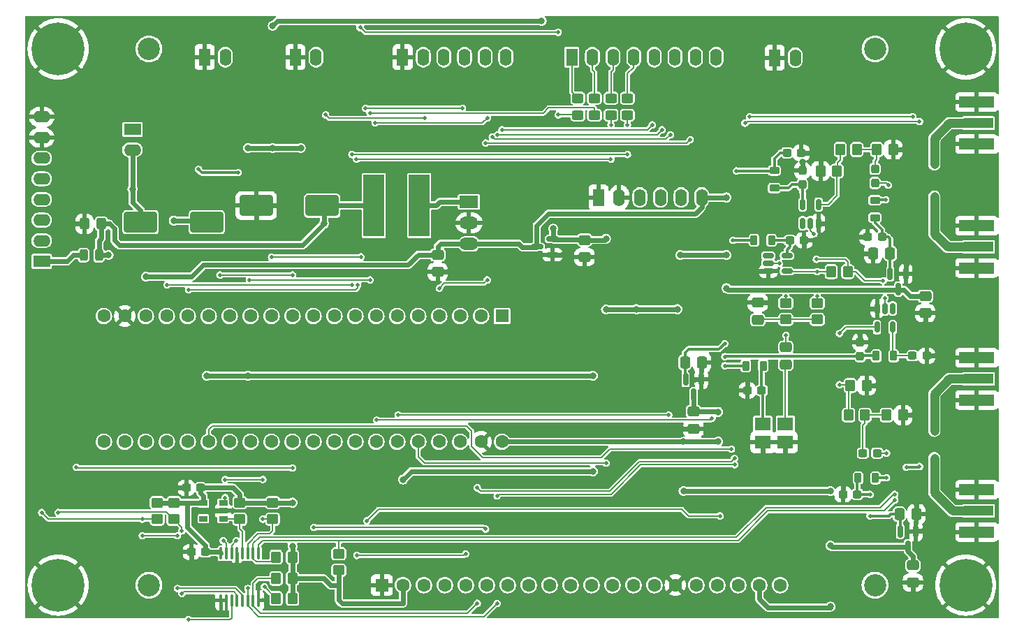
<source format=gtl>
G04 #@! TF.GenerationSoftware,KiCad,Pcbnew,6.0.2-378541a8eb~116~ubuntu20.04.1*
G04 #@! TF.CreationDate,2022-04-19T13:42:03-07:00*
G04 #@! TF.ProjectId,vfo-control-mcu,76666f2d-636f-46e7-9472-6f6c2d6d6375,rev?*
G04 #@! TF.SameCoordinates,Original*
G04 #@! TF.FileFunction,Copper,L1,Top*
G04 #@! TF.FilePolarity,Positive*
%FSLAX46Y46*%
G04 Gerber Fmt 4.6, Leading zero omitted, Abs format (unit mm)*
G04 Created by KiCad (PCBNEW 6.0.2-378541a8eb~116~ubuntu20.04.1) date 2022-04-19 13:42:03*
%MOMM*%
%LPD*%
G01*
G04 APERTURE LIST*
G04 Aperture macros list*
%AMRoundRect*
0 Rectangle with rounded corners*
0 $1 Rounding radius*
0 $2 $3 $4 $5 $6 $7 $8 $9 X,Y pos of 4 corners*
0 Add a 4 corners polygon primitive as box body*
4,1,4,$2,$3,$4,$5,$6,$7,$8,$9,$2,$3,0*
0 Add four circle primitives for the rounded corners*
1,1,$1+$1,$2,$3*
1,1,$1+$1,$4,$5*
1,1,$1+$1,$6,$7*
1,1,$1+$1,$8,$9*
0 Add four rect primitives between the rounded corners*
20,1,$1+$1,$2,$3,$4,$5,0*
20,1,$1+$1,$4,$5,$6,$7,0*
20,1,$1+$1,$6,$7,$8,$9,0*
20,1,$1+$1,$8,$9,$2,$3,0*%
G04 Aperture macros list end*
G04 #@! TA.AperFunction,SMDPad,CuDef*
%ADD10RoundRect,0.249999X0.325001X0.450001X-0.325001X0.450001X-0.325001X-0.450001X0.325001X-0.450001X0*%
G04 #@! TD*
G04 #@! TA.AperFunction,SMDPad,CuDef*
%ADD11RoundRect,0.243750X-0.243750X-0.456250X0.243750X-0.456250X0.243750X0.456250X-0.243750X0.456250X0*%
G04 #@! TD*
G04 #@! TA.AperFunction,ComponentPad*
%ADD12R,2.100000X1.400000*%
G04 #@! TD*
G04 #@! TA.AperFunction,ComponentPad*
%ADD13O,2.100000X1.400000*%
G04 #@! TD*
G04 #@! TA.AperFunction,ComponentPad*
%ADD14R,1.400000X2.100000*%
G04 #@! TD*
G04 #@! TA.AperFunction,ComponentPad*
%ADD15O,1.400000X2.100000*%
G04 #@! TD*
G04 #@! TA.AperFunction,SMDPad,CuDef*
%ADD16R,2.500000X7.500000*%
G04 #@! TD*
G04 #@! TA.AperFunction,ComponentPad*
%ADD17C,6.400000*%
G04 #@! TD*
G04 #@! TA.AperFunction,ComponentPad*
%ADD18C,0.800000*%
G04 #@! TD*
G04 #@! TA.AperFunction,SMDPad,CuDef*
%ADD19RoundRect,0.249999X0.450001X-0.325001X0.450001X0.325001X-0.450001X0.325001X-0.450001X-0.325001X0*%
G04 #@! TD*
G04 #@! TA.AperFunction,ComponentPad*
%ADD20R,1.600000X1.600000*%
G04 #@! TD*
G04 #@! TA.AperFunction,ComponentPad*
%ADD21C,1.600000*%
G04 #@! TD*
G04 #@! TA.AperFunction,ComponentPad*
%ADD22R,2.300000X1.500000*%
G04 #@! TD*
G04 #@! TA.AperFunction,ComponentPad*
%ADD23O,2.300000X1.500000*%
G04 #@! TD*
G04 #@! TA.AperFunction,SMDPad,CuDef*
%ADD24RoundRect,0.150000X0.587500X0.150000X-0.587500X0.150000X-0.587500X-0.150000X0.587500X-0.150000X0*%
G04 #@! TD*
G04 #@! TA.AperFunction,SMDPad,CuDef*
%ADD25RoundRect,0.250000X-0.475000X0.337500X-0.475000X-0.337500X0.475000X-0.337500X0.475000X0.337500X0*%
G04 #@! TD*
G04 #@! TA.AperFunction,SMDPad,CuDef*
%ADD26RoundRect,0.218750X0.218750X0.381250X-0.218750X0.381250X-0.218750X-0.381250X0.218750X-0.381250X0*%
G04 #@! TD*
G04 #@! TA.AperFunction,SMDPad,CuDef*
%ADD27RoundRect,0.237500X-0.300000X-0.237500X0.300000X-0.237500X0.300000X0.237500X-0.300000X0.237500X0*%
G04 #@! TD*
G04 #@! TA.AperFunction,SMDPad,CuDef*
%ADD28RoundRect,0.250000X0.450000X-0.350000X0.450000X0.350000X-0.450000X0.350000X-0.450000X-0.350000X0*%
G04 #@! TD*
G04 #@! TA.AperFunction,SMDPad,CuDef*
%ADD29RoundRect,0.218750X-0.381250X0.218750X-0.381250X-0.218750X0.381250X-0.218750X0.381250X0.218750X0*%
G04 #@! TD*
G04 #@! TA.AperFunction,SMDPad,CuDef*
%ADD30RoundRect,0.218750X-0.218750X-0.381250X0.218750X-0.381250X0.218750X0.381250X-0.218750X0.381250X0*%
G04 #@! TD*
G04 #@! TA.AperFunction,SMDPad,CuDef*
%ADD31RoundRect,0.237500X-0.237500X0.300000X-0.237500X-0.300000X0.237500X-0.300000X0.237500X0.300000X0*%
G04 #@! TD*
G04 #@! TA.AperFunction,SMDPad,CuDef*
%ADD32RoundRect,0.150000X-0.150000X0.587500X-0.150000X-0.587500X0.150000X-0.587500X0.150000X0.587500X0*%
G04 #@! TD*
G04 #@! TA.AperFunction,SMDPad,CuDef*
%ADD33RoundRect,0.100000X0.100000X-0.637500X0.100000X0.637500X-0.100000X0.637500X-0.100000X-0.637500X0*%
G04 #@! TD*
G04 #@! TA.AperFunction,SMDPad,CuDef*
%ADD34RoundRect,0.250000X0.337500X0.475000X-0.337500X0.475000X-0.337500X-0.475000X0.337500X-0.475000X0*%
G04 #@! TD*
G04 #@! TA.AperFunction,SMDPad,CuDef*
%ADD35R,4.200000X1.350000*%
G04 #@! TD*
G04 #@! TA.AperFunction,SMDPad,CuDef*
%ADD36R,3.600000X1.270000*%
G04 #@! TD*
G04 #@! TA.AperFunction,SMDPad,CuDef*
%ADD37RoundRect,0.250000X0.350000X0.450000X-0.350000X0.450000X-0.350000X-0.450000X0.350000X-0.450000X0*%
G04 #@! TD*
G04 #@! TA.AperFunction,SMDPad,CuDef*
%ADD38RoundRect,0.250000X-0.350000X-0.450000X0.350000X-0.450000X0.350000X0.450000X-0.350000X0.450000X0*%
G04 #@! TD*
G04 #@! TA.AperFunction,SMDPad,CuDef*
%ADD39RoundRect,0.150000X-0.150000X0.512500X-0.150000X-0.512500X0.150000X-0.512500X0.150000X0.512500X0*%
G04 #@! TD*
G04 #@! TA.AperFunction,SMDPad,CuDef*
%ADD40RoundRect,0.250000X-0.450000X0.350000X-0.450000X-0.350000X0.450000X-0.350000X0.450000X0.350000X0*%
G04 #@! TD*
G04 #@! TA.AperFunction,SMDPad,CuDef*
%ADD41RoundRect,0.237500X0.300000X0.237500X-0.300000X0.237500X-0.300000X-0.237500X0.300000X-0.237500X0*%
G04 #@! TD*
G04 #@! TA.AperFunction,SMDPad,CuDef*
%ADD42RoundRect,0.250000X-0.337500X-0.475000X0.337500X-0.475000X0.337500X0.475000X-0.337500X0.475000X0*%
G04 #@! TD*
G04 #@! TA.AperFunction,SMDPad,CuDef*
%ADD43R,1.000000X0.700000*%
G04 #@! TD*
G04 #@! TA.AperFunction,SMDPad,CuDef*
%ADD44RoundRect,0.237500X0.237500X-0.300000X0.237500X0.300000X-0.237500X0.300000X-0.237500X-0.300000X0*%
G04 #@! TD*
G04 #@! TA.AperFunction,SMDPad,CuDef*
%ADD45RoundRect,0.250000X0.475000X-0.337500X0.475000X0.337500X-0.475000X0.337500X-0.475000X-0.337500X0*%
G04 #@! TD*
G04 #@! TA.AperFunction,SMDPad,CuDef*
%ADD46RoundRect,0.250000X-1.750000X-1.000000X1.750000X-1.000000X1.750000X1.000000X-1.750000X1.000000X0*%
G04 #@! TD*
G04 #@! TA.AperFunction,SMDPad,CuDef*
%ADD47RoundRect,0.150000X0.150000X-0.512500X0.150000X0.512500X-0.150000X0.512500X-0.150000X-0.512500X0*%
G04 #@! TD*
G04 #@! TA.AperFunction,SMDPad,CuDef*
%ADD48R,1.950000X1.650000*%
G04 #@! TD*
G04 #@! TA.AperFunction,SMDPad,CuDef*
%ADD49RoundRect,0.150000X-0.512500X-0.150000X0.512500X-0.150000X0.512500X0.150000X-0.512500X0.150000X0*%
G04 #@! TD*
G04 #@! TA.AperFunction,SMDPad,CuDef*
%ADD50RoundRect,0.218750X0.381250X-0.218750X0.381250X0.218750X-0.381250X0.218750X-0.381250X-0.218750X0*%
G04 #@! TD*
G04 #@! TA.AperFunction,SMDPad,CuDef*
%ADD51RoundRect,0.250000X1.750000X1.000000X-1.750000X1.000000X-1.750000X-1.000000X1.750000X-1.000000X0*%
G04 #@! TD*
G04 #@! TA.AperFunction,ComponentPad*
%ADD52C,2.700000*%
G04 #@! TD*
G04 #@! TA.AperFunction,ViaPad*
%ADD53C,0.500000*%
G04 #@! TD*
G04 #@! TA.AperFunction,ViaPad*
%ADD54C,0.800000*%
G04 #@! TD*
G04 #@! TA.AperFunction,Conductor*
%ADD55C,0.600000*%
G04 #@! TD*
G04 #@! TA.AperFunction,Conductor*
%ADD56C,0.200000*%
G04 #@! TD*
G04 #@! TA.AperFunction,Conductor*
%ADD57C,0.350000*%
G04 #@! TD*
G04 #@! TA.AperFunction,Conductor*
%ADD58C,1.065000*%
G04 #@! TD*
G04 APERTURE END LIST*
D10*
X100225000Y-81200000D03*
X98175000Y-81200000D03*
D11*
X98062500Y-85000000D03*
X99937500Y-85000000D03*
D12*
X104000000Y-69750000D03*
D13*
X104000000Y-72250000D03*
D14*
X123750000Y-61000000D03*
D15*
X126250000Y-61000000D03*
D14*
X112750000Y-61000000D03*
D15*
X115250000Y-61000000D03*
D12*
X93000000Y-85750000D03*
D13*
X93000000Y-83250000D03*
X93000000Y-80750000D03*
X93000000Y-78250000D03*
X93000000Y-75750000D03*
X93000000Y-73250000D03*
X93000000Y-70750000D03*
X93000000Y-68250000D03*
D14*
X157250000Y-61000000D03*
D15*
X159750000Y-61000000D03*
X162250000Y-61000000D03*
X164750000Y-61000000D03*
X167250000Y-61000000D03*
X169750000Y-61000000D03*
X172250000Y-61000000D03*
X174750000Y-61000000D03*
D14*
X136750000Y-61000000D03*
D15*
X139250000Y-61000000D03*
X141750000Y-61000000D03*
X144250000Y-61000000D03*
X146750000Y-61000000D03*
X149250000Y-61000000D03*
D14*
X160500000Y-78000000D03*
D15*
X163000000Y-78000000D03*
X165500000Y-78000000D03*
X168000000Y-78000000D03*
X170500000Y-78000000D03*
X173000000Y-78000000D03*
D16*
X138750000Y-79000000D03*
X133250000Y-79000000D03*
D17*
X95000000Y-60000000D03*
D18*
X96697056Y-58302944D03*
X92600000Y-60000000D03*
X97400000Y-60000000D03*
X93302944Y-61697056D03*
X93302944Y-58302944D03*
X96697056Y-61697056D03*
X95000000Y-62400000D03*
X95000000Y-57600000D03*
X206697056Y-61697056D03*
X203302944Y-61697056D03*
X203302944Y-58302944D03*
X205000000Y-57600000D03*
X207400000Y-60000000D03*
X202600000Y-60000000D03*
D17*
X205000000Y-60000000D03*
D18*
X206697056Y-58302944D03*
X205000000Y-62400000D03*
X207400000Y-125000000D03*
X203302944Y-123302944D03*
X203302944Y-126697056D03*
D17*
X205000000Y-125000000D03*
D18*
X205000000Y-122600000D03*
X205000000Y-127400000D03*
X206697056Y-126697056D03*
X206697056Y-123302944D03*
X202600000Y-125000000D03*
D17*
X95000000Y-125000000D03*
D18*
X95000000Y-127400000D03*
X96697056Y-126697056D03*
X92600000Y-125000000D03*
X93302944Y-123302944D03*
X93302944Y-126697056D03*
X97400000Y-125000000D03*
X96697056Y-123302944D03*
X95000000Y-122600000D03*
D19*
X158000000Y-68025000D03*
X158000000Y-65975000D03*
X160000000Y-68025000D03*
X160000000Y-65975000D03*
X162000000Y-68025000D03*
X162000000Y-65975000D03*
X164000000Y-68025000D03*
X164000000Y-65975000D03*
D20*
X148800000Y-92380000D03*
D21*
X146260000Y-92380000D03*
X143720000Y-92380000D03*
X141180000Y-92380000D03*
X138640000Y-92380000D03*
X136100000Y-92380000D03*
X133560000Y-92380000D03*
X131020000Y-92380000D03*
X128480000Y-92380000D03*
X125940000Y-92380000D03*
X123400000Y-92380000D03*
X120860000Y-92380000D03*
X118320000Y-92380000D03*
X115780000Y-92380000D03*
X113240000Y-92380000D03*
X110700000Y-92380000D03*
X108160000Y-92380000D03*
X105620000Y-92380000D03*
X103080000Y-92380000D03*
X100540000Y-92380000D03*
X100540000Y-107620000D03*
X103080000Y-107620000D03*
X105620000Y-107620000D03*
X108160000Y-107620000D03*
X110700000Y-107620000D03*
X113240000Y-107620000D03*
X115780000Y-107620000D03*
X118320000Y-107620000D03*
X120860000Y-107620000D03*
X123400000Y-107620000D03*
X125940000Y-107620000D03*
X128480000Y-107620000D03*
X131020000Y-107620000D03*
X133560000Y-107620000D03*
X136100000Y-107620000D03*
X138640000Y-107620000D03*
X141180000Y-107620000D03*
X143720000Y-107620000D03*
X146260000Y-107620000D03*
X148800000Y-107620000D03*
D22*
X144792500Y-78553000D03*
D23*
X144792500Y-81093000D03*
X144792500Y-83633000D03*
D24*
X154937500Y-84950000D03*
X154937500Y-83050000D03*
X153062500Y-84000000D03*
D25*
X141000000Y-84962500D03*
X141000000Y-87037500D03*
X158800000Y-83162500D03*
X158800000Y-85237500D03*
D26*
X180462500Y-98400000D03*
X178337500Y-98400000D03*
D27*
X183675000Y-83200000D03*
X185400000Y-83200000D03*
D28*
X187000000Y-92800000D03*
X187000000Y-90800000D03*
D27*
X183337500Y-72600000D03*
X185062500Y-72600000D03*
D29*
X181800000Y-74737500D03*
X181800000Y-76862500D03*
D30*
X191937500Y-112000000D03*
X194062500Y-112000000D03*
D31*
X194000000Y-74537500D03*
X194000000Y-76262500D03*
D32*
X197750000Y-87262500D03*
X195850000Y-87262500D03*
X196800000Y-89137500D03*
D28*
X183200000Y-92800000D03*
X183200000Y-90800000D03*
D33*
X114725000Y-126862500D03*
X115375000Y-126862500D03*
X116025000Y-126862500D03*
X116675000Y-126862500D03*
X117325000Y-126862500D03*
X117975000Y-126862500D03*
X118625000Y-126862500D03*
X119275000Y-126862500D03*
X119275000Y-121137500D03*
X118625000Y-121137500D03*
X117975000Y-121137500D03*
X117325000Y-121137500D03*
X116675000Y-121137500D03*
X116025000Y-121137500D03*
X115375000Y-121137500D03*
X114725000Y-121137500D03*
D34*
X195837500Y-84800000D03*
X193762500Y-84800000D03*
D28*
X129000000Y-123200000D03*
X129000000Y-121200000D03*
D35*
X206337500Y-71550000D03*
D36*
X206537500Y-69000000D03*
D35*
X206337500Y-66450000D03*
D37*
X189400000Y-74800000D03*
X187400000Y-74800000D03*
D25*
X200100000Y-89962500D03*
X200100000Y-92037500D03*
D38*
X190800000Y-104400000D03*
X192800000Y-104400000D03*
D39*
X196150000Y-91462500D03*
X195200000Y-91462500D03*
X194250000Y-91462500D03*
X194250000Y-93737500D03*
X196150000Y-93737500D03*
D25*
X172000000Y-103962500D03*
X172000000Y-106037500D03*
D38*
X191000000Y-100800000D03*
X193000000Y-100800000D03*
D40*
X117000000Y-115000000D03*
X117000000Y-117000000D03*
D41*
X191862500Y-114000000D03*
X190137500Y-114000000D03*
D40*
X109000000Y-115000000D03*
X109000000Y-117000000D03*
D37*
X123400000Y-124200000D03*
X121400000Y-124200000D03*
D42*
X170962500Y-98000000D03*
X173037500Y-98000000D03*
D43*
X115000000Y-116950000D03*
X115000000Y-116000000D03*
X115000000Y-115050000D03*
X112600000Y-115050000D03*
X112600000Y-116950000D03*
D38*
X189800000Y-72200000D03*
X191800000Y-72200000D03*
D44*
X192200000Y-97262500D03*
X192200000Y-95537500D03*
D40*
X107000000Y-115000000D03*
X107000000Y-117000000D03*
D25*
X198600000Y-122600000D03*
X198600000Y-124675000D03*
D41*
X194862500Y-82800000D03*
X193137500Y-82800000D03*
D42*
X196962500Y-116400000D03*
X199037500Y-116400000D03*
D27*
X192537500Y-109000000D03*
X194262500Y-109000000D03*
X198537500Y-97200000D03*
X200262500Y-97200000D03*
D32*
X198950000Y-118462500D03*
X197050000Y-118462500D03*
X198000000Y-120337500D03*
D40*
X121000000Y-115000000D03*
X121000000Y-117000000D03*
D37*
X123400000Y-121600000D03*
X121400000Y-121600000D03*
D41*
X180262500Y-101400000D03*
X178537500Y-101400000D03*
X112262500Y-113200000D03*
X110537500Y-113200000D03*
D37*
X123400000Y-126600000D03*
X121400000Y-126600000D03*
D32*
X172950000Y-100062500D03*
X171050000Y-100062500D03*
X172000000Y-101937500D03*
D25*
X183200000Y-96162500D03*
X183200000Y-98237500D03*
D45*
X179800000Y-92837500D03*
X179800000Y-90762500D03*
D30*
X179337500Y-83200000D03*
X181462500Y-83200000D03*
D38*
X195400000Y-104400000D03*
X197400000Y-104400000D03*
D46*
X105000000Y-81000000D03*
X113000000Y-81000000D03*
D35*
X206337500Y-118550000D03*
D36*
X206537500Y-116000000D03*
D35*
X206337500Y-113450000D03*
D38*
X194200000Y-72200000D03*
X196200000Y-72200000D03*
D14*
X181850000Y-61075000D03*
D15*
X184350000Y-61075000D03*
D41*
X112862500Y-121000000D03*
X111137500Y-121000000D03*
D47*
X185250000Y-81137500D03*
X186200000Y-81137500D03*
X187150000Y-81137500D03*
X187150000Y-78862500D03*
X185250000Y-78862500D03*
D48*
X180400000Y-107700000D03*
X183150000Y-107700000D03*
X183150000Y-105500000D03*
X180400000Y-105500000D03*
D37*
X190700000Y-87000000D03*
X188700000Y-87000000D03*
D35*
X206337500Y-86550000D03*
D36*
X206537500Y-84000000D03*
D35*
X206337500Y-81450000D03*
D49*
X181062500Y-85050000D03*
X181062500Y-86000000D03*
X181062500Y-86950000D03*
X183337500Y-86950000D03*
X183337500Y-85050000D03*
D50*
X194000000Y-80462500D03*
X194000000Y-78337500D03*
D30*
X194137500Y-97200000D03*
X196262500Y-97200000D03*
D51*
X127000000Y-79000000D03*
X119000000Y-79000000D03*
D35*
X206337500Y-102550000D03*
D36*
X206537500Y-100000000D03*
D35*
X206337500Y-97450000D03*
D44*
X185200000Y-76462500D03*
X185200000Y-74737500D03*
D20*
X134240000Y-125000000D03*
D21*
X136780000Y-125000000D03*
X139320000Y-125000000D03*
X141860000Y-125000000D03*
X144400000Y-125000000D03*
X146940000Y-125000000D03*
X149480000Y-125000000D03*
X152020000Y-125000000D03*
X154560000Y-125000000D03*
X157100000Y-125000000D03*
X159640000Y-125000000D03*
X162180000Y-125000000D03*
X164720000Y-125000000D03*
X167260000Y-125000000D03*
X169800000Y-125000000D03*
X172340000Y-125000000D03*
X174880000Y-125000000D03*
X177420000Y-125000000D03*
X179960000Y-125000000D03*
X182500000Y-125000000D03*
D52*
X106000000Y-125000000D03*
X194000000Y-60000000D03*
X106000000Y-60000000D03*
X194000000Y-125000000D03*
D53*
X138400000Y-70200000D03*
X202200000Y-105400000D03*
X208500000Y-106500000D03*
X175900000Y-100100000D03*
X171600000Y-111400000D03*
X202200000Y-72600000D03*
X112600000Y-109200000D03*
X190200000Y-90000000D03*
X160600000Y-93200000D03*
X200200000Y-71800000D03*
X200200000Y-78800000D03*
X130400000Y-70200000D03*
X208500000Y-93000000D03*
X187600000Y-67000000D03*
X202800000Y-68000000D03*
X200200000Y-73400000D03*
X208500000Y-120500000D03*
D54*
X142400000Y-87000000D03*
D53*
X135800000Y-87200000D03*
X157600000Y-96400000D03*
D54*
X190200000Y-112800000D03*
D53*
X168200000Y-98400000D03*
X177200000Y-73400000D03*
D54*
X194300000Y-100800000D03*
D53*
X137800000Y-96600000D03*
X203000000Y-99000000D03*
X204000000Y-120500000D03*
D54*
X171600000Y-73800000D03*
D53*
X202200000Y-73400000D03*
X200200000Y-79600000D03*
D54*
X192200000Y-94437000D03*
D53*
X208500000Y-104500000D03*
X204000000Y-111500000D03*
X202200000Y-99400000D03*
X203800000Y-115000000D03*
X202400000Y-71000000D03*
X169600000Y-111400000D03*
X186200000Y-79800000D03*
X208500000Y-94000000D03*
X198600000Y-88600000D03*
X140800000Y-102000000D03*
X175000000Y-82200000D03*
X200200000Y-109800000D03*
X203800000Y-99000000D03*
X189000000Y-98000000D03*
X126400000Y-122600000D03*
D54*
X122600000Y-64000000D03*
D53*
X202200000Y-111400000D03*
D54*
X197800000Y-86100000D03*
D53*
X185200000Y-122200000D03*
D54*
X178600000Y-100000000D03*
D53*
X200400000Y-101200000D03*
X143400000Y-120600000D03*
X185200000Y-106000000D03*
X149400000Y-117000000D03*
X143800000Y-117000000D03*
D54*
X175200000Y-111700000D03*
D53*
X208500000Y-105500000D03*
X200200000Y-110600000D03*
D54*
X181400000Y-90800000D03*
D53*
X200200000Y-71000000D03*
X160800000Y-106200000D03*
X143800000Y-113400000D03*
X134800000Y-117000000D03*
X139400000Y-122400000D03*
D54*
X191800000Y-82800000D03*
D53*
X126800000Y-127800000D03*
X186600000Y-114800000D03*
X129600000Y-113400000D03*
X174400000Y-89700000D03*
D54*
X168200000Y-93000000D03*
X96800000Y-81200000D03*
D53*
X202000000Y-84600000D03*
X202200000Y-78800000D03*
X200200000Y-113800000D03*
X208500000Y-109500000D03*
X179000000Y-88200000D03*
X188400000Y-77800000D03*
D54*
X179700000Y-87000000D03*
D53*
X208500000Y-74500000D03*
D54*
X119000000Y-81000000D03*
D53*
X179000000Y-85400000D03*
X156200000Y-76200000D03*
X208500000Y-89000000D03*
X202200000Y-113000000D03*
D54*
X111400000Y-122200000D03*
D53*
X181800000Y-96600000D03*
X139600000Y-120600000D03*
X203800000Y-83000000D03*
X208500000Y-107500000D03*
X149000000Y-121600000D03*
X203400000Y-101000000D03*
X202800000Y-85000000D03*
D54*
X193000000Y-91500000D03*
D53*
X200800000Y-83400000D03*
X202200000Y-104600000D03*
X203200000Y-114400000D03*
X200200000Y-72600000D03*
X180800000Y-122200000D03*
X200200000Y-82000000D03*
X146600000Y-74400000D03*
X202200000Y-103000000D03*
X200200000Y-78000000D03*
X204000000Y-95500000D03*
X186600000Y-96600000D03*
X200200000Y-106200000D03*
X202200000Y-102200000D03*
X127600000Y-87200000D03*
X190000000Y-122200000D03*
X149800000Y-85600000D03*
D54*
X177600000Y-111800000D03*
D53*
X183400000Y-86000000D03*
X208500000Y-108500000D03*
X185000000Y-88400000D03*
X203600000Y-68000000D03*
D54*
X185200000Y-73700000D03*
X192400000Y-84800000D03*
D53*
X202200000Y-68400000D03*
D54*
X170600000Y-106100000D03*
X173400000Y-93000000D03*
X121800000Y-79000000D03*
D53*
X208500000Y-76500000D03*
X208500000Y-78500000D03*
X208500000Y-73500000D03*
X116600000Y-72200000D03*
X116600000Y-122400000D03*
X141000000Y-127800000D03*
X119800000Y-126800000D03*
X201000000Y-100600000D03*
D54*
X197500000Y-72200000D03*
D53*
X200200000Y-102200000D03*
D54*
X188400000Y-81100000D03*
D53*
X208500000Y-79500000D03*
D54*
X143600000Y-76000000D03*
D53*
X162400000Y-98200000D03*
X202200000Y-112200000D03*
D54*
X183100000Y-109300000D03*
D53*
X201400000Y-84000000D03*
X187600000Y-69600000D03*
X204000000Y-88400000D03*
X175000000Y-109200000D03*
X169600000Y-109200000D03*
X134600000Y-120400000D03*
X193400000Y-90000000D03*
X200200000Y-81200000D03*
X169600000Y-106200000D03*
X146400000Y-85600000D03*
D54*
X198000000Y-80300000D03*
X185400000Y-84400000D03*
D53*
X179200000Y-80000000D03*
X156200000Y-81200000D03*
X208500000Y-92000000D03*
X94000000Y-96600000D03*
X200600000Y-114600000D03*
D54*
X201500000Y-97200000D03*
D53*
X152800000Y-65400000D03*
X200400000Y-70200000D03*
X202200000Y-71800000D03*
X200200000Y-113000000D03*
X202200000Y-79600000D03*
X108600000Y-85200000D03*
X187800000Y-88400000D03*
X194000000Y-87400000D03*
X173600000Y-95200000D03*
X202200000Y-110600000D03*
X202200000Y-103800000D03*
X179100000Y-95300000D03*
X208500000Y-91000000D03*
D54*
X112800000Y-71400000D03*
D53*
X202800000Y-101600000D03*
X203800000Y-117000000D03*
X140600000Y-96600000D03*
X141200000Y-70200000D03*
X200200000Y-112200000D03*
X179400000Y-73400000D03*
X165200000Y-103200000D03*
X136000000Y-79000000D03*
X203000000Y-82800000D03*
X134600000Y-113400000D03*
X107800000Y-118400000D03*
X203000000Y-117000000D03*
D54*
X113600000Y-116000000D03*
X111600000Y-64000000D03*
D53*
X202600000Y-113800000D03*
X202200000Y-81200000D03*
X201800000Y-115800000D03*
X178600000Y-105800000D03*
X202404079Y-108010199D03*
X208500000Y-90000000D03*
X202200000Y-82000000D03*
X94000000Y-114600000D03*
X201000000Y-69600000D03*
D54*
X168400000Y-87800000D03*
D53*
X172100000Y-100100000D03*
X202433273Y-76033094D03*
X208500000Y-77500000D03*
X153600000Y-112400000D03*
X202200000Y-78000000D03*
X139600000Y-117000000D03*
D54*
X198700000Y-104400000D03*
D53*
X203800000Y-85000000D03*
X149400000Y-74400000D03*
X200200000Y-80400000D03*
X200200000Y-111400000D03*
X200200000Y-103000000D03*
X208500000Y-75500000D03*
D54*
X173400000Y-87800000D03*
D53*
X186600000Y-98000000D03*
X208500000Y-110500000D03*
X208500000Y-64500000D03*
D54*
X199000000Y-115100000D03*
X180400000Y-109300000D03*
D53*
X179600000Y-70400000D03*
D54*
X186400000Y-72600000D03*
D53*
X195200000Y-92600000D03*
X123000000Y-70400000D03*
X108600000Y-82000000D03*
D54*
X200100000Y-93300000D03*
D53*
X202200000Y-109800000D03*
X122600000Y-113200000D03*
D54*
X93000000Y-91200000D03*
D53*
X203800000Y-79600000D03*
X182200000Y-85200000D03*
D54*
X200000000Y-118400000D03*
D53*
X154800000Y-65400000D03*
X208500000Y-95000000D03*
X146800000Y-117000000D03*
X201600000Y-69000000D03*
X204000000Y-104500000D03*
X208500000Y-111500000D03*
D54*
X206537500Y-74900000D03*
D53*
X202200000Y-106200000D03*
D54*
X156200000Y-85000000D03*
D53*
X200200000Y-103800000D03*
X181800000Y-98000000D03*
X160600000Y-109000000D03*
X113000000Y-102200000D03*
X143400000Y-122400000D03*
X176200000Y-105100000D03*
X203000000Y-70400000D03*
X203600000Y-70000000D03*
X200200000Y-105400000D03*
X201200000Y-115200000D03*
D54*
X198600000Y-126100000D03*
D53*
X118000000Y-102200000D03*
D54*
X111200000Y-69200000D03*
X109200000Y-113200000D03*
D53*
X134400000Y-122400000D03*
X200200000Y-104600000D03*
D54*
X187400000Y-73400000D03*
X195600000Y-113000000D03*
D53*
X176200000Y-102800000D03*
X177200000Y-70400000D03*
X201600000Y-100000000D03*
X156400000Y-65400000D03*
X137800000Y-102000000D03*
X200200000Y-82800000D03*
X189000000Y-96600000D03*
X139600000Y-113400000D03*
X202200000Y-80400000D03*
X202400000Y-116400000D03*
X115800000Y-109200000D03*
D54*
X206437500Y-106700000D03*
D53*
X191200000Y-75400000D03*
D54*
X101100000Y-85000000D03*
X127200000Y-81200000D03*
X136800000Y-112200000D03*
X121000000Y-72000000D03*
X118000000Y-72000000D03*
X123400000Y-120299500D03*
X161400000Y-83000000D03*
X118000000Y-99600000D03*
X165050000Y-91550000D03*
X113000000Y-99600000D03*
X124400000Y-72000000D03*
X159800000Y-111200000D03*
X153600000Y-56600000D03*
X170050000Y-91550000D03*
X159800000Y-99600000D03*
X123400000Y-115000000D03*
X161400000Y-91600000D03*
X155000000Y-81800000D03*
X121000000Y-57200000D03*
X170400000Y-85000000D03*
X170800000Y-113600000D03*
X175000000Y-104000000D03*
X105620000Y-87620000D03*
X175000000Y-107600000D03*
X188600000Y-120200000D03*
X188600000Y-127600000D03*
X170780000Y-107620000D03*
X188600000Y-113600000D03*
X176000000Y-89000000D03*
X176000000Y-78000000D03*
X176000000Y-85000000D03*
D53*
X127400000Y-68000000D03*
X139400000Y-68400000D03*
X116600000Y-119600000D03*
X115000000Y-119600000D03*
X131200000Y-121400000D03*
X144400000Y-121200000D03*
X126000000Y-118000000D03*
X146800000Y-118200000D03*
X176600000Y-108500000D03*
X161400000Y-110200000D03*
X132400000Y-117200000D03*
X175200000Y-116600000D03*
X114600000Y-87400000D03*
X123400000Y-87400000D03*
X148800000Y-69800000D03*
X167000000Y-69200000D03*
X148250000Y-70400000D03*
X168200000Y-69800000D03*
X169200000Y-70400000D03*
X147610330Y-70684298D03*
X147000000Y-88000000D03*
X146800000Y-71400000D03*
X141200000Y-89000000D03*
X171600000Y-71000000D03*
X131600000Y-57400000D03*
X131700500Y-85200000D03*
X120860000Y-85260000D03*
X155600000Y-58000000D03*
X155600000Y-68000000D03*
X132800000Y-88000000D03*
X118200000Y-88000000D03*
X132800000Y-67800000D03*
X110800000Y-89200000D03*
X131150000Y-73350000D03*
X162000000Y-69200000D03*
X131300003Y-88600000D03*
X161977032Y-73350000D03*
X164000000Y-72800000D03*
X130600000Y-88600000D03*
X130600000Y-72800000D03*
X108200000Y-88600000D03*
X164000000Y-69200000D03*
X133400000Y-68950000D03*
X147000000Y-68350000D03*
X144000000Y-67200000D03*
X132250000Y-67200000D03*
X174250000Y-104800000D03*
X133600000Y-105000000D03*
X169000000Y-104400000D03*
X136200000Y-104400000D03*
D54*
X104000000Y-77000000D03*
X109000000Y-80800000D03*
D53*
X195300000Y-78300000D03*
X195600000Y-76500000D03*
X193400000Y-116600000D03*
X193400000Y-114000000D03*
X199400000Y-110600000D03*
X197800000Y-110700000D03*
X195400000Y-112000000D03*
X195400000Y-109000000D03*
X182400000Y-86000000D03*
X183200000Y-89939500D03*
X183200000Y-94700000D03*
X175800000Y-97300000D03*
X175800000Y-95700000D03*
X177200000Y-74800000D03*
X176800000Y-83200000D03*
X175800000Y-98400000D03*
X105200000Y-119000000D03*
X93000000Y-116200000D03*
X105200000Y-117000000D03*
X109450500Y-119000000D03*
X109450500Y-125400000D03*
X95000000Y-116200000D03*
X110000000Y-126000000D03*
X110000000Y-118400000D03*
X201200000Y-74000000D03*
X201200000Y-77900000D03*
X201200000Y-106300000D03*
X201200000Y-109600000D03*
X189700000Y-100700000D03*
X189700000Y-94500000D03*
X195200000Y-90200000D03*
X186600000Y-82400000D03*
X195000000Y-88100000D03*
X186900000Y-85500000D03*
X187000000Y-89939500D03*
X187000000Y-87000000D03*
X110800000Y-129200000D03*
X178250500Y-69000000D03*
X145800000Y-113200000D03*
X145800000Y-127200000D03*
X199400000Y-68800000D03*
X176971539Y-109651350D03*
X120000000Y-125200000D03*
X118000000Y-125400000D03*
X177000000Y-110400000D03*
X178800000Y-68200000D03*
X198600000Y-68200000D03*
X148200000Y-127200000D03*
X148200000Y-114200000D03*
X196400000Y-114000000D03*
X196400000Y-114699503D03*
X115229989Y-114400000D03*
X119800000Y-112200000D03*
X115229989Y-112200000D03*
X119800000Y-117000000D03*
X112000000Y-74600000D03*
X116800000Y-75000000D03*
X123400000Y-110800000D03*
X97200000Y-110700000D03*
D55*
X188362500Y-81137500D02*
X188400000Y-81100000D01*
X180400000Y-107700000D02*
X180400000Y-109300000D01*
X110537500Y-113200000D02*
X109200000Y-113200000D01*
X193037500Y-91462500D02*
X193000000Y-91500000D01*
X181062500Y-86950000D02*
X179750000Y-86950000D01*
X193137500Y-82800000D02*
X191800000Y-82800000D01*
X187400000Y-74800000D02*
X187400000Y-73400000D01*
X192200000Y-95537500D02*
X192200000Y-94437000D01*
X185400000Y-83200000D02*
X185400000Y-84400000D01*
X172000000Y-106037500D02*
X170662500Y-106037500D01*
D56*
X119737500Y-126862500D02*
X119800000Y-126800000D01*
D55*
X115000000Y-116000000D02*
X113600000Y-116000000D01*
X179750000Y-86950000D02*
X179700000Y-87000000D01*
X111137500Y-121937500D02*
X111400000Y-122200000D01*
X200100000Y-92037500D02*
X200100000Y-93300000D01*
X98175000Y-81200000D02*
X96800000Y-81200000D01*
X119000000Y-79000000D02*
X119000000Y-81000000D01*
X179800000Y-90762500D02*
X181362500Y-90762500D01*
X187150000Y-81137500D02*
X188362500Y-81137500D01*
X190137500Y-112862500D02*
X190200000Y-112800000D01*
X141000000Y-87037500D02*
X142362500Y-87037500D01*
X199000000Y-115100000D02*
X199000000Y-116362500D01*
X192400000Y-84800000D02*
X193762500Y-84800000D01*
X183150000Y-109250000D02*
X183100000Y-109300000D01*
X200262500Y-97200000D02*
X201500000Y-97200000D01*
X181362500Y-90762500D02*
X181400000Y-90800000D01*
X111137500Y-121000000D02*
X111137500Y-121937500D01*
X185062500Y-72600000D02*
X186400000Y-72600000D01*
X178537500Y-100062500D02*
X178600000Y-100000000D01*
X170662500Y-106037500D02*
X170600000Y-106100000D01*
X142362500Y-87037500D02*
X142400000Y-87000000D01*
X185200000Y-74737500D02*
X185200000Y-73700000D01*
X199000000Y-116362500D02*
X199037500Y-116400000D01*
X178537500Y-101400000D02*
X178537500Y-100062500D01*
X183150000Y-107700000D02*
X183150000Y-109250000D01*
X197400000Y-104400000D02*
X198700000Y-104400000D01*
X197780000Y-86120000D02*
X197800000Y-86100000D01*
D56*
X116675000Y-121137500D02*
X116675000Y-122325000D01*
D55*
X196200000Y-72200000D02*
X197500000Y-72200000D01*
X199037500Y-115137500D02*
X199000000Y-115100000D01*
X198600000Y-124675000D02*
X198600000Y-126100000D01*
X198980000Y-118390000D02*
X199990000Y-118390000D01*
D56*
X119275000Y-126862500D02*
X119737500Y-126862500D01*
D55*
X119000000Y-79000000D02*
X121800000Y-79000000D01*
X194250000Y-91462500D02*
X193037500Y-91462500D01*
X193000000Y-100800000D02*
X194300000Y-100800000D01*
X172950000Y-100062500D02*
X172137500Y-100062500D01*
X155010000Y-84980000D02*
X156180000Y-84980000D01*
X190137500Y-114000000D02*
X190137500Y-112862500D01*
X199990000Y-118390000D02*
X200000000Y-118400000D01*
X156180000Y-84980000D02*
X156200000Y-85000000D01*
D56*
X116675000Y-122325000D02*
X116600000Y-122400000D01*
D55*
X197780000Y-87190000D02*
X197780000Y-86120000D01*
X172137500Y-100062500D02*
X172100000Y-100100000D01*
X102400000Y-83800000D02*
X124600000Y-83800000D01*
X101100000Y-85000000D02*
X99937500Y-85000000D01*
X124600000Y-83800000D02*
X127200000Y-81200000D01*
X99937500Y-85000000D02*
X99937500Y-83262500D01*
X127200000Y-81200000D02*
X127200000Y-79200000D01*
X101800000Y-83200000D02*
X102400000Y-83800000D01*
X99937500Y-83262500D02*
X100225000Y-82975000D01*
X127200000Y-79200000D02*
X127000000Y-79000000D01*
X133250000Y-79000000D02*
X127000000Y-79000000D01*
X100225000Y-81200000D02*
X100225000Y-82975000D01*
X101800000Y-81800000D02*
X101800000Y-83200000D01*
X100225000Y-81200000D02*
X101200000Y-81200000D01*
X101200000Y-81200000D02*
X101800000Y-81800000D01*
X118000000Y-99600000D02*
X159800000Y-99600000D01*
X129420000Y-127220000D02*
X129000000Y-126800000D01*
X161400000Y-91600000D02*
X165000000Y-91600000D01*
X121549511Y-56650489D02*
X153549511Y-56650489D01*
X158717500Y-83080000D02*
X158800000Y-83162500D01*
X121000000Y-115000000D02*
X117000000Y-115000000D01*
X123400000Y-124200000D02*
X127200000Y-124200000D01*
X153549511Y-56650489D02*
X153600000Y-56600000D01*
X123400000Y-124200000D02*
X123400000Y-126600000D01*
X114000000Y-121000000D02*
X114587500Y-121000000D01*
X110650000Y-115050000D02*
X110650000Y-117990030D01*
X121000000Y-57200000D02*
X121549511Y-56650489D01*
X116200000Y-113200000D02*
X112262500Y-113200000D01*
X112262500Y-113862500D02*
X112600000Y-114200000D01*
X114587500Y-121000000D02*
X114675480Y-121087980D01*
X136800000Y-112200000D02*
X137800000Y-111200000D01*
X110650000Y-117990030D02*
X112862500Y-120202530D01*
X161237500Y-83162500D02*
X161400000Y-83000000D01*
X123400000Y-121600000D02*
X123400000Y-124200000D01*
X137800000Y-111200000D02*
X159800000Y-111200000D01*
X155000000Y-83070000D02*
X155010000Y-83080000D01*
X129000000Y-126800000D02*
X129000000Y-125200000D01*
X128000000Y-125000000D02*
X128800000Y-125000000D01*
X114675480Y-121087980D02*
X114675480Y-121137500D01*
X112600000Y-115050000D02*
X110650000Y-115050000D01*
X124400000Y-72000000D02*
X118000000Y-72000000D01*
X128800000Y-125000000D02*
X129000000Y-125200000D01*
X123400000Y-121600000D02*
X123400000Y-120299500D01*
X158800000Y-83162500D02*
X161237500Y-83162500D01*
X112600000Y-114200000D02*
X112600000Y-115050000D01*
X165000000Y-91600000D02*
X165050000Y-91550000D01*
X165050000Y-91550000D02*
X170050000Y-91550000D01*
X155000000Y-81800000D02*
X155000000Y-83070000D01*
X117000000Y-115000000D02*
X117000000Y-114000000D01*
X136780000Y-127220000D02*
X129420000Y-127220000D01*
X127200000Y-124200000D02*
X128000000Y-125000000D01*
X136780000Y-125000000D02*
X136780000Y-127220000D01*
X113000000Y-99600000D02*
X118000000Y-99600000D01*
X109050000Y-115050000D02*
X109000000Y-115000000D01*
X112862500Y-120202530D02*
X112862500Y-121000000D01*
X112262500Y-113200000D02*
X112262500Y-113862500D01*
X117000000Y-114000000D02*
X116200000Y-113200000D01*
X109000000Y-115000000D02*
X107000000Y-115000000D01*
X129000000Y-125200000D02*
X129000000Y-123200000D01*
X123400000Y-115000000D02*
X121000000Y-115000000D01*
X114000000Y-121000000D02*
X112862500Y-121000000D01*
X155010000Y-83080000D02*
X158717500Y-83080000D01*
X110650000Y-115050000D02*
X109050000Y-115050000D01*
X150833000Y-83633000D02*
X151230000Y-84030000D01*
X188600000Y-113600000D02*
X170800000Y-113600000D01*
X198030000Y-120930000D02*
X198600000Y-121500000D01*
X188790000Y-120390000D02*
X188600000Y-120200000D01*
X151230000Y-84030000D02*
X153010000Y-84030000D01*
X188600000Y-127700000D02*
X188600000Y-127600000D01*
X179960000Y-125000000D02*
X179960000Y-126660000D01*
X170400000Y-85000000D02*
X176000000Y-85000000D01*
X105620000Y-87620000D02*
X111180000Y-87620000D01*
X153010000Y-81390000D02*
X153010000Y-84030000D01*
X172200000Y-80000000D02*
X154400000Y-80000000D01*
X112600000Y-86200000D02*
X137400000Y-86200000D01*
X197490000Y-89190000D02*
X176190000Y-89190000D01*
X170780000Y-107620000D02*
X174980000Y-107620000D01*
X172000000Y-102020000D02*
X172030000Y-101990000D01*
X198030000Y-120390000D02*
X198030000Y-120930000D01*
X141367000Y-83633000D02*
X141000000Y-84000000D01*
X148800000Y-107620000D02*
X170780000Y-107620000D01*
X176000000Y-78000000D02*
X173000000Y-78000000D01*
X198262500Y-89962500D02*
X197490000Y-89190000D01*
X154400000Y-80000000D02*
X153010000Y-81390000D01*
X172000000Y-103962500D02*
X172000000Y-102020000D01*
X179960000Y-126660000D02*
X181000000Y-127700000D01*
X174980000Y-107620000D02*
X175000000Y-107600000D01*
X173000000Y-79200000D02*
X172200000Y-80000000D01*
X138637500Y-84962500D02*
X141000000Y-84962500D01*
X198030000Y-120390000D02*
X188790000Y-120390000D01*
X141000000Y-84000000D02*
X141000000Y-84962500D01*
X181000000Y-127700000D02*
X188600000Y-127700000D01*
X174962500Y-103962500D02*
X175000000Y-104000000D01*
X172000000Y-103962500D02*
X174962500Y-103962500D01*
X144792500Y-83633000D02*
X141367000Y-83633000D01*
X176190000Y-89190000D02*
X176000000Y-89000000D01*
X137400000Y-86200000D02*
X138637500Y-84962500D01*
X200100000Y-89962500D02*
X198262500Y-89962500D01*
X173000000Y-78000000D02*
X173000000Y-79200000D01*
X111180000Y-87620000D02*
X112600000Y-86200000D01*
X144792500Y-83633000D02*
X150833000Y-83633000D01*
X198600000Y-121500000D02*
X198600000Y-122600000D01*
D56*
X127800000Y-68400000D02*
X139400000Y-68400000D01*
X127400000Y-68000000D02*
X127800000Y-68400000D01*
X116025000Y-120175000D02*
X116025000Y-121137500D01*
X116600000Y-119600000D02*
X116025000Y-120175000D01*
X115375000Y-119975000D02*
X115375000Y-121137500D01*
X115000000Y-119600000D02*
X115375000Y-119975000D01*
X131200000Y-121400000D02*
X144200000Y-121400000D01*
X144200000Y-121400000D02*
X144400000Y-121200000D01*
X146600000Y-118000000D02*
X146800000Y-118200000D01*
X126000000Y-118000000D02*
X146600000Y-118000000D01*
X161877127Y-108500000D02*
X160827616Y-109549511D01*
X144500000Y-105700000D02*
X113700000Y-105700000D01*
X176600000Y-108500000D02*
X161877127Y-108500000D01*
X145100000Y-108200000D02*
X145100000Y-106300000D01*
X160827616Y-109549511D02*
X146449511Y-109549511D01*
X113700000Y-105700000D02*
X113240000Y-106160000D01*
X145100000Y-106300000D02*
X144500000Y-105700000D01*
X146449511Y-109549511D02*
X145100000Y-108200000D01*
X113240000Y-106160000D02*
X113240000Y-107620000D01*
X139400000Y-110200000D02*
X138640000Y-109440000D01*
X138640000Y-109440000D02*
X138640000Y-107620000D01*
X161400000Y-110200000D02*
X139400000Y-110200000D01*
X133800000Y-115800000D02*
X170600000Y-115800000D01*
X170600000Y-115800000D02*
X171400000Y-116600000D01*
X132400000Y-117200000D02*
X133800000Y-115800000D01*
X171400000Y-116600000D02*
X175200000Y-116600000D01*
X114600000Y-87400000D02*
X123400000Y-87400000D01*
X166400000Y-69800000D02*
X148800000Y-69800000D01*
X167000000Y-69200000D02*
X166400000Y-69800000D01*
X167600000Y-70400000D02*
X148250000Y-70400000D01*
X168200000Y-69800000D02*
X167600000Y-70400000D01*
X147876033Y-70950001D02*
X147610330Y-70684298D01*
X169200000Y-70400000D02*
X168649999Y-70950001D01*
X168649999Y-70950001D02*
X147876033Y-70950001D01*
X171600000Y-71000000D02*
X171200000Y-71400000D01*
X146600000Y-88400000D02*
X147000000Y-88000000D01*
X141200000Y-89000000D02*
X141800000Y-88400000D01*
X171200000Y-71400000D02*
X146800000Y-71400000D01*
X141800000Y-88400000D02*
X146600000Y-88400000D01*
X120920000Y-85200000D02*
X120860000Y-85260000D01*
X131700500Y-85200000D02*
X120920000Y-85200000D01*
X131600000Y-57400000D02*
X132200000Y-58000000D01*
X155600000Y-68000000D02*
X157975000Y-68000000D01*
X157975000Y-68000000D02*
X158000000Y-68025000D01*
X132200000Y-58000000D02*
X155600000Y-58000000D01*
X159949990Y-67149990D02*
X160000000Y-67200000D01*
X118200000Y-88000000D02*
X122000000Y-88000000D01*
X154450010Y-67149990D02*
X159949990Y-67149990D01*
X153800000Y-67800000D02*
X154450010Y-67149990D01*
X122000000Y-88000000D02*
X129714002Y-88000000D01*
X160000000Y-67200000D02*
X160000000Y-68025000D01*
X132800000Y-67800000D02*
X153800000Y-67800000D01*
X129714002Y-88000000D02*
X132800000Y-88000000D01*
X131300003Y-88953553D02*
X131300003Y-88600000D01*
X110800000Y-89200000D02*
X131053556Y-89200000D01*
X131053556Y-89200000D02*
X131300003Y-88953553D01*
X131150000Y-73350000D02*
X161977032Y-73350000D01*
X162000000Y-69200000D02*
X162000000Y-68025000D01*
X164000000Y-69200000D02*
X164000000Y-68025000D01*
X130600000Y-72800000D02*
X162064227Y-72800000D01*
X162064227Y-72800000D02*
X164000000Y-72800000D01*
X130246447Y-88600000D02*
X130600000Y-88600000D01*
X108200000Y-88600000D02*
X130246447Y-88600000D01*
X133400000Y-68950000D02*
X146400000Y-68950000D01*
X146400000Y-68950000D02*
X147000000Y-68350000D01*
X144000000Y-67200000D02*
X132250000Y-67200000D01*
X174050000Y-105000000D02*
X174250000Y-104800000D01*
X133600000Y-105000000D02*
X174050000Y-105000000D01*
X136200000Y-104400000D02*
X169000000Y-104400000D01*
D55*
X104000000Y-78600000D02*
X105000000Y-79600000D01*
X104000000Y-72250000D02*
X104000000Y-77000000D01*
X105000000Y-79600000D02*
X105000000Y-81000000D01*
X104000000Y-77000000D02*
X104000000Y-78600000D01*
X109000000Y-80800000D02*
X112800000Y-80800000D01*
X112800000Y-80800000D02*
X113000000Y-81000000D01*
D57*
X181800000Y-76862500D02*
X183537500Y-76862500D01*
X183937500Y-76462500D02*
X185200000Y-76462500D01*
X185200000Y-76462500D02*
X185200000Y-77400000D01*
X185250000Y-78862500D02*
X185250000Y-77450000D01*
X185200000Y-77400000D02*
X185250000Y-77450000D01*
X183537500Y-76862500D02*
X183937500Y-76462500D01*
X194037500Y-78300000D02*
X194000000Y-78337500D01*
X195300000Y-78300000D02*
X194037500Y-78300000D01*
D56*
X194200000Y-72200000D02*
X194200000Y-73400000D01*
X194000000Y-73600000D02*
X194200000Y-73400000D01*
X194000000Y-74537500D02*
X194000000Y-73600000D01*
X191800000Y-72200000D02*
X194200000Y-72200000D01*
X194000000Y-76262500D02*
X195362500Y-76262500D01*
X195362500Y-76262500D02*
X195600000Y-76500000D01*
D55*
X96050000Y-85750000D02*
X96800000Y-85000000D01*
X93000000Y-85750000D02*
X96050000Y-85750000D01*
X96800000Y-85000000D02*
X98062500Y-85000000D01*
D57*
X194000000Y-81100000D02*
X194000000Y-80462500D01*
X194862500Y-82800000D02*
X194862500Y-81962500D01*
X194862500Y-81962500D02*
X194000000Y-81100000D01*
X195837500Y-83037500D02*
X195837500Y-84800000D01*
X195837500Y-84800000D02*
X195837500Y-87250000D01*
X195837500Y-87250000D02*
X195850000Y-87262500D01*
X195600000Y-82800000D02*
X194862500Y-82800000D01*
X195837500Y-83037500D02*
X195600000Y-82800000D01*
X197050000Y-118462500D02*
X197050000Y-116487500D01*
X191862500Y-112075000D02*
X191937500Y-112000000D01*
X191862500Y-114000000D02*
X191862500Y-112075000D01*
X195900000Y-116400000D02*
X196962500Y-116400000D01*
X193400000Y-114000000D02*
X191862500Y-114000000D01*
X193400000Y-116600000D02*
X195700000Y-116600000D01*
X195700000Y-116600000D02*
X195900000Y-116400000D01*
X197050000Y-116487500D02*
X196962500Y-116400000D01*
D56*
X196150000Y-93737500D02*
X196150000Y-97087500D01*
X198537500Y-97200000D02*
X196262500Y-97200000D01*
X196150000Y-97087500D02*
X196262500Y-97200000D01*
D57*
X199300000Y-110700000D02*
X199400000Y-110600000D01*
X197800000Y-110700000D02*
X199300000Y-110700000D01*
X195100000Y-112000000D02*
X195400000Y-112000000D01*
X194062500Y-112000000D02*
X195100000Y-112000000D01*
D56*
X192537500Y-109000000D02*
X192537500Y-105662500D01*
X192800000Y-105400000D02*
X192800000Y-104400000D01*
X192537500Y-105662500D02*
X192800000Y-105400000D01*
X195400000Y-104400000D02*
X192800000Y-104400000D01*
X195400000Y-109000000D02*
X194262500Y-109000000D01*
D57*
X180262500Y-98600000D02*
X180462500Y-98400000D01*
X180400000Y-101537500D02*
X180262500Y-101400000D01*
X180400000Y-105500000D02*
X180400000Y-101537500D01*
X180262500Y-101400000D02*
X180262500Y-98600000D01*
X183337500Y-84362500D02*
X183700000Y-84000000D01*
X183700000Y-83225000D02*
X183675000Y-83200000D01*
X183337500Y-85050000D02*
X183337500Y-84362500D01*
X183700000Y-84000000D02*
X183700000Y-83225000D01*
X183675000Y-83200000D02*
X181462500Y-83200000D01*
D56*
X183200000Y-96162500D02*
X183200000Y-94700000D01*
X182400000Y-86000000D02*
X181062500Y-86000000D01*
X183200000Y-89939500D02*
X183200000Y-90800000D01*
X183150000Y-105500000D02*
X183150000Y-98287500D01*
X183150000Y-98287500D02*
X183200000Y-98237500D01*
X179837500Y-92800000D02*
X179800000Y-92837500D01*
X183200000Y-92800000D02*
X179837500Y-92800000D01*
X187000000Y-92800000D02*
X183200000Y-92800000D01*
D57*
X177200000Y-74800000D02*
X181737500Y-74800000D01*
X192200000Y-97262500D02*
X175837500Y-97262500D01*
X170962500Y-98000000D02*
X170962500Y-99975000D01*
X175837500Y-97262500D02*
X175800000Y-97300000D01*
X175800000Y-95700000D02*
X175100000Y-96400000D01*
X170962500Y-96837500D02*
X170962500Y-98000000D01*
X176800000Y-83200000D02*
X179337500Y-83200000D01*
X181800000Y-73300000D02*
X181800000Y-74737500D01*
X175800000Y-98400000D02*
X178337500Y-98400000D01*
X183337500Y-72600000D02*
X182500000Y-72600000D01*
X175100000Y-96400000D02*
X171400000Y-96400000D01*
X181737500Y-74800000D02*
X181800000Y-74737500D01*
X192262500Y-97200000D02*
X192200000Y-97262500D01*
X170962500Y-99975000D02*
X171050000Y-100062500D01*
X182500000Y-72600000D02*
X181800000Y-73300000D01*
X171400000Y-96400000D02*
X170962500Y-96837500D01*
X194137500Y-97200000D02*
X192262500Y-97200000D01*
D56*
X116515006Y-125400000D02*
X109450500Y-125400000D01*
X93800000Y-117000000D02*
X93000000Y-116200000D01*
X105200000Y-117000000D02*
X107000000Y-117000000D01*
X117325000Y-126862500D02*
X117325000Y-126209994D01*
X105200000Y-117000000D02*
X93800000Y-117000000D01*
X109450500Y-119000000D02*
X105200000Y-119000000D01*
X117325000Y-126209994D02*
X116515006Y-125400000D01*
X110000000Y-118000000D02*
X109000000Y-117000000D01*
X108100480Y-116100480D02*
X105500480Y-116100480D01*
X95099520Y-116100480D02*
X95000000Y-116200000D01*
X110000000Y-118400000D02*
X110000000Y-118000000D01*
X116290486Y-125825480D02*
X110174520Y-125825480D01*
X105500480Y-116100480D02*
X95099520Y-116100480D01*
X116675000Y-126209994D02*
X116290486Y-125825480D01*
X109000000Y-117000000D02*
X108100480Y-116100480D01*
X110174520Y-125825480D02*
X110000000Y-126000000D01*
X116675000Y-126862500D02*
X116675000Y-126209994D01*
D58*
X203000000Y-69000000D02*
X201200000Y-70800000D01*
X206537500Y-69000000D02*
X203000000Y-69000000D01*
X201200000Y-70800000D02*
X201200000Y-74000000D01*
X202800000Y-84000000D02*
X201200000Y-82400000D01*
X201200000Y-82400000D02*
X201200000Y-77900000D01*
X206537500Y-84000000D02*
X202800000Y-84000000D01*
X201200000Y-101800000D02*
X201200000Y-106300000D01*
X203000000Y-100000000D02*
X201200000Y-101800000D01*
X206537500Y-100000000D02*
X203000000Y-100000000D01*
X201200000Y-113800000D02*
X201200000Y-109600000D01*
X206537500Y-116000000D02*
X203400000Y-116000000D01*
X203400000Y-116000000D02*
X201200000Y-113800000D01*
D56*
X189500000Y-73800000D02*
X189500000Y-74700000D01*
X189800000Y-73500000D02*
X189500000Y-73800000D01*
X189400000Y-77800000D02*
X188337500Y-78862500D01*
X189500000Y-74700000D02*
X189400000Y-74800000D01*
X188337500Y-78862500D02*
X187150000Y-78862500D01*
X189400000Y-74800000D02*
X189400000Y-77800000D01*
X189800000Y-72200000D02*
X189800000Y-73500000D01*
X194250000Y-93737500D02*
X190462500Y-93737500D01*
X189700000Y-100700000D02*
X190900000Y-100700000D01*
X190800000Y-104400000D02*
X190800000Y-101000000D01*
X190462500Y-93737500D02*
X189700000Y-94500000D01*
X190800000Y-101000000D02*
X191000000Y-100800000D01*
X190900000Y-100700000D02*
X191000000Y-100800000D01*
X186900000Y-85500000D02*
X190400000Y-85500000D01*
X195000000Y-88100000D02*
X192800000Y-88100000D01*
X191700000Y-87000000D02*
X190700000Y-87000000D01*
X186200000Y-81137500D02*
X186200000Y-81500000D01*
X190700000Y-85800000D02*
X190700000Y-87000000D01*
X186200000Y-81500000D02*
X186200000Y-82000000D01*
X195200000Y-91462500D02*
X195200000Y-90200000D01*
X192800000Y-88100000D02*
X191700000Y-87000000D01*
X190400000Y-85500000D02*
X190700000Y-85800000D01*
X186200000Y-82000000D02*
X186600000Y-82400000D01*
X187000000Y-87000000D02*
X188700000Y-87000000D01*
X187000000Y-87000000D02*
X183387500Y-87000000D01*
X187000000Y-89939500D02*
X187000000Y-90800000D01*
X183387500Y-87000000D02*
X183337500Y-86950000D01*
X115800000Y-129200000D02*
X116025000Y-128975000D01*
X110800000Y-129200000D02*
X115800000Y-129200000D01*
X116025000Y-128975000D02*
X116025000Y-126862500D01*
X176971539Y-109651350D02*
X176622889Y-110000000D01*
X144600000Y-128400000D02*
X145800000Y-127200000D01*
X161834994Y-113600000D02*
X146200000Y-113600000D01*
X119200000Y-124200000D02*
X118625000Y-124775000D01*
X178450500Y-68800000D02*
X178250500Y-69000000D01*
X176622889Y-110000000D02*
X165434994Y-110000000D01*
X119509994Y-128400000D02*
X144600000Y-128400000D01*
X199400000Y-68800000D02*
X178450500Y-68800000D01*
X165434994Y-110000000D02*
X161834994Y-113600000D01*
X118625000Y-127515006D02*
X119509994Y-128400000D01*
X118625000Y-126862500D02*
X118625000Y-127515006D01*
X146200000Y-113600000D02*
X145800000Y-113200000D01*
X118625000Y-124775000D02*
X118625000Y-126862500D01*
X121400000Y-124200000D02*
X119200000Y-124200000D01*
X198600000Y-68200000D02*
X178800000Y-68200000D01*
X118000000Y-125400000D02*
X118000000Y-126837500D01*
X119259994Y-128800000D02*
X146600000Y-128800000D01*
X146600000Y-128800000D02*
X148200000Y-127200000D01*
X177000000Y-110400000D02*
X165600000Y-110400000D01*
X117975000Y-127515006D02*
X119259994Y-128800000D01*
X121400000Y-126600000D02*
X120000000Y-125200000D01*
X117975000Y-126862500D02*
X117975000Y-127515006D01*
X165600000Y-110400000D02*
X162000000Y-114000000D01*
X118000000Y-126837500D02*
X117975000Y-126862500D01*
X148400000Y-114000000D02*
X148200000Y-114200000D01*
X162000000Y-114000000D02*
X148400000Y-114000000D01*
X118625000Y-121790006D02*
X119009514Y-122174520D01*
X177200000Y-119200000D02*
X119400000Y-119200000D01*
X118625000Y-119975000D02*
X118625000Y-121137500D01*
X196400000Y-114000000D02*
X196200000Y-114000000D01*
X196200000Y-114000000D02*
X194600000Y-115600000D01*
X119400000Y-119200000D02*
X118625000Y-119975000D01*
X194600000Y-115600000D02*
X180799999Y-115600001D01*
X180799999Y-115600001D02*
X177200000Y-119200000D01*
X119009514Y-122174520D02*
X120825480Y-122174520D01*
X118625000Y-121137500D02*
X118625000Y-121790006D01*
X120825480Y-122174520D02*
X121400000Y-121600000D01*
X129000000Y-119600000D02*
X119800000Y-119600000D01*
X129000000Y-119600000D02*
X129000000Y-121200000D01*
X196400000Y-114699503D02*
X195099983Y-115999520D01*
X195099983Y-115999520D02*
X181000480Y-115999520D01*
X119800000Y-119600000D02*
X119275000Y-120125000D01*
X177400000Y-119600000D02*
X129000000Y-119600000D01*
X119275000Y-120125000D02*
X119275000Y-121137500D01*
X181000480Y-115999520D02*
X177400000Y-119600000D01*
X115229989Y-114820011D02*
X115000000Y-115050000D01*
X121000000Y-117000000D02*
X119800000Y-117000000D01*
X119800000Y-112200000D02*
X115229989Y-112200000D01*
X121000000Y-118400000D02*
X120600000Y-118800000D01*
X117975000Y-120025000D02*
X119200000Y-118800000D01*
X121000000Y-117000000D02*
X121000000Y-118400000D01*
X119200000Y-118800000D02*
X120600000Y-118800000D01*
X117975000Y-121137500D02*
X117975000Y-120025000D01*
X115229989Y-114400000D02*
X115229989Y-114820011D01*
X117000000Y-118200000D02*
X117000000Y-117000000D01*
X117325000Y-121137500D02*
X117325000Y-118525000D01*
X117000000Y-117000000D02*
X116950000Y-116950000D01*
X117325000Y-118525000D02*
X117000000Y-118200000D01*
X116950000Y-116950000D02*
X115000000Y-116950000D01*
D55*
X141247000Y-78553000D02*
X140800000Y-79000000D01*
X144792500Y-78553000D02*
X141247000Y-78553000D01*
X140800000Y-79000000D02*
X138750000Y-79000000D01*
D57*
X112400000Y-75000000D02*
X112000000Y-74600000D01*
X116800000Y-75000000D02*
X112400000Y-75000000D01*
D56*
X157250000Y-65225000D02*
X157250000Y-61000000D01*
X158000000Y-65975000D02*
X157250000Y-65225000D01*
X159750000Y-61000000D02*
X159750000Y-62550000D01*
X160000000Y-62800000D02*
X160000000Y-65975000D01*
X159750000Y-62550000D02*
X160000000Y-62800000D01*
X162250000Y-61000000D02*
X162250000Y-62550000D01*
X162250000Y-62550000D02*
X162000000Y-62800000D01*
X162000000Y-62800000D02*
X162000000Y-65975000D01*
X164000000Y-63000000D02*
X164000000Y-65975000D01*
X164750000Y-61000000D02*
X164750000Y-62250000D01*
X164750000Y-62250000D02*
X164000000Y-63000000D01*
X123400000Y-110800000D02*
X97300000Y-110800000D01*
X97300000Y-110800000D02*
X97200000Y-110700000D01*
G04 #@! TA.AperFunction,Conductor*
G36*
X121369693Y-56018907D02*
G01*
X121405657Y-56068407D01*
X121405657Y-56129593D01*
X121369693Y-56179093D01*
X121345118Y-56192118D01*
X121318760Y-56201633D01*
X121318758Y-56201634D01*
X121312124Y-56204029D01*
X121303839Y-56210081D01*
X121286425Y-56220257D01*
X121277083Y-56224505D01*
X121271739Y-56229110D01*
X121241016Y-56255582D01*
X121234795Y-56260522D01*
X121223175Y-56269011D01*
X121211711Y-56280475D01*
X121206330Y-56285470D01*
X121180580Y-56307658D01*
X121168474Y-56318089D01*
X121164637Y-56324009D01*
X121163800Y-56325300D01*
X121150729Y-56341457D01*
X120906146Y-56586040D01*
X120855553Y-56610988D01*
X120855939Y-56612429D01*
X120849668Y-56614109D01*
X120843238Y-56614956D01*
X120697159Y-56675464D01*
X120571718Y-56771718D01*
X120475464Y-56897159D01*
X120414956Y-57043238D01*
X120394318Y-57200000D01*
X120414956Y-57356762D01*
X120475464Y-57502841D01*
X120571718Y-57628282D01*
X120697159Y-57724536D01*
X120843238Y-57785044D01*
X121000000Y-57805682D01*
X121156762Y-57785044D01*
X121302841Y-57724536D01*
X121428282Y-57628282D01*
X121524536Y-57502841D01*
X121585044Y-57356762D01*
X121585891Y-57350332D01*
X121587571Y-57344061D01*
X121589012Y-57344447D01*
X121613958Y-57293856D01*
X121727829Y-57179984D01*
X121782344Y-57152208D01*
X121797831Y-57150989D01*
X131067456Y-57150989D01*
X131125647Y-57169896D01*
X131161611Y-57219396D01*
X131162027Y-57266507D01*
X131164754Y-57266932D01*
X131144901Y-57394440D01*
X131161633Y-57522394D01*
X131164471Y-57528845D01*
X131164472Y-57528847D01*
X131209964Y-57632236D01*
X131213605Y-57640510D01*
X131231982Y-57662372D01*
X131292100Y-57733892D01*
X131292103Y-57733894D01*
X131296639Y-57739291D01*
X131404060Y-57810796D01*
X131410788Y-57812898D01*
X131410790Y-57812899D01*
X131501163Y-57841133D01*
X131527233Y-57849278D01*
X131561452Y-57849905D01*
X131586178Y-57850359D01*
X131644013Y-57870330D01*
X131654367Y-57879338D01*
X131949680Y-58174651D01*
X131952380Y-58177780D01*
X131954575Y-58182269D01*
X131961278Y-58188487D01*
X131990822Y-58215893D01*
X131993498Y-58218469D01*
X132007277Y-58232248D01*
X132010987Y-58234793D01*
X132014900Y-58238229D01*
X132036646Y-58258401D01*
X132045134Y-58261788D01*
X132045135Y-58261788D01*
X132047336Y-58262666D01*
X132066652Y-58272980D01*
X132068607Y-58274321D01*
X132068610Y-58274322D01*
X132076146Y-58279492D01*
X132102058Y-58285641D01*
X132115884Y-58290014D01*
X132134132Y-58297294D01*
X132134134Y-58297294D01*
X132140622Y-58299883D01*
X132146915Y-58300500D01*
X132153084Y-58300500D01*
X132175943Y-58303175D01*
X132176173Y-58303230D01*
X132176175Y-58303230D01*
X132185066Y-58305340D01*
X132213988Y-58301404D01*
X132227337Y-58300500D01*
X155217920Y-58300500D01*
X155276111Y-58319407D01*
X155286738Y-58329309D01*
X155286843Y-58329191D01*
X155292100Y-58333891D01*
X155296639Y-58339291D01*
X155404060Y-58410796D01*
X155410788Y-58412898D01*
X155410790Y-58412899D01*
X155465647Y-58430037D01*
X155527233Y-58449278D01*
X155591744Y-58450461D01*
X155649202Y-58451514D01*
X155649204Y-58451514D01*
X155656255Y-58451643D01*
X155663058Y-58449788D01*
X155663060Y-58449788D01*
X155704828Y-58438400D01*
X155780755Y-58417700D01*
X155890724Y-58350179D01*
X155909615Y-58329309D01*
X155972590Y-58259735D01*
X155972590Y-58259734D01*
X155977322Y-58254507D01*
X156033588Y-58138375D01*
X156054997Y-58011120D01*
X156055133Y-58000000D01*
X156036839Y-57872259D01*
X155983428Y-57754788D01*
X155899193Y-57657028D01*
X155893276Y-57653193D01*
X155893274Y-57653191D01*
X155796824Y-57590677D01*
X155790906Y-57586841D01*
X155784150Y-57584821D01*
X155784149Y-57584820D01*
X155726266Y-57567509D01*
X155667273Y-57549866D01*
X155590644Y-57549398D01*
X155545282Y-57549121D01*
X155538231Y-57549078D01*
X155531454Y-57551015D01*
X155531453Y-57551015D01*
X155420935Y-57582601D01*
X155420933Y-57582602D01*
X155414155Y-57584539D01*
X155305019Y-57653399D01*
X155300351Y-57658685D01*
X155300347Y-57658688D01*
X155293858Y-57666035D01*
X155241166Y-57697135D01*
X155219655Y-57699500D01*
X132365479Y-57699500D01*
X132307288Y-57680593D01*
X132295475Y-57670504D01*
X132083282Y-57458311D01*
X132055505Y-57403794D01*
X132055128Y-57400416D01*
X132055133Y-57400000D01*
X132036839Y-57272259D01*
X132037577Y-57272153D01*
X132039226Y-57216616D01*
X132076643Y-57168205D01*
X132132431Y-57150989D01*
X153341330Y-57150989D01*
X153379215Y-57158525D01*
X153443238Y-57185044D01*
X153600000Y-57205682D01*
X153611280Y-57204197D01*
X202567009Y-57204197D01*
X202567139Y-57206685D01*
X202569444Y-57210234D01*
X204988914Y-59629704D01*
X205000797Y-59635758D01*
X205005828Y-59634962D01*
X207426826Y-57213964D01*
X207432880Y-57202081D01*
X207432491Y-57199621D01*
X207429826Y-57196330D01*
X207184518Y-56997683D01*
X207180318Y-56994631D01*
X206858723Y-56785785D01*
X206854237Y-56783195D01*
X206512554Y-56609099D01*
X206507834Y-56606997D01*
X206149825Y-56469571D01*
X206144907Y-56467973D01*
X205774504Y-56368723D01*
X205769425Y-56367644D01*
X205390689Y-56307658D01*
X205385527Y-56307116D01*
X205002595Y-56287047D01*
X204997405Y-56287047D01*
X204614473Y-56307116D01*
X204609311Y-56307658D01*
X204230575Y-56367644D01*
X204225496Y-56368723D01*
X203855093Y-56467973D01*
X203850175Y-56469571D01*
X203492166Y-56606997D01*
X203487446Y-56609099D01*
X203145764Y-56783195D01*
X203141278Y-56785785D01*
X202819682Y-56994631D01*
X202815482Y-56997683D01*
X202574274Y-57193010D01*
X202567009Y-57204197D01*
X153611280Y-57204197D01*
X153756762Y-57185044D01*
X153768976Y-57179985D01*
X153838978Y-57150989D01*
X153902841Y-57124536D01*
X154028282Y-57028282D01*
X154124536Y-56902841D01*
X154185044Y-56756762D01*
X154205682Y-56600000D01*
X154185044Y-56443238D01*
X154124536Y-56297159D01*
X154028282Y-56171718D01*
X154024128Y-56168530D01*
X153996592Y-56114487D01*
X154006163Y-56054055D01*
X154049428Y-56010790D01*
X154094373Y-56000000D01*
X208901000Y-56000000D01*
X208959191Y-56018907D01*
X208995155Y-56068407D01*
X209000000Y-56099000D01*
X209000000Y-65381245D01*
X208981093Y-65439436D01*
X208931593Y-65475400D01*
X208870407Y-65475400D01*
X208821779Y-65440617D01*
X208804637Y-65417744D01*
X208794756Y-65407863D01*
X208689608Y-65329059D01*
X208677355Y-65322351D01*
X208553522Y-65275928D01*
X208541533Y-65273077D01*
X208488248Y-65267289D01*
X208482914Y-65267000D01*
X206607180Y-65267000D01*
X206594495Y-65271122D01*
X206591500Y-65275243D01*
X206591500Y-67617319D01*
X206595622Y-67630004D01*
X206599743Y-67632999D01*
X208482911Y-67632999D01*
X208488251Y-67632710D01*
X208541535Y-67626922D01*
X208553520Y-67624073D01*
X208677355Y-67577649D01*
X208689608Y-67570941D01*
X208794756Y-67492137D01*
X208804637Y-67482256D01*
X208821779Y-67459383D01*
X208871807Y-67424157D01*
X208932985Y-67425064D01*
X208981947Y-67461758D01*
X209000000Y-67518755D01*
X209000000Y-70481245D01*
X208981093Y-70539436D01*
X208931593Y-70575400D01*
X208870407Y-70575400D01*
X208821779Y-70540617D01*
X208804637Y-70517744D01*
X208794756Y-70507863D01*
X208689608Y-70429059D01*
X208677355Y-70422351D01*
X208553522Y-70375928D01*
X208541533Y-70373077D01*
X208488248Y-70367289D01*
X208482914Y-70367000D01*
X206607180Y-70367000D01*
X206594495Y-70371122D01*
X206591500Y-70375243D01*
X206591500Y-72717319D01*
X206595622Y-72730004D01*
X206599743Y-72732999D01*
X208482911Y-72732999D01*
X208488251Y-72732710D01*
X208541535Y-72726922D01*
X208553520Y-72724073D01*
X208677355Y-72677649D01*
X208689608Y-72670941D01*
X208794756Y-72592137D01*
X208804637Y-72582256D01*
X208821779Y-72559383D01*
X208871807Y-72524157D01*
X208932985Y-72525064D01*
X208981947Y-72561758D01*
X209000000Y-72618755D01*
X209000000Y-80381245D01*
X208981093Y-80439436D01*
X208931593Y-80475400D01*
X208870407Y-80475400D01*
X208821779Y-80440617D01*
X208804637Y-80417744D01*
X208794756Y-80407863D01*
X208689608Y-80329059D01*
X208677355Y-80322351D01*
X208553522Y-80275928D01*
X208541533Y-80273077D01*
X208488248Y-80267289D01*
X208482914Y-80267000D01*
X206607180Y-80267000D01*
X206594495Y-80271122D01*
X206591500Y-80275243D01*
X206591500Y-82617319D01*
X206595622Y-82630004D01*
X206599743Y-82632999D01*
X208482911Y-82632999D01*
X208488251Y-82632710D01*
X208541535Y-82626922D01*
X208553520Y-82624073D01*
X208677355Y-82577649D01*
X208689608Y-82570941D01*
X208794756Y-82492137D01*
X208804637Y-82482256D01*
X208821779Y-82459383D01*
X208871807Y-82424157D01*
X208932985Y-82425064D01*
X208981947Y-82461758D01*
X209000000Y-82518755D01*
X209000000Y-85481245D01*
X208981093Y-85539436D01*
X208931593Y-85575400D01*
X208870407Y-85575400D01*
X208821779Y-85540617D01*
X208804637Y-85517744D01*
X208794756Y-85507863D01*
X208689608Y-85429059D01*
X208677355Y-85422351D01*
X208553522Y-85375928D01*
X208541533Y-85373077D01*
X208488248Y-85367289D01*
X208482914Y-85367000D01*
X206607180Y-85367000D01*
X206594495Y-85371122D01*
X206591500Y-85375243D01*
X206591500Y-87717319D01*
X206595622Y-87730004D01*
X206599743Y-87732999D01*
X208482911Y-87732999D01*
X208488251Y-87732710D01*
X208541535Y-87726922D01*
X208553520Y-87724073D01*
X208677355Y-87677649D01*
X208689608Y-87670941D01*
X208794756Y-87592137D01*
X208804637Y-87582256D01*
X208821779Y-87559383D01*
X208871807Y-87524157D01*
X208932985Y-87525064D01*
X208981947Y-87561758D01*
X209000000Y-87618755D01*
X209000000Y-96381245D01*
X208981093Y-96439436D01*
X208931593Y-96475400D01*
X208870407Y-96475400D01*
X208821779Y-96440617D01*
X208804637Y-96417744D01*
X208794756Y-96407863D01*
X208689608Y-96329059D01*
X208677355Y-96322351D01*
X208553522Y-96275928D01*
X208541533Y-96273077D01*
X208488248Y-96267289D01*
X208482914Y-96267000D01*
X206607180Y-96267000D01*
X206594495Y-96271122D01*
X206591500Y-96275243D01*
X206591500Y-98617319D01*
X206595622Y-98630004D01*
X206599743Y-98632999D01*
X208482911Y-98632999D01*
X208488251Y-98632710D01*
X208541535Y-98626922D01*
X208553520Y-98624073D01*
X208677355Y-98577649D01*
X208689608Y-98570941D01*
X208794756Y-98492137D01*
X208804637Y-98482256D01*
X208821779Y-98459383D01*
X208871807Y-98424157D01*
X208932985Y-98425064D01*
X208981947Y-98461758D01*
X209000000Y-98518755D01*
X209000000Y-101481245D01*
X208981093Y-101539436D01*
X208931593Y-101575400D01*
X208870407Y-101575400D01*
X208821779Y-101540617D01*
X208804637Y-101517744D01*
X208794756Y-101507863D01*
X208689608Y-101429059D01*
X208677355Y-101422351D01*
X208553522Y-101375928D01*
X208541533Y-101373077D01*
X208488248Y-101367289D01*
X208482914Y-101367000D01*
X206607180Y-101367000D01*
X206594495Y-101371122D01*
X206591500Y-101375243D01*
X206591500Y-103717319D01*
X206595622Y-103730004D01*
X206599743Y-103732999D01*
X208482911Y-103732999D01*
X208488251Y-103732710D01*
X208541535Y-103726922D01*
X208553520Y-103724073D01*
X208677355Y-103677649D01*
X208689608Y-103670941D01*
X208794756Y-103592137D01*
X208804637Y-103582256D01*
X208821779Y-103559383D01*
X208871807Y-103524157D01*
X208932985Y-103525064D01*
X208981947Y-103561758D01*
X209000000Y-103618755D01*
X209000000Y-112381245D01*
X208981093Y-112439436D01*
X208931593Y-112475400D01*
X208870407Y-112475400D01*
X208821779Y-112440617D01*
X208804637Y-112417744D01*
X208794756Y-112407863D01*
X208689608Y-112329059D01*
X208677355Y-112322351D01*
X208553522Y-112275928D01*
X208541533Y-112273077D01*
X208488248Y-112267289D01*
X208482914Y-112267000D01*
X206607180Y-112267000D01*
X206594495Y-112271122D01*
X206591500Y-112275243D01*
X206591500Y-114617319D01*
X206595622Y-114630004D01*
X206599743Y-114632999D01*
X208482911Y-114632999D01*
X208488251Y-114632710D01*
X208541535Y-114626922D01*
X208553520Y-114624073D01*
X208677355Y-114577649D01*
X208689608Y-114570941D01*
X208794756Y-114492137D01*
X208804637Y-114482256D01*
X208821779Y-114459383D01*
X208871807Y-114424157D01*
X208932985Y-114425064D01*
X208981947Y-114461758D01*
X209000000Y-114518755D01*
X209000000Y-117481245D01*
X208981093Y-117539436D01*
X208931593Y-117575400D01*
X208870407Y-117575400D01*
X208821779Y-117540617D01*
X208804637Y-117517744D01*
X208794756Y-117507863D01*
X208689608Y-117429059D01*
X208677355Y-117422351D01*
X208553522Y-117375928D01*
X208541533Y-117373077D01*
X208488248Y-117367289D01*
X208482914Y-117367000D01*
X206607180Y-117367000D01*
X206594495Y-117371122D01*
X206591500Y-117375243D01*
X206591500Y-119717319D01*
X206595622Y-119730004D01*
X206599743Y-119732999D01*
X208482911Y-119732999D01*
X208488251Y-119732710D01*
X208541535Y-119726922D01*
X208553520Y-119724073D01*
X208677355Y-119677649D01*
X208689608Y-119670941D01*
X208794756Y-119592137D01*
X208804637Y-119582256D01*
X208821779Y-119559383D01*
X208871807Y-119524157D01*
X208932985Y-119525064D01*
X208981947Y-119561758D01*
X209000000Y-119618755D01*
X209000000Y-128901000D01*
X208981093Y-128959191D01*
X208931593Y-128995155D01*
X208901000Y-129000000D01*
X147063979Y-129000000D01*
X147005788Y-128981093D01*
X146969824Y-128931593D01*
X146969824Y-128870407D01*
X146993975Y-128830996D01*
X148145071Y-127679900D01*
X148199588Y-127652123D01*
X148216887Y-127650921D01*
X148232467Y-127651207D01*
X148249202Y-127651514D01*
X148249204Y-127651514D01*
X148256255Y-127651643D01*
X148263058Y-127649788D01*
X148263060Y-127649788D01*
X148341959Y-127628277D01*
X148380755Y-127617700D01*
X148490724Y-127550179D01*
X148503010Y-127536606D01*
X148572590Y-127459735D01*
X148572590Y-127459734D01*
X148577322Y-127454507D01*
X148633588Y-127338375D01*
X148648925Y-127247213D01*
X148654363Y-127214891D01*
X148654363Y-127214886D01*
X148654997Y-127211120D01*
X148655133Y-127200000D01*
X148636839Y-127072259D01*
X148605431Y-127003181D01*
X148586349Y-126961212D01*
X148586348Y-126961211D01*
X148583428Y-126954788D01*
X148499193Y-126857028D01*
X148493276Y-126853193D01*
X148493274Y-126853191D01*
X148396824Y-126790677D01*
X148390906Y-126786841D01*
X148384150Y-126784821D01*
X148384149Y-126784820D01*
X148309644Y-126762538D01*
X148267273Y-126749866D01*
X148190644Y-126749398D01*
X148145282Y-126749121D01*
X148138231Y-126749078D01*
X148131454Y-126751015D01*
X148131453Y-126751015D01*
X148020935Y-126782601D01*
X148020933Y-126782602D01*
X148014155Y-126784539D01*
X147905019Y-126853399D01*
X147819596Y-126950122D01*
X147764754Y-127066932D01*
X147744901Y-127194440D01*
X147744246Y-127194338D01*
X147726348Y-127247213D01*
X147716976Y-127258052D01*
X146504525Y-128470504D01*
X146450008Y-128498281D01*
X146434521Y-128499500D01*
X145164479Y-128499500D01*
X145106288Y-128480593D01*
X145070324Y-128431093D01*
X145070324Y-128369907D01*
X145094475Y-128330496D01*
X145745071Y-127679900D01*
X145799588Y-127652123D01*
X145816887Y-127650921D01*
X145832467Y-127651207D01*
X145849202Y-127651514D01*
X145849204Y-127651514D01*
X145856255Y-127651643D01*
X145863058Y-127649788D01*
X145863060Y-127649788D01*
X145941959Y-127628277D01*
X145980755Y-127617700D01*
X146090724Y-127550179D01*
X146103010Y-127536606D01*
X146172590Y-127459735D01*
X146172590Y-127459734D01*
X146177322Y-127454507D01*
X146233588Y-127338375D01*
X146248925Y-127247213D01*
X146254363Y-127214891D01*
X146254363Y-127214886D01*
X146254997Y-127211120D01*
X146255133Y-127200000D01*
X146236839Y-127072259D01*
X146205431Y-127003181D01*
X146186349Y-126961212D01*
X146186348Y-126961211D01*
X146183428Y-126954788D01*
X146099193Y-126857028D01*
X146093276Y-126853193D01*
X146093274Y-126853191D01*
X145996824Y-126790677D01*
X145990906Y-126786841D01*
X145984150Y-126784821D01*
X145984149Y-126784820D01*
X145909644Y-126762538D01*
X145867273Y-126749866D01*
X145790644Y-126749398D01*
X145745282Y-126749121D01*
X145738231Y-126749078D01*
X145731454Y-126751015D01*
X145731453Y-126751015D01*
X145620935Y-126782601D01*
X145620933Y-126782602D01*
X145614155Y-126784539D01*
X145505019Y-126853399D01*
X145419596Y-126950122D01*
X145364754Y-127066932D01*
X145344901Y-127194440D01*
X145344246Y-127194338D01*
X145326348Y-127247214D01*
X145316976Y-127258053D01*
X144504525Y-128070504D01*
X144450008Y-128098281D01*
X144434521Y-128099500D01*
X119880570Y-128099500D01*
X119822379Y-128080593D01*
X119786415Y-128031093D01*
X119786415Y-127969907D01*
X119808641Y-127933638D01*
X119808630Y-127933630D01*
X119808707Y-127933530D01*
X119810566Y-127930496D01*
X119812581Y-127928481D01*
X119902136Y-127811772D01*
X119908572Y-127800625D01*
X119964867Y-127664714D01*
X119968197Y-127652289D01*
X119982577Y-127543060D01*
X119983000Y-127536606D01*
X119983000Y-127078180D01*
X119978878Y-127065495D01*
X119974757Y-127062500D01*
X119174000Y-127062500D01*
X119115809Y-127043593D01*
X119079845Y-126994093D01*
X119075000Y-126963500D01*
X119075000Y-126646820D01*
X119475000Y-126646820D01*
X119479122Y-126659505D01*
X119483243Y-126662500D01*
X119967319Y-126662500D01*
X119980004Y-126658378D01*
X119982999Y-126654257D01*
X119982999Y-126188396D01*
X119982576Y-126181939D01*
X119968197Y-126072718D01*
X119964865Y-126060281D01*
X119908572Y-125924375D01*
X119902136Y-125913228D01*
X119818097Y-125803707D01*
X119797673Y-125746031D01*
X119815050Y-125687365D01*
X119863592Y-125650118D01*
X119913026Y-125649198D01*
X119913536Y-125646047D01*
X119920501Y-125647175D01*
X119927233Y-125649278D01*
X119961452Y-125649905D01*
X119986178Y-125650359D01*
X120044013Y-125670330D01*
X120054367Y-125679338D01*
X120570504Y-126195475D01*
X120598281Y-126249992D01*
X120599500Y-126265479D01*
X120599500Y-127103834D01*
X120599718Y-127106135D01*
X120599718Y-127106145D01*
X120601627Y-127126336D01*
X120602481Y-127135369D01*
X120647366Y-127263184D01*
X120651761Y-127269135D01*
X120651762Y-127269136D01*
X120723450Y-127366193D01*
X120727850Y-127372150D01*
X120733807Y-127376550D01*
X120817028Y-127438018D01*
X120836816Y-127452634D01*
X120964631Y-127497519D01*
X120970638Y-127498087D01*
X120970639Y-127498087D01*
X120993855Y-127500282D01*
X120993865Y-127500282D01*
X120996166Y-127500500D01*
X121803834Y-127500500D01*
X121806135Y-127500282D01*
X121806145Y-127500282D01*
X121829361Y-127498087D01*
X121829362Y-127498087D01*
X121835369Y-127497519D01*
X121963184Y-127452634D01*
X121982973Y-127438018D01*
X122066193Y-127376550D01*
X122072150Y-127372150D01*
X122076550Y-127366193D01*
X122148238Y-127269136D01*
X122148239Y-127269135D01*
X122152634Y-127263184D01*
X122197519Y-127135369D01*
X122198373Y-127126336D01*
X122200282Y-127106145D01*
X122200282Y-127106135D01*
X122200500Y-127103834D01*
X122200500Y-126096166D01*
X122199719Y-126087896D01*
X122198087Y-126070639D01*
X122198087Y-126070638D01*
X122197519Y-126064631D01*
X122152634Y-125936816D01*
X122142246Y-125922751D01*
X122076550Y-125833807D01*
X122072150Y-125827850D01*
X121999926Y-125774504D01*
X121969136Y-125751762D01*
X121969135Y-125751761D01*
X121963184Y-125747366D01*
X121835369Y-125702481D01*
X121829362Y-125701913D01*
X121829361Y-125701913D01*
X121806145Y-125699718D01*
X121806135Y-125699718D01*
X121803834Y-125699500D01*
X120996166Y-125699500D01*
X120993861Y-125699718D01*
X120993837Y-125699719D01*
X120977044Y-125701307D01*
X120917332Y-125687961D01*
X120897722Y-125672751D01*
X120483282Y-125258311D01*
X120455505Y-125203794D01*
X120455128Y-125200416D01*
X120455133Y-125200000D01*
X120436839Y-125072259D01*
X120398002Y-124986841D01*
X120386349Y-124961212D01*
X120386348Y-124961211D01*
X120383428Y-124954788D01*
X120309626Y-124869136D01*
X120303798Y-124862372D01*
X120303797Y-124862371D01*
X120299193Y-124857028D01*
X120293276Y-124853193D01*
X120293274Y-124853191D01*
X120204466Y-124795630D01*
X120190906Y-124786841D01*
X120184150Y-124784821D01*
X120184149Y-124784820D01*
X120123554Y-124766698D01*
X120067273Y-124749866D01*
X119990644Y-124749398D01*
X119945282Y-124749121D01*
X119938231Y-124749078D01*
X119931454Y-124751015D01*
X119931453Y-124751015D01*
X119820935Y-124782601D01*
X119820933Y-124782602D01*
X119814155Y-124784539D01*
X119705019Y-124853399D01*
X119619596Y-124950122D01*
X119564754Y-125066932D01*
X119544901Y-125194440D01*
X119545816Y-125201437D01*
X119545816Y-125201438D01*
X119548601Y-125222732D01*
X119561633Y-125322394D01*
X119564471Y-125328845D01*
X119564472Y-125328847D01*
X119609549Y-125431292D01*
X119613605Y-125440510D01*
X119630186Y-125460235D01*
X119643899Y-125476549D01*
X119666869Y-125533259D01*
X119652119Y-125592640D01*
X119605282Y-125632010D01*
X119542492Y-125635877D01*
X119527290Y-125631803D01*
X119490545Y-125626966D01*
X119477431Y-125629396D01*
X119476195Y-125630699D01*
X119475000Y-125635980D01*
X119475000Y-126646820D01*
X119075000Y-126646820D01*
X119075000Y-125640600D01*
X119070878Y-125627915D01*
X119069426Y-125626859D01*
X119064033Y-125626364D01*
X119037421Y-125629867D01*
X118977260Y-125618716D01*
X118935144Y-125574334D01*
X118925500Y-125531714D01*
X118925500Y-124940479D01*
X118944407Y-124882288D01*
X118954496Y-124870475D01*
X119295475Y-124529496D01*
X119349992Y-124501719D01*
X119365479Y-124500500D01*
X120500500Y-124500500D01*
X120558691Y-124519407D01*
X120594655Y-124568907D01*
X120599500Y-124599500D01*
X120599500Y-124703834D01*
X120599718Y-124706135D01*
X120599718Y-124706145D01*
X120600972Y-124719407D01*
X120602481Y-124735369D01*
X120647366Y-124863184D01*
X120651761Y-124869135D01*
X120651762Y-124869136D01*
X120711359Y-124949823D01*
X120727850Y-124972150D01*
X120733807Y-124976550D01*
X120803561Y-125028071D01*
X120836816Y-125052634D01*
X120964631Y-125097519D01*
X120970638Y-125098087D01*
X120970639Y-125098087D01*
X120993855Y-125100282D01*
X120993865Y-125100282D01*
X120996166Y-125100500D01*
X121803834Y-125100500D01*
X121806135Y-125100282D01*
X121806145Y-125100282D01*
X121829361Y-125098087D01*
X121829362Y-125098087D01*
X121835369Y-125097519D01*
X121963184Y-125052634D01*
X121996440Y-125028071D01*
X122066193Y-124976550D01*
X122072150Y-124972150D01*
X122088641Y-124949823D01*
X122148238Y-124869136D01*
X122148239Y-124869135D01*
X122152634Y-124863184D01*
X122197519Y-124735369D01*
X122199028Y-124719407D01*
X122200282Y-124706145D01*
X122200282Y-124706135D01*
X122200500Y-124703834D01*
X122200500Y-123696166D01*
X122200107Y-123692001D01*
X122198087Y-123670639D01*
X122198087Y-123670638D01*
X122197519Y-123664631D01*
X122152634Y-123536816D01*
X122072150Y-123427850D01*
X122018198Y-123388000D01*
X121969136Y-123351762D01*
X121969135Y-123351761D01*
X121963184Y-123347366D01*
X121835369Y-123302481D01*
X121829362Y-123301913D01*
X121829361Y-123301913D01*
X121806145Y-123299718D01*
X121806135Y-123299718D01*
X121803834Y-123299500D01*
X120996166Y-123299500D01*
X120993865Y-123299718D01*
X120993855Y-123299718D01*
X120970639Y-123301913D01*
X120970638Y-123301913D01*
X120964631Y-123302481D01*
X120836816Y-123347366D01*
X120830865Y-123351761D01*
X120830864Y-123351762D01*
X120781802Y-123388000D01*
X120727850Y-123427850D01*
X120647366Y-123536816D01*
X120602481Y-123664631D01*
X120601913Y-123670638D01*
X120601913Y-123670639D01*
X120599894Y-123692001D01*
X120599500Y-123696166D01*
X120599500Y-123800500D01*
X120580593Y-123858691D01*
X120531093Y-123894655D01*
X120500500Y-123899500D01*
X119253508Y-123899500D01*
X119249383Y-123899197D01*
X119244658Y-123897575D01*
X119195239Y-123899430D01*
X119191526Y-123899500D01*
X119172052Y-123899500D01*
X119167622Y-123900325D01*
X119162429Y-123900661D01*
X119146398Y-123901263D01*
X119141925Y-123901431D01*
X119132792Y-123901774D01*
X119124398Y-123905380D01*
X119124395Y-123905381D01*
X119122217Y-123906317D01*
X119101266Y-123912683D01*
X119089947Y-123914791D01*
X119082164Y-123919588D01*
X119082165Y-123919588D01*
X119067272Y-123928768D01*
X119054404Y-123935452D01*
X119036358Y-123943205D01*
X119036357Y-123943206D01*
X119029937Y-123945964D01*
X119025051Y-123949978D01*
X119020687Y-123954342D01*
X119002632Y-123968613D01*
X118994652Y-123973532D01*
X118976982Y-123996769D01*
X118968190Y-124006839D01*
X118450349Y-124524680D01*
X118447220Y-124527380D01*
X118442731Y-124529575D01*
X118436513Y-124536278D01*
X118409107Y-124565822D01*
X118406531Y-124568498D01*
X118392752Y-124582277D01*
X118390207Y-124585987D01*
X118386771Y-124589900D01*
X118366599Y-124611646D01*
X118363212Y-124620134D01*
X118363212Y-124620135D01*
X118362334Y-124622336D01*
X118352020Y-124641652D01*
X118350679Y-124643607D01*
X118350678Y-124643610D01*
X118345508Y-124651146D01*
X118343398Y-124660038D01*
X118339359Y-124677058D01*
X118334986Y-124690884D01*
X118329820Y-124703834D01*
X118325117Y-124715622D01*
X118324500Y-124721915D01*
X118324500Y-124728084D01*
X118321825Y-124750943D01*
X118319660Y-124760066D01*
X118321871Y-124776312D01*
X118323596Y-124788987D01*
X118324500Y-124802337D01*
X118324500Y-124894869D01*
X118305593Y-124953060D01*
X118256093Y-124989024D01*
X118194907Y-124989024D01*
X118193306Y-124988396D01*
X118190906Y-124986841D01*
X118067273Y-124949866D01*
X117990644Y-124949398D01*
X117945282Y-124949121D01*
X117938231Y-124949078D01*
X117931454Y-124951015D01*
X117931453Y-124951015D01*
X117820935Y-124982601D01*
X117820933Y-124982602D01*
X117814155Y-124984539D01*
X117705019Y-125053399D01*
X117619596Y-125150122D01*
X117564754Y-125266932D01*
X117544901Y-125394440D01*
X117561633Y-125522394D01*
X117564471Y-125528845D01*
X117564472Y-125528847D01*
X117608922Y-125629867D01*
X117613605Y-125640510D01*
X117646243Y-125679338D01*
X117676283Y-125715075D01*
X117699253Y-125771785D01*
X117699500Y-125778777D01*
X117699500Y-125865748D01*
X117680593Y-125923939D01*
X117631093Y-125959903D01*
X117569907Y-125959903D01*
X117560479Y-125956298D01*
X117495327Y-125927494D01*
X117487932Y-125926632D01*
X117483986Y-125925556D01*
X117440023Y-125900046D01*
X116765326Y-125225349D01*
X116762626Y-125222220D01*
X116760431Y-125217731D01*
X116724184Y-125184107D01*
X116721508Y-125181531D01*
X116707729Y-125167752D01*
X116704019Y-125165207D01*
X116700106Y-125161771D01*
X116685061Y-125147815D01*
X116678360Y-125141599D01*
X116667670Y-125137334D01*
X116648354Y-125127020D01*
X116646399Y-125125679D01*
X116646396Y-125125678D01*
X116638860Y-125120508D01*
X116612947Y-125114359D01*
X116599122Y-125109986D01*
X116580874Y-125102706D01*
X116580872Y-125102706D01*
X116574384Y-125100117D01*
X116568091Y-125099500D01*
X116561922Y-125099500D01*
X116539063Y-125096825D01*
X116538833Y-125096770D01*
X116538831Y-125096770D01*
X116529940Y-125094660D01*
X116501019Y-125098596D01*
X116487669Y-125099500D01*
X109831667Y-125099500D01*
X109773476Y-125080593D01*
X109756668Y-125065123D01*
X109749693Y-125057028D01*
X109743776Y-125053193D01*
X109743774Y-125053191D01*
X109661708Y-125000000D01*
X109641406Y-124986841D01*
X109634650Y-124984821D01*
X109634649Y-124984820D01*
X109572365Y-124966193D01*
X109517773Y-124949866D01*
X109441144Y-124949398D01*
X109395782Y-124949121D01*
X109388731Y-124949078D01*
X109381954Y-124951015D01*
X109381953Y-124951015D01*
X109271435Y-124982601D01*
X109271433Y-124982602D01*
X109264655Y-124984539D01*
X109155519Y-125053399D01*
X109070096Y-125150122D01*
X109015254Y-125266932D01*
X108995401Y-125394440D01*
X109012133Y-125522394D01*
X109014971Y-125528845D01*
X109014972Y-125528847D01*
X109059422Y-125629867D01*
X109064105Y-125640510D01*
X109096743Y-125679338D01*
X109142600Y-125733892D01*
X109142603Y-125733894D01*
X109147139Y-125739291D01*
X109254560Y-125810796D01*
X109261288Y-125812898D01*
X109261290Y-125812899D01*
X109309146Y-125827850D01*
X109377733Y-125849278D01*
X109422675Y-125850102D01*
X109453497Y-125850667D01*
X109511331Y-125870637D01*
X109546382Y-125920788D01*
X109549504Y-125964878D01*
X109544901Y-125994440D01*
X109561633Y-126122394D01*
X109564471Y-126128845D01*
X109564472Y-126128847D01*
X109609854Y-126231985D01*
X109613605Y-126240510D01*
X109634594Y-126265479D01*
X109692100Y-126333892D01*
X109692103Y-126333894D01*
X109696639Y-126339291D01*
X109804060Y-126410796D01*
X109810788Y-126412898D01*
X109810790Y-126412899D01*
X109856454Y-126427165D01*
X109927233Y-126449278D01*
X109991744Y-126450460D01*
X110049202Y-126451514D01*
X110049204Y-126451514D01*
X110056255Y-126451643D01*
X110063058Y-126449788D01*
X110063060Y-126449788D01*
X110104828Y-126438400D01*
X110180755Y-126417700D01*
X110290724Y-126350179D01*
X110305466Y-126333892D01*
X110372590Y-126259735D01*
X110372590Y-126259734D01*
X110377322Y-126254507D01*
X110412542Y-126181814D01*
X110454930Y-126137690D01*
X110501636Y-126125980D01*
X113918000Y-126125980D01*
X113976191Y-126144887D01*
X114012155Y-126194387D01*
X114017000Y-126224980D01*
X114017000Y-126646820D01*
X114021122Y-126659505D01*
X114025243Y-126662500D01*
X115476000Y-126662500D01*
X115534191Y-126681407D01*
X115570155Y-126730907D01*
X115575000Y-126761500D01*
X115575000Y-128084400D01*
X115579122Y-128097085D01*
X115580574Y-128098141D01*
X115585967Y-128098636D01*
X115612579Y-128095133D01*
X115672740Y-128106284D01*
X115714856Y-128150666D01*
X115724500Y-128193286D01*
X115724500Y-128800500D01*
X115705593Y-128858691D01*
X115656093Y-128894655D01*
X115625500Y-128899500D01*
X111181167Y-128899500D01*
X111122976Y-128880593D01*
X111106168Y-128865123D01*
X111099193Y-128857028D01*
X111093276Y-128853193D01*
X111093274Y-128853191D01*
X111022813Y-128807522D01*
X110990906Y-128786841D01*
X110984150Y-128784821D01*
X110984149Y-128784820D01*
X110941335Y-128772016D01*
X110867273Y-128749866D01*
X110790644Y-128749398D01*
X110745282Y-128749121D01*
X110738231Y-128749078D01*
X110731454Y-128751015D01*
X110731453Y-128751015D01*
X110620935Y-128782601D01*
X110620933Y-128782602D01*
X110614155Y-128784539D01*
X110505019Y-128853399D01*
X110419596Y-128950122D01*
X110417010Y-128955630D01*
X110369606Y-128993608D01*
X110334611Y-129000000D01*
X91099000Y-129000000D01*
X91040809Y-128981093D01*
X91004845Y-128931593D01*
X91000000Y-128901000D01*
X91000000Y-127797919D01*
X92567120Y-127797919D01*
X92567509Y-127800379D01*
X92570174Y-127803670D01*
X92815482Y-128002317D01*
X92819682Y-128005369D01*
X93141277Y-128214215D01*
X93145763Y-128216805D01*
X93487446Y-128390901D01*
X93492166Y-128393003D01*
X93850175Y-128530429D01*
X93855093Y-128532027D01*
X94225496Y-128631277D01*
X94230575Y-128632356D01*
X94609311Y-128692342D01*
X94614473Y-128692884D01*
X94997405Y-128712953D01*
X95002595Y-128712953D01*
X95385527Y-128692884D01*
X95390689Y-128692342D01*
X95769425Y-128632356D01*
X95774504Y-128631277D01*
X96144907Y-128532027D01*
X96149825Y-128530429D01*
X96507834Y-128393003D01*
X96512554Y-128390901D01*
X96854237Y-128216805D01*
X96858723Y-128214215D01*
X97180318Y-128005369D01*
X97184518Y-128002317D01*
X97425726Y-127806990D01*
X97432991Y-127795803D01*
X97432861Y-127793315D01*
X97430556Y-127789766D01*
X97177394Y-127536604D01*
X114017001Y-127536604D01*
X114017424Y-127543061D01*
X114031803Y-127652282D01*
X114035135Y-127664719D01*
X114091428Y-127800625D01*
X114097864Y-127811772D01*
X114187419Y-127928481D01*
X114196519Y-127937581D01*
X114313228Y-128027136D01*
X114324375Y-128033572D01*
X114460285Y-128089867D01*
X114472712Y-128093197D01*
X114509455Y-128098034D01*
X114522569Y-128095604D01*
X114523805Y-128094301D01*
X114525000Y-128089020D01*
X114525000Y-128084400D01*
X114925000Y-128084400D01*
X114929122Y-128097085D01*
X114930574Y-128098141D01*
X114935967Y-128098636D01*
X114977285Y-128093197D01*
X114989719Y-128089866D01*
X115012115Y-128080589D01*
X115073112Y-128075789D01*
X115087885Y-128080589D01*
X115110285Y-128089867D01*
X115122709Y-128093196D01*
X115159455Y-128098034D01*
X115172569Y-128095604D01*
X115173805Y-128094301D01*
X115175000Y-128089020D01*
X115175000Y-127078180D01*
X115170878Y-127065495D01*
X115166757Y-127062500D01*
X114940680Y-127062500D01*
X114927995Y-127066622D01*
X114925000Y-127070743D01*
X114925000Y-128084400D01*
X114525000Y-128084400D01*
X114525000Y-127078180D01*
X114520878Y-127065495D01*
X114516757Y-127062500D01*
X114032681Y-127062500D01*
X114019996Y-127066622D01*
X114017001Y-127070743D01*
X114017001Y-127536604D01*
X97177394Y-127536604D01*
X95011086Y-125370296D01*
X94999203Y-125364242D01*
X94994172Y-125365038D01*
X92573174Y-127786036D01*
X92567120Y-127797919D01*
X91000000Y-127797919D01*
X91000000Y-125002595D01*
X91287047Y-125002595D01*
X91307116Y-125385527D01*
X91307658Y-125390689D01*
X91367644Y-125769425D01*
X91368723Y-125774504D01*
X91467973Y-126144907D01*
X91469571Y-126149825D01*
X91606997Y-126507834D01*
X91609099Y-126512554D01*
X91783195Y-126854236D01*
X91785785Y-126858722D01*
X91994631Y-127180318D01*
X91997683Y-127184518D01*
X92193010Y-127425726D01*
X92204197Y-127432991D01*
X92206685Y-127432861D01*
X92210234Y-127430556D01*
X94629704Y-125011086D01*
X94634946Y-125000797D01*
X95364242Y-125000797D01*
X95365038Y-125005828D01*
X97786036Y-127426826D01*
X97797919Y-127432880D01*
X97800379Y-127432491D01*
X97803670Y-127429826D01*
X98002317Y-127184518D01*
X98005369Y-127180318D01*
X98214215Y-126858722D01*
X98216805Y-126854236D01*
X98390901Y-126512554D01*
X98393003Y-126507834D01*
X98530429Y-126149825D01*
X98532027Y-126144907D01*
X98631277Y-125774504D01*
X98632356Y-125769425D01*
X98692342Y-125390689D01*
X98692884Y-125385527D01*
X98712953Y-125002595D01*
X98712953Y-125000000D01*
X104374489Y-125000000D01*
X104375963Y-125018729D01*
X104392762Y-125232176D01*
X104394502Y-125254286D01*
X104395408Y-125258059D01*
X104395408Y-125258060D01*
X104452142Y-125494374D01*
X104454047Y-125502311D01*
X104455534Y-125505901D01*
X104550171Y-125734376D01*
X104550174Y-125734382D01*
X104551659Y-125737967D01*
X104553688Y-125741278D01*
X104553690Y-125741282D01*
X104591945Y-125803707D01*
X104684934Y-125955451D01*
X104850590Y-126149410D01*
X104853557Y-126151944D01*
X105036275Y-126307999D01*
X105044549Y-126315066D01*
X105107873Y-126353871D01*
X105258718Y-126446310D01*
X105258722Y-126446312D01*
X105262033Y-126448341D01*
X105265618Y-126449826D01*
X105265624Y-126449829D01*
X105494099Y-126544466D01*
X105497689Y-126545953D01*
X105501463Y-126546859D01*
X105501466Y-126546860D01*
X105692964Y-126592834D01*
X105745714Y-126605498D01*
X105749579Y-126605802D01*
X105749584Y-126605803D01*
X105854990Y-126614098D01*
X105936330Y-126620500D01*
X106063670Y-126620500D01*
X106145010Y-126614098D01*
X106250416Y-126605803D01*
X106250421Y-126605802D01*
X106254286Y-126605498D01*
X106307036Y-126592834D01*
X106498534Y-126546860D01*
X106498537Y-126546859D01*
X106502311Y-126545953D01*
X106505901Y-126544466D01*
X106734376Y-126449829D01*
X106734382Y-126449826D01*
X106737967Y-126448341D01*
X106741278Y-126446312D01*
X106741282Y-126446310D01*
X106892127Y-126353871D01*
X106955451Y-126315066D01*
X106963726Y-126307999D01*
X107146443Y-126151944D01*
X107149410Y-126149410D01*
X107315066Y-125955451D01*
X107408055Y-125803707D01*
X107446310Y-125741282D01*
X107446312Y-125741278D01*
X107448341Y-125737967D01*
X107449826Y-125734382D01*
X107449829Y-125734376D01*
X107544466Y-125505901D01*
X107545953Y-125502311D01*
X107547859Y-125494374D01*
X107604592Y-125258060D01*
X107604592Y-125258059D01*
X107605498Y-125254286D01*
X107607239Y-125232176D01*
X107624037Y-125018729D01*
X107625511Y-125000000D01*
X107621817Y-124953060D01*
X107605803Y-124749584D01*
X107605802Y-124749579D01*
X107605498Y-124745714D01*
X107601572Y-124729361D01*
X107546860Y-124501466D01*
X107546859Y-124501463D01*
X107545953Y-124497689D01*
X107534693Y-124470504D01*
X107449829Y-124265624D01*
X107449826Y-124265618D01*
X107448341Y-124262033D01*
X107429064Y-124230575D01*
X107379228Y-124149252D01*
X107315066Y-124044549D01*
X107284599Y-124008876D01*
X107151944Y-123853557D01*
X107149410Y-123850590D01*
X106980788Y-123706574D01*
X106958411Y-123687462D01*
X106958410Y-123687462D01*
X106955451Y-123684934D01*
X106788331Y-123582522D01*
X106741282Y-123553690D01*
X106741278Y-123553688D01*
X106737967Y-123551659D01*
X106734382Y-123550174D01*
X106734376Y-123550171D01*
X106505901Y-123455534D01*
X106502311Y-123454047D01*
X106498537Y-123453141D01*
X106498534Y-123453140D01*
X106258060Y-123395408D01*
X106258059Y-123395408D01*
X106254286Y-123394502D01*
X106250421Y-123394198D01*
X106250416Y-123394197D01*
X106145010Y-123385902D01*
X106063670Y-123379500D01*
X105936330Y-123379500D01*
X105854990Y-123385902D01*
X105749584Y-123394197D01*
X105749579Y-123394198D01*
X105745714Y-123394502D01*
X105741941Y-123395408D01*
X105741940Y-123395408D01*
X105501466Y-123453140D01*
X105501463Y-123453141D01*
X105497689Y-123454047D01*
X105494099Y-123455534D01*
X105265624Y-123550171D01*
X105265618Y-123550174D01*
X105262033Y-123551659D01*
X105258722Y-123553688D01*
X105258718Y-123553690D01*
X105211669Y-123582522D01*
X105044549Y-123684934D01*
X105041590Y-123687462D01*
X105041589Y-123687462D01*
X105019212Y-123706574D01*
X104850590Y-123850590D01*
X104848056Y-123853557D01*
X104715402Y-124008876D01*
X104684934Y-124044549D01*
X104620772Y-124149252D01*
X104570937Y-124230575D01*
X104551659Y-124262033D01*
X104550174Y-124265618D01*
X104550171Y-124265624D01*
X104465307Y-124470504D01*
X104454047Y-124497689D01*
X104453141Y-124501463D01*
X104453140Y-124501466D01*
X104398428Y-124729361D01*
X104394502Y-124745714D01*
X104394198Y-124749579D01*
X104394197Y-124749584D01*
X104378183Y-124953060D01*
X104374489Y-125000000D01*
X98712953Y-125000000D01*
X98712953Y-124997405D01*
X98692884Y-124614473D01*
X98692342Y-124609311D01*
X98632356Y-124230575D01*
X98631277Y-124225496D01*
X98532027Y-123855093D01*
X98530429Y-123850175D01*
X98393003Y-123492166D01*
X98390901Y-123487446D01*
X98216805Y-123145764D01*
X98214215Y-123141278D01*
X98005369Y-122819682D01*
X98002317Y-122815482D01*
X97806990Y-122574274D01*
X97795803Y-122567009D01*
X97793315Y-122567139D01*
X97789766Y-122569444D01*
X95370296Y-124988914D01*
X95364242Y-125000797D01*
X94634946Y-125000797D01*
X94635758Y-124999203D01*
X94634962Y-124994172D01*
X92213964Y-122573174D01*
X92202081Y-122567120D01*
X92199621Y-122567509D01*
X92196330Y-122570174D01*
X91997683Y-122815482D01*
X91994631Y-122819682D01*
X91785785Y-123141278D01*
X91783195Y-123145764D01*
X91609099Y-123487446D01*
X91606997Y-123492166D01*
X91469571Y-123850175D01*
X91467973Y-123855093D01*
X91368723Y-124225496D01*
X91367644Y-124230575D01*
X91307658Y-124609311D01*
X91307116Y-124614473D01*
X91287047Y-124997405D01*
X91287047Y-125002595D01*
X91000000Y-125002595D01*
X91000000Y-122204197D01*
X92567009Y-122204197D01*
X92567139Y-122206685D01*
X92569444Y-122210234D01*
X94988914Y-124629704D01*
X95000797Y-124635758D01*
X95005828Y-124634962D01*
X97426826Y-122213964D01*
X97432880Y-122202081D01*
X97432491Y-122199621D01*
X97429826Y-122196330D01*
X97184518Y-121997683D01*
X97180318Y-121994631D01*
X96858723Y-121785785D01*
X96854237Y-121783195D01*
X96512554Y-121609099D01*
X96507834Y-121606997D01*
X96149825Y-121469571D01*
X96144907Y-121467973D01*
X95774504Y-121368723D01*
X95769425Y-121367644D01*
X95390689Y-121307658D01*
X95385527Y-121307116D01*
X95002595Y-121287047D01*
X94997405Y-121287047D01*
X94614473Y-121307116D01*
X94609311Y-121307658D01*
X94230575Y-121367644D01*
X94225496Y-121368723D01*
X93855093Y-121467973D01*
X93850175Y-121469571D01*
X93492166Y-121606997D01*
X93487446Y-121609099D01*
X93145764Y-121783195D01*
X93141278Y-121785785D01*
X92819682Y-121994631D01*
X92815482Y-121997683D01*
X92574274Y-122193010D01*
X92567009Y-122204197D01*
X91000000Y-122204197D01*
X91000000Y-121284463D01*
X110092000Y-121284463D01*
X110092265Y-121289590D01*
X110102227Y-121385598D01*
X110104503Y-121396133D01*
X110155982Y-121550435D01*
X110160830Y-121560784D01*
X110246253Y-121698828D01*
X110253349Y-121707781D01*
X110368239Y-121822471D01*
X110377204Y-121829551D01*
X110515398Y-121914735D01*
X110525752Y-121919563D01*
X110680160Y-121970778D01*
X110690674Y-121973031D01*
X110785444Y-121982741D01*
X110790501Y-121983000D01*
X110867820Y-121983000D01*
X110880505Y-121978878D01*
X110883500Y-121974757D01*
X110883500Y-121269680D01*
X110879378Y-121256995D01*
X110875257Y-121254000D01*
X110107680Y-121254000D01*
X110094995Y-121258122D01*
X110092000Y-121262243D01*
X110092000Y-121284463D01*
X91000000Y-121284463D01*
X91000000Y-120730320D01*
X110092000Y-120730320D01*
X110096122Y-120743005D01*
X110100243Y-120746000D01*
X110867820Y-120746000D01*
X110880505Y-120741878D01*
X110883500Y-120737757D01*
X110883500Y-120032680D01*
X110879378Y-120019995D01*
X110875257Y-120017000D01*
X110790537Y-120017000D01*
X110785410Y-120017265D01*
X110689402Y-120027227D01*
X110678867Y-120029503D01*
X110524565Y-120080982D01*
X110514216Y-120085830D01*
X110376172Y-120171253D01*
X110367219Y-120178349D01*
X110252529Y-120293239D01*
X110245449Y-120302204D01*
X110160265Y-120440398D01*
X110155437Y-120450752D01*
X110104222Y-120605160D01*
X110101969Y-120615674D01*
X110092259Y-120710444D01*
X110092000Y-120715501D01*
X110092000Y-120730320D01*
X91000000Y-120730320D01*
X91000000Y-116194440D01*
X92544901Y-116194440D01*
X92561633Y-116322394D01*
X92564471Y-116328845D01*
X92564472Y-116328847D01*
X92610764Y-116434054D01*
X92613605Y-116440510D01*
X92651025Y-116485026D01*
X92692100Y-116533892D01*
X92692103Y-116533894D01*
X92696639Y-116539291D01*
X92804060Y-116610796D01*
X92810788Y-116612898D01*
X92810790Y-116612899D01*
X92901163Y-116641133D01*
X92927233Y-116649278D01*
X92961452Y-116649905D01*
X92986178Y-116650359D01*
X93044013Y-116670330D01*
X93054367Y-116679338D01*
X93549680Y-117174651D01*
X93552380Y-117177780D01*
X93554575Y-117182269D01*
X93561278Y-117188487D01*
X93590822Y-117215893D01*
X93593498Y-117218469D01*
X93607277Y-117232248D01*
X93610987Y-117234793D01*
X93614900Y-117238229D01*
X93628129Y-117250500D01*
X93636646Y-117258401D01*
X93645132Y-117261787D01*
X93645134Y-117261788D01*
X93647337Y-117262667D01*
X93666648Y-117272978D01*
X93668607Y-117274322D01*
X93668610Y-117274323D01*
X93676146Y-117279493D01*
X93685038Y-117281603D01*
X93685040Y-117281604D01*
X93702066Y-117285644D01*
X93715885Y-117290014D01*
X93740622Y-117299883D01*
X93746915Y-117300500D01*
X93753085Y-117300500D01*
X93775941Y-117303175D01*
X93785066Y-117305340D01*
X93813988Y-117301404D01*
X93827337Y-117300500D01*
X104817920Y-117300500D01*
X104876111Y-117319407D01*
X104886738Y-117329309D01*
X104886843Y-117329191D01*
X104892100Y-117333891D01*
X104896639Y-117339291D01*
X105004060Y-117410796D01*
X105010788Y-117412898D01*
X105010790Y-117412899D01*
X105062516Y-117429059D01*
X105127233Y-117449278D01*
X105191744Y-117450461D01*
X105249202Y-117451514D01*
X105249204Y-117451514D01*
X105256255Y-117451643D01*
X105263058Y-117449788D01*
X105263060Y-117449788D01*
X105312011Y-117436442D01*
X105380755Y-117417700D01*
X105490724Y-117350179D01*
X105497135Y-117343096D01*
X105506217Y-117333063D01*
X105559285Y-117302610D01*
X105579614Y-117300500D01*
X106000500Y-117300500D01*
X106058691Y-117319407D01*
X106094655Y-117368907D01*
X106099500Y-117399500D01*
X106099500Y-117403834D01*
X106099718Y-117406135D01*
X106099718Y-117406145D01*
X106101913Y-117429361D01*
X106102481Y-117435369D01*
X106147366Y-117563184D01*
X106151761Y-117569135D01*
X106151762Y-117569136D01*
X106222660Y-117665123D01*
X106227850Y-117672150D01*
X106233807Y-117676550D01*
X106316102Y-117737334D01*
X106336816Y-117752634D01*
X106464631Y-117797519D01*
X106470638Y-117798087D01*
X106470639Y-117798087D01*
X106493855Y-117800282D01*
X106493865Y-117800282D01*
X106496166Y-117800500D01*
X107503834Y-117800500D01*
X107506135Y-117800282D01*
X107506145Y-117800282D01*
X107529361Y-117798087D01*
X107529362Y-117798087D01*
X107535369Y-117797519D01*
X107663184Y-117752634D01*
X107683899Y-117737334D01*
X107766193Y-117676550D01*
X107772150Y-117672150D01*
X107777340Y-117665123D01*
X107848238Y-117569136D01*
X107848239Y-117569135D01*
X107852634Y-117563184D01*
X107897519Y-117435369D01*
X107898087Y-117429361D01*
X107900282Y-117406145D01*
X107900282Y-117406135D01*
X107900500Y-117403834D01*
X107900500Y-116596166D01*
X107898979Y-116580073D01*
X107898119Y-116570975D01*
X107911467Y-116511263D01*
X107957363Y-116470801D01*
X108018277Y-116465043D01*
X108066684Y-116491655D01*
X108072751Y-116497722D01*
X108100528Y-116552239D01*
X108101307Y-116577044D01*
X108099719Y-116593837D01*
X108099718Y-116593855D01*
X108099500Y-116596166D01*
X108099500Y-117403834D01*
X108099718Y-117406135D01*
X108099718Y-117406145D01*
X108101913Y-117429361D01*
X108102481Y-117435369D01*
X108147366Y-117563184D01*
X108151761Y-117569135D01*
X108151762Y-117569136D01*
X108222660Y-117665123D01*
X108227850Y-117672150D01*
X108233807Y-117676550D01*
X108316102Y-117737334D01*
X108336816Y-117752634D01*
X108464631Y-117797519D01*
X108470638Y-117798087D01*
X108470639Y-117798087D01*
X108493855Y-117800282D01*
X108493865Y-117800282D01*
X108496166Y-117800500D01*
X109334521Y-117800500D01*
X109392712Y-117819407D01*
X109404525Y-117829496D01*
X109605174Y-118030145D01*
X109632951Y-118084662D01*
X109623380Y-118145094D01*
X109622118Y-118147266D01*
X109619596Y-118150122D01*
X109564754Y-118266932D01*
X109544901Y-118394440D01*
X109550549Y-118437629D01*
X109539347Y-118497779D01*
X109494929Y-118539858D01*
X109451780Y-118549463D01*
X109395782Y-118549121D01*
X109388731Y-118549078D01*
X109381954Y-118551015D01*
X109381953Y-118551015D01*
X109271435Y-118582601D01*
X109271433Y-118582602D01*
X109264655Y-118584539D01*
X109258691Y-118588302D01*
X109254927Y-118590677D01*
X109155519Y-118653399D01*
X109150851Y-118658685D01*
X109150847Y-118658688D01*
X109144358Y-118666035D01*
X109091666Y-118697135D01*
X109070155Y-118699500D01*
X105581167Y-118699500D01*
X105522976Y-118680593D01*
X105506168Y-118665123D01*
X105499193Y-118657028D01*
X105493276Y-118653193D01*
X105493274Y-118653191D01*
X105408786Y-118598430D01*
X105390906Y-118586841D01*
X105384150Y-118584821D01*
X105384149Y-118584820D01*
X105314690Y-118564047D01*
X105267273Y-118549866D01*
X105190644Y-118549398D01*
X105145282Y-118549121D01*
X105138231Y-118549078D01*
X105131454Y-118551015D01*
X105131453Y-118551015D01*
X105020935Y-118582601D01*
X105020933Y-118582602D01*
X105014155Y-118584539D01*
X105008191Y-118588302D01*
X105004427Y-118590677D01*
X104905019Y-118653399D01*
X104819596Y-118750122D01*
X104764754Y-118866932D01*
X104744901Y-118994440D01*
X104745816Y-119001437D01*
X104745816Y-119001438D01*
X104747082Y-119011120D01*
X104761633Y-119122394D01*
X104764471Y-119128845D01*
X104764472Y-119128847D01*
X104788977Y-119184539D01*
X104813605Y-119240510D01*
X104840815Y-119272880D01*
X104892100Y-119333892D01*
X104892103Y-119333894D01*
X104896639Y-119339291D01*
X105004060Y-119410796D01*
X105010788Y-119412898D01*
X105010790Y-119412899D01*
X105065647Y-119430037D01*
X105127233Y-119449278D01*
X105191744Y-119450460D01*
X105249202Y-119451514D01*
X105249204Y-119451514D01*
X105256255Y-119451643D01*
X105263058Y-119449788D01*
X105263060Y-119449788D01*
X105304828Y-119438400D01*
X105380755Y-119417700D01*
X105480423Y-119356504D01*
X105484711Y-119353871D01*
X105490724Y-119350179D01*
X105495460Y-119344947D01*
X105506217Y-119333063D01*
X105559285Y-119302610D01*
X105579614Y-119300500D01*
X109068420Y-119300500D01*
X109126611Y-119319407D01*
X109137238Y-119329309D01*
X109137343Y-119329191D01*
X109142600Y-119333891D01*
X109147139Y-119339291D01*
X109254560Y-119410796D01*
X109261288Y-119412898D01*
X109261290Y-119412899D01*
X109316147Y-119430037D01*
X109377733Y-119449278D01*
X109442244Y-119450460D01*
X109499702Y-119451514D01*
X109499704Y-119451514D01*
X109506755Y-119451643D01*
X109513558Y-119449788D01*
X109513560Y-119449788D01*
X109555328Y-119438400D01*
X109631255Y-119417700D01*
X109730923Y-119356504D01*
X109735211Y-119353871D01*
X109741224Y-119350179D01*
X109745960Y-119344947D01*
X109823090Y-119259735D01*
X109823090Y-119259734D01*
X109827822Y-119254507D01*
X109878521Y-119149866D01*
X109881012Y-119144724D01*
X109881012Y-119144723D01*
X109884088Y-119138375D01*
X109905497Y-119011120D01*
X109905633Y-119000000D01*
X109900425Y-118963634D01*
X109910892Y-118903350D01*
X109954794Y-118860732D01*
X110000239Y-118850616D01*
X110022374Y-118851022D01*
X110049202Y-118851514D01*
X110049204Y-118851514D01*
X110056255Y-118851643D01*
X110063058Y-118849788D01*
X110063060Y-118849788D01*
X110104828Y-118838400D01*
X110180755Y-118817700D01*
X110290724Y-118750179D01*
X110295459Y-118744948D01*
X110372590Y-118659735D01*
X110372590Y-118659734D01*
X110377322Y-118654507D01*
X110380875Y-118647175D01*
X110391488Y-118625269D01*
X110433875Y-118581144D01*
X110494103Y-118570362D01*
X110550586Y-118598430D01*
X111885692Y-119933536D01*
X111913469Y-119988053D01*
X111903898Y-120048485D01*
X111860633Y-120091750D01*
X111800201Y-120101321D01*
X111763740Y-120087816D01*
X111759602Y-120085265D01*
X111749248Y-120080437D01*
X111594840Y-120029222D01*
X111584326Y-120026969D01*
X111489556Y-120017259D01*
X111484499Y-120017000D01*
X111407180Y-120017000D01*
X111394495Y-120021122D01*
X111391500Y-120025243D01*
X111391500Y-121967320D01*
X111395622Y-121980005D01*
X111399743Y-121983000D01*
X111484463Y-121983000D01*
X111489590Y-121982735D01*
X111585598Y-121972773D01*
X111596133Y-121970497D01*
X111750435Y-121919018D01*
X111760784Y-121914170D01*
X111898828Y-121828747D01*
X111907781Y-121821651D01*
X112022471Y-121706761D01*
X112029551Y-121697797D01*
X112104311Y-121576512D01*
X112150941Y-121536897D01*
X112211950Y-121532256D01*
X112247974Y-121552492D01*
X112249289Y-121550711D01*
X112355232Y-121628961D01*
X112479500Y-121672601D01*
X112485504Y-121673169D01*
X112485506Y-121673169D01*
X112507856Y-121675282D01*
X112507866Y-121675282D01*
X112510167Y-121675500D01*
X112862348Y-121675500D01*
X113214832Y-121675499D01*
X113245500Y-121672601D01*
X113251184Y-121670605D01*
X113251188Y-121670604D01*
X113362786Y-121631413D01*
X113369768Y-121628961D01*
X113475711Y-121550711D01*
X113480105Y-121544762D01*
X113480109Y-121544758D01*
X113483117Y-121540685D01*
X113532896Y-121505109D01*
X113562752Y-121500500D01*
X114225500Y-121500500D01*
X114283691Y-121519407D01*
X114319655Y-121568907D01*
X114324500Y-121599500D01*
X114324500Y-121819646D01*
X114327618Y-121845846D01*
X114373061Y-121948153D01*
X114452287Y-122027241D01*
X114460645Y-122030936D01*
X114547864Y-122069496D01*
X114547866Y-122069496D01*
X114554673Y-122072506D01*
X114562067Y-122073368D01*
X114577378Y-122075153D01*
X114580354Y-122075500D01*
X114869646Y-122075500D01*
X114887561Y-122073368D01*
X114888469Y-122073260D01*
X114888470Y-122073260D01*
X114895846Y-122072382D01*
X114998153Y-122026939D01*
X114998692Y-122026399D01*
X115052598Y-122010432D01*
X115101233Y-122026189D01*
X115102287Y-122027241D01*
X115110644Y-122030936D01*
X115110646Y-122030937D01*
X115197864Y-122069496D01*
X115197866Y-122069496D01*
X115204673Y-122072506D01*
X115212067Y-122073368D01*
X115227378Y-122075153D01*
X115230354Y-122075500D01*
X115519646Y-122075500D01*
X115537561Y-122073368D01*
X115538469Y-122073260D01*
X115538470Y-122073260D01*
X115545846Y-122072382D01*
X115648153Y-122026939D01*
X115648692Y-122026399D01*
X115702598Y-122010432D01*
X115751233Y-122026189D01*
X115752287Y-122027241D01*
X115760644Y-122030936D01*
X115760646Y-122030937D01*
X115847864Y-122069496D01*
X115847866Y-122069496D01*
X115854673Y-122072506D01*
X115862067Y-122073368D01*
X115877378Y-122075153D01*
X115880354Y-122075500D01*
X115990393Y-122075500D01*
X116048584Y-122094407D01*
X116068935Y-122114232D01*
X116137419Y-122203481D01*
X116146519Y-122212581D01*
X116263228Y-122302136D01*
X116274375Y-122308572D01*
X116410285Y-122364867D01*
X116422712Y-122368197D01*
X116459455Y-122373034D01*
X116472569Y-122370604D01*
X116473805Y-122369301D01*
X116475000Y-122364020D01*
X116475000Y-121036500D01*
X116493907Y-120978309D01*
X116543407Y-120942345D01*
X116574000Y-120937500D01*
X116776000Y-120937500D01*
X116834191Y-120956407D01*
X116870155Y-121005907D01*
X116875000Y-121036500D01*
X116875000Y-122359400D01*
X116879122Y-122372085D01*
X116880574Y-122373141D01*
X116885967Y-122373636D01*
X116927283Y-122368197D01*
X116939719Y-122364865D01*
X117075625Y-122308572D01*
X117086772Y-122302136D01*
X117203481Y-122212581D01*
X117212581Y-122203481D01*
X117281065Y-122114232D01*
X117331490Y-122079577D01*
X117359607Y-122075500D01*
X117469646Y-122075500D01*
X117487561Y-122073368D01*
X117488469Y-122073260D01*
X117488470Y-122073260D01*
X117495846Y-122072382D01*
X117598153Y-122026939D01*
X117598692Y-122026399D01*
X117652598Y-122010432D01*
X117701233Y-122026189D01*
X117702287Y-122027241D01*
X117710644Y-122030936D01*
X117710646Y-122030937D01*
X117797864Y-122069496D01*
X117797866Y-122069496D01*
X117804673Y-122072506D01*
X117812067Y-122073368D01*
X117827378Y-122075153D01*
X117830354Y-122075500D01*
X118119646Y-122075500D01*
X118137561Y-122073368D01*
X118138469Y-122073260D01*
X118138470Y-122073260D01*
X118145846Y-122072382D01*
X118248153Y-122026939D01*
X118248692Y-122026399D01*
X118302598Y-122010432D01*
X118351233Y-122026189D01*
X118352287Y-122027241D01*
X118360644Y-122030936D01*
X118360646Y-122030937D01*
X118402219Y-122049316D01*
X118454673Y-122072506D01*
X118462068Y-122073368D01*
X118466014Y-122074444D01*
X118509977Y-122099954D01*
X118759194Y-122349171D01*
X118761894Y-122352300D01*
X118764089Y-122356789D01*
X118770792Y-122363007D01*
X118800336Y-122390413D01*
X118803012Y-122392989D01*
X118816791Y-122406768D01*
X118820501Y-122409313D01*
X118824414Y-122412749D01*
X118846160Y-122432921D01*
X118854646Y-122436307D01*
X118854648Y-122436308D01*
X118856851Y-122437187D01*
X118876162Y-122447498D01*
X118878121Y-122448842D01*
X118878124Y-122448843D01*
X118885660Y-122454013D01*
X118894552Y-122456123D01*
X118894554Y-122456124D01*
X118911580Y-122460164D01*
X118925399Y-122464534D01*
X118950136Y-122474403D01*
X118956429Y-122475020D01*
X118962599Y-122475020D01*
X118985455Y-122477695D01*
X118994580Y-122479860D01*
X119023502Y-122475924D01*
X119036851Y-122475020D01*
X120771972Y-122475020D01*
X120776097Y-122475323D01*
X120780822Y-122476945D01*
X120830241Y-122475090D01*
X120833954Y-122475020D01*
X120853428Y-122475020D01*
X120857858Y-122474195D01*
X120863059Y-122473858D01*
X120867616Y-122473687D01*
X120875172Y-122473404D01*
X120911683Y-122478926D01*
X120958933Y-122495519D01*
X120958940Y-122495521D01*
X120964631Y-122497519D01*
X120970638Y-122498087D01*
X120970639Y-122498087D01*
X120993855Y-122500282D01*
X120993865Y-122500282D01*
X120996166Y-122500500D01*
X121803834Y-122500500D01*
X121806135Y-122500282D01*
X121806145Y-122500282D01*
X121829361Y-122498087D01*
X121829362Y-122498087D01*
X121835369Y-122497519D01*
X121963184Y-122452634D01*
X121970317Y-122447366D01*
X122066193Y-122376550D01*
X122072150Y-122372150D01*
X122083496Y-122356789D01*
X122148238Y-122269136D01*
X122148239Y-122269135D01*
X122152634Y-122263184D01*
X122197519Y-122135369D01*
X122200500Y-122103834D01*
X122200500Y-121096166D01*
X122197519Y-121064631D01*
X122152634Y-120936816D01*
X122103691Y-120870552D01*
X122076550Y-120833807D01*
X122072150Y-120827850D01*
X122055593Y-120815621D01*
X121969136Y-120751762D01*
X121969135Y-120751761D01*
X121963184Y-120747366D01*
X121835369Y-120702481D01*
X121829362Y-120701913D01*
X121829361Y-120701913D01*
X121806145Y-120699718D01*
X121806135Y-120699718D01*
X121803834Y-120699500D01*
X120996166Y-120699500D01*
X120993865Y-120699718D01*
X120993855Y-120699718D01*
X120970639Y-120701913D01*
X120970638Y-120701913D01*
X120964631Y-120702481D01*
X120836816Y-120747366D01*
X120830865Y-120751761D01*
X120830864Y-120751762D01*
X120744407Y-120815621D01*
X120727850Y-120827850D01*
X120723450Y-120833807D01*
X120696310Y-120870552D01*
X120647366Y-120936816D01*
X120602481Y-121064631D01*
X120599500Y-121096166D01*
X120599500Y-121775020D01*
X120580593Y-121833211D01*
X120531093Y-121869175D01*
X120500500Y-121874020D01*
X119774500Y-121874020D01*
X119716309Y-121855113D01*
X119680345Y-121805613D01*
X119675500Y-121775020D01*
X119675500Y-120455354D01*
X119672382Y-120429154D01*
X119646197Y-120370203D01*
X119630650Y-120335201D01*
X119630649Y-120335200D01*
X119626939Y-120326847D01*
X119620469Y-120320388D01*
X119619903Y-120319565D01*
X119602524Y-120260900D01*
X119622947Y-120203223D01*
X119631486Y-120193485D01*
X119895475Y-119929496D01*
X119949992Y-119901719D01*
X119965479Y-119900500D01*
X122767130Y-119900500D01*
X122825321Y-119919407D01*
X122861285Y-119968907D01*
X122861285Y-120030093D01*
X122858594Y-120037385D01*
X122823581Y-120121915D01*
X122814956Y-120142738D01*
X122794318Y-120299500D01*
X122814956Y-120456262D01*
X122875464Y-120602341D01*
X122879413Y-120607487D01*
X122880494Y-120609360D01*
X122893215Y-120669208D01*
X122868328Y-120725103D01*
X122842212Y-120745471D01*
X122836816Y-120747366D01*
X122830865Y-120751761D01*
X122830862Y-120751763D01*
X122736730Y-120821291D01*
X122727850Y-120827850D01*
X122723450Y-120833807D01*
X122696310Y-120870552D01*
X122647366Y-120936816D01*
X122602481Y-121064631D01*
X122599500Y-121096166D01*
X122599500Y-122103834D01*
X122602481Y-122135369D01*
X122647366Y-122263184D01*
X122651761Y-122269135D01*
X122651762Y-122269136D01*
X122716504Y-122356789D01*
X122727850Y-122372150D01*
X122733807Y-122376550D01*
X122829684Y-122447366D01*
X122836816Y-122452634D01*
X122843798Y-122455086D01*
X122846824Y-122456688D01*
X122889404Y-122500626D01*
X122899500Y-122544181D01*
X122899500Y-123255819D01*
X122880593Y-123314010D01*
X122846824Y-123343312D01*
X122843798Y-123344914D01*
X122836816Y-123347366D01*
X122830865Y-123351761D01*
X122830864Y-123351762D01*
X122781802Y-123388000D01*
X122727850Y-123427850D01*
X122647366Y-123536816D01*
X122602481Y-123664631D01*
X122601913Y-123670638D01*
X122601913Y-123670639D01*
X122599894Y-123692001D01*
X122599500Y-123696166D01*
X122599500Y-124703834D01*
X122599718Y-124706135D01*
X122599718Y-124706145D01*
X122600972Y-124719407D01*
X122602481Y-124735369D01*
X122647366Y-124863184D01*
X122651761Y-124869135D01*
X122651762Y-124869136D01*
X122711359Y-124949823D01*
X122727850Y-124972150D01*
X122733807Y-124976550D01*
X122803561Y-125028071D01*
X122836816Y-125052634D01*
X122843798Y-125055086D01*
X122846824Y-125056688D01*
X122889404Y-125100626D01*
X122899500Y-125144181D01*
X122899500Y-125655819D01*
X122880593Y-125714010D01*
X122846824Y-125743312D01*
X122843798Y-125744914D01*
X122836816Y-125747366D01*
X122830865Y-125751761D01*
X122830864Y-125751762D01*
X122800074Y-125774504D01*
X122727850Y-125827850D01*
X122723450Y-125833807D01*
X122657755Y-125922751D01*
X122647366Y-125936816D01*
X122602481Y-126064631D01*
X122601913Y-126070638D01*
X122601913Y-126070639D01*
X122600282Y-126087896D01*
X122599500Y-126096166D01*
X122599500Y-127103834D01*
X122599718Y-127106135D01*
X122599718Y-127106145D01*
X122601627Y-127126336D01*
X122602481Y-127135369D01*
X122647366Y-127263184D01*
X122651761Y-127269135D01*
X122651762Y-127269136D01*
X122723450Y-127366193D01*
X122727850Y-127372150D01*
X122733807Y-127376550D01*
X122817028Y-127438018D01*
X122836816Y-127452634D01*
X122964631Y-127497519D01*
X122970638Y-127498087D01*
X122970639Y-127498087D01*
X122993855Y-127500282D01*
X122993865Y-127500282D01*
X122996166Y-127500500D01*
X123803834Y-127500500D01*
X123806135Y-127500282D01*
X123806145Y-127500282D01*
X123829361Y-127498087D01*
X123829362Y-127498087D01*
X123835369Y-127497519D01*
X123963184Y-127452634D01*
X123982973Y-127438018D01*
X124066193Y-127376550D01*
X124072150Y-127372150D01*
X124076550Y-127366193D01*
X124148238Y-127269136D01*
X124148239Y-127269135D01*
X124152634Y-127263184D01*
X124197519Y-127135369D01*
X124198373Y-127126336D01*
X124200282Y-127106145D01*
X124200282Y-127106135D01*
X124200500Y-127103834D01*
X124200500Y-126096166D01*
X124199719Y-126087896D01*
X124198087Y-126070639D01*
X124198087Y-126070638D01*
X124197519Y-126064631D01*
X124152634Y-125936816D01*
X124142246Y-125922751D01*
X124076550Y-125833807D01*
X124072150Y-125827850D01*
X123999926Y-125774504D01*
X123969136Y-125751762D01*
X123969135Y-125751761D01*
X123963184Y-125747366D01*
X123956202Y-125744914D01*
X123953176Y-125743312D01*
X123910596Y-125699374D01*
X123900500Y-125655819D01*
X123900500Y-125144181D01*
X123919407Y-125085990D01*
X123953176Y-125056688D01*
X123956202Y-125055086D01*
X123963184Y-125052634D01*
X123996440Y-125028071D01*
X124066193Y-124976550D01*
X124072150Y-124972150D01*
X124088641Y-124949823D01*
X124148238Y-124869136D01*
X124148239Y-124869135D01*
X124152634Y-124863184D01*
X124186517Y-124766698D01*
X124223637Y-124718059D01*
X124279925Y-124700500D01*
X126951678Y-124700500D01*
X127009869Y-124719407D01*
X127021682Y-124729496D01*
X127598601Y-125306415D01*
X127606577Y-125316397D01*
X127606594Y-125316383D01*
X127611168Y-125321757D01*
X127614930Y-125327720D01*
X127620214Y-125332387D01*
X127620216Y-125332389D01*
X127655217Y-125363300D01*
X127659687Y-125367500D01*
X127671507Y-125379320D01*
X127674322Y-125381429D01*
X127674327Y-125381434D01*
X127680540Y-125386090D01*
X127686703Y-125391107D01*
X127722388Y-125422623D01*
X127731671Y-125426981D01*
X127748967Y-125437373D01*
X127757176Y-125443526D01*
X127792362Y-125456717D01*
X127801746Y-125460235D01*
X127809066Y-125463320D01*
X127845774Y-125480554D01*
X127845778Y-125480555D01*
X127852163Y-125483553D01*
X127859131Y-125484638D01*
X127859135Y-125484639D01*
X127862292Y-125485130D01*
X127881820Y-125490253D01*
X127884820Y-125491378D01*
X127884822Y-125491378D01*
X127891420Y-125493852D01*
X127938908Y-125497381D01*
X127946793Y-125498287D01*
X127957228Y-125499912D01*
X127957236Y-125499913D01*
X127961009Y-125500500D01*
X127977209Y-125500500D01*
X127984546Y-125500772D01*
X128034392Y-125504476D01*
X128041287Y-125503004D01*
X128041289Y-125503004D01*
X128042801Y-125502681D01*
X128063468Y-125500500D01*
X128400500Y-125500500D01*
X128458691Y-125519407D01*
X128494655Y-125568907D01*
X128499500Y-125599500D01*
X128499500Y-126732834D01*
X128498081Y-126745535D01*
X128498103Y-126745537D01*
X128497537Y-126752569D01*
X128495981Y-126759447D01*
X128497363Y-126781723D01*
X128499310Y-126813102D01*
X128499500Y-126819233D01*
X128499500Y-126835940D01*
X128499999Y-126839427D01*
X128500000Y-126839435D01*
X128501101Y-126847121D01*
X128501911Y-126855024D01*
X128504128Y-126890752D01*
X128504859Y-126902538D01*
X128507252Y-126909167D01*
X128507253Y-126909171D01*
X128508342Y-126912187D01*
X128513223Y-126931763D01*
X128514677Y-126941918D01*
X128517596Y-126948337D01*
X128517597Y-126948342D01*
X128534381Y-126985257D01*
X128537377Y-126992615D01*
X128542502Y-127006810D01*
X128553540Y-127037387D01*
X128559592Y-127045672D01*
X128569768Y-127063086D01*
X128574016Y-127072428D01*
X128587728Y-127088341D01*
X128605093Y-127108495D01*
X128610033Y-127114716D01*
X128618522Y-127126336D01*
X128629986Y-127137800D01*
X128634981Y-127143181D01*
X128667600Y-127181037D01*
X128673520Y-127184874D01*
X128674811Y-127185711D01*
X128690968Y-127198782D01*
X129018605Y-127526419D01*
X129026579Y-127536399D01*
X129026596Y-127536384D01*
X129031166Y-127541754D01*
X129034930Y-127547720D01*
X129040215Y-127552388D01*
X129040218Y-127552391D01*
X129075208Y-127583292D01*
X129079678Y-127587492D01*
X129091507Y-127599321D01*
X129100560Y-127606106D01*
X129106696Y-127611101D01*
X129142388Y-127642623D01*
X129148771Y-127645620D01*
X129148774Y-127645622D01*
X129151672Y-127646983D01*
X129168962Y-127657372D01*
X129171530Y-127659297D01*
X129171536Y-127659301D01*
X129177176Y-127663527D01*
X129183778Y-127666002D01*
X129183780Y-127666003D01*
X129221753Y-127680238D01*
X129229076Y-127683324D01*
X129265770Y-127700552D01*
X129265773Y-127700553D01*
X129272163Y-127703553D01*
X129282302Y-127705132D01*
X129301817Y-127710252D01*
X129304817Y-127711377D01*
X129304819Y-127711377D01*
X129311420Y-127713852D01*
X129358908Y-127717381D01*
X129366793Y-127718287D01*
X129377228Y-127719912D01*
X129377236Y-127719913D01*
X129381009Y-127720500D01*
X129397209Y-127720500D01*
X129404545Y-127720772D01*
X129407835Y-127721016D01*
X129454392Y-127724476D01*
X129461287Y-127723004D01*
X129461289Y-127723004D01*
X129462801Y-127722681D01*
X129483468Y-127720500D01*
X136771591Y-127720500D01*
X136772196Y-127720502D01*
X136841568Y-127720926D01*
X136841569Y-127720926D01*
X136848624Y-127720969D01*
X136878253Y-127712500D01*
X136891418Y-127709691D01*
X136921918Y-127705323D01*
X136928338Y-127702404D01*
X136928342Y-127702403D01*
X136946619Y-127694093D01*
X136960384Y-127689028D01*
X136979690Y-127683510D01*
X136979689Y-127683510D01*
X136986471Y-127681572D01*
X137012526Y-127665133D01*
X137024378Y-127658738D01*
X137046008Y-127648904D01*
X137046013Y-127648901D01*
X137052428Y-127645984D01*
X137072978Y-127628277D01*
X137084773Y-127619549D01*
X137101751Y-127608837D01*
X137101755Y-127608833D01*
X137107720Y-127605070D01*
X137128123Y-127581967D01*
X137137692Y-127572515D01*
X137161037Y-127552400D01*
X137175794Y-127529633D01*
X137184659Y-127517952D01*
X137202623Y-127497612D01*
X137215720Y-127469717D01*
X137222255Y-127457953D01*
X137235176Y-127438018D01*
X137239015Y-127432095D01*
X137246789Y-127406101D01*
X137252019Y-127392403D01*
X137263553Y-127367837D01*
X137268293Y-127337396D01*
X137271265Y-127324262D01*
X137278072Y-127301501D01*
X137278073Y-127301493D01*
X137280093Y-127294739D01*
X137280299Y-127260997D01*
X137280340Y-127260019D01*
X137280500Y-127258991D01*
X137280500Y-127228409D01*
X137280502Y-127227804D01*
X137280627Y-127207299D01*
X137280969Y-127151376D01*
X137280604Y-127150100D01*
X137280500Y-127148571D01*
X137280500Y-126087896D01*
X169077143Y-126087896D01*
X169077241Y-126088518D01*
X169082068Y-126094071D01*
X169139957Y-126134606D01*
X169147427Y-126138918D01*
X169347009Y-126231985D01*
X169355102Y-126234931D01*
X169567824Y-126291930D01*
X169576312Y-126293426D01*
X169795691Y-126312619D01*
X169804309Y-126312619D01*
X170023688Y-126293426D01*
X170032176Y-126291930D01*
X170244898Y-126234931D01*
X170252991Y-126231985D01*
X170452573Y-126138918D01*
X170460043Y-126134606D01*
X170515045Y-126096093D01*
X170523071Y-126085441D01*
X170523083Y-126084809D01*
X170519295Y-126078505D01*
X169811086Y-125370296D01*
X169799203Y-125364242D01*
X169794172Y-125365038D01*
X169083197Y-126076013D01*
X169077143Y-126087896D01*
X137280500Y-126087896D01*
X137280500Y-125926938D01*
X137299407Y-125868747D01*
X137319511Y-125849889D01*
X137318689Y-125848837D01*
X137469487Y-125731022D01*
X137469491Y-125731018D01*
X137473303Y-125728040D01*
X137477593Y-125723071D01*
X137598345Y-125583177D01*
X137598347Y-125583175D01*
X137601509Y-125579511D01*
X137607533Y-125568907D01*
X137696036Y-125413115D01*
X137696037Y-125413112D01*
X137698425Y-125408909D01*
X137700911Y-125401438D01*
X137758831Y-125227323D01*
X137758831Y-125227321D01*
X137760358Y-125222732D01*
X137762751Y-125203794D01*
X137778314Y-125080593D01*
X137784949Y-125028071D01*
X137785341Y-125000000D01*
X137784919Y-124995691D01*
X137783965Y-124985963D01*
X138314757Y-124985963D01*
X138321002Y-125060330D01*
X138329520Y-125161771D01*
X138331175Y-125181483D01*
X138332508Y-125186131D01*
X138332508Y-125186132D01*
X138383581Y-125364242D01*
X138385258Y-125370091D01*
X138387473Y-125374401D01*
X138472731Y-125540296D01*
X138472734Y-125540300D01*
X138474944Y-125544601D01*
X138596818Y-125698369D01*
X138600505Y-125701507D01*
X138600507Y-125701509D01*
X138742550Y-125822397D01*
X138742555Y-125822400D01*
X138746238Y-125825535D01*
X138750460Y-125827895D01*
X138750465Y-125827898D01*
X138860692Y-125889501D01*
X138917513Y-125921257D01*
X138986884Y-125943797D01*
X139099513Y-125980393D01*
X139099516Y-125980394D01*
X139104118Y-125981889D01*
X139298946Y-126005121D01*
X139303768Y-126004750D01*
X139303771Y-126004750D01*
X139489748Y-125990440D01*
X139489753Y-125990439D01*
X139494576Y-125990068D01*
X139683556Y-125937303D01*
X139687869Y-125935124D01*
X139687875Y-125935122D01*
X139854368Y-125851020D01*
X139854370Y-125851018D01*
X139858689Y-125848837D01*
X139877927Y-125833807D01*
X140009487Y-125731022D01*
X140009491Y-125731018D01*
X140013303Y-125728040D01*
X140017593Y-125723071D01*
X140138345Y-125583177D01*
X140138347Y-125583175D01*
X140141509Y-125579511D01*
X140147533Y-125568907D01*
X140236036Y-125413115D01*
X140236037Y-125413112D01*
X140238425Y-125408909D01*
X140240911Y-125401438D01*
X140298831Y-125227323D01*
X140298831Y-125227321D01*
X140300358Y-125222732D01*
X140302751Y-125203794D01*
X140318314Y-125080593D01*
X140324949Y-125028071D01*
X140325341Y-125000000D01*
X140324919Y-124995691D01*
X140323965Y-124985963D01*
X140854757Y-124985963D01*
X140861002Y-125060330D01*
X140869520Y-125161771D01*
X140871175Y-125181483D01*
X140872508Y-125186131D01*
X140872508Y-125186132D01*
X140923581Y-125364242D01*
X140925258Y-125370091D01*
X140927473Y-125374401D01*
X141012731Y-125540296D01*
X141012734Y-125540300D01*
X141014944Y-125544601D01*
X141136818Y-125698369D01*
X141140505Y-125701507D01*
X141140507Y-125701509D01*
X141282550Y-125822397D01*
X141282555Y-125822400D01*
X141286238Y-125825535D01*
X141290460Y-125827895D01*
X141290465Y-125827898D01*
X141400692Y-125889501D01*
X141457513Y-125921257D01*
X141526884Y-125943797D01*
X141639513Y-125980393D01*
X141639516Y-125980394D01*
X141644118Y-125981889D01*
X141838946Y-126005121D01*
X141843768Y-126004750D01*
X141843771Y-126004750D01*
X142029748Y-125990440D01*
X142029753Y-125990439D01*
X142034576Y-125990068D01*
X142223556Y-125937303D01*
X142227869Y-125935124D01*
X142227875Y-125935122D01*
X142394368Y-125851020D01*
X142394370Y-125851018D01*
X142398689Y-125848837D01*
X142417927Y-125833807D01*
X142549487Y-125731022D01*
X142549491Y-125731018D01*
X142553303Y-125728040D01*
X142557593Y-125723071D01*
X142678345Y-125583177D01*
X142678347Y-125583175D01*
X142681509Y-125579511D01*
X142687533Y-125568907D01*
X142776036Y-125413115D01*
X142776037Y-125413112D01*
X142778425Y-125408909D01*
X142780911Y-125401438D01*
X142838831Y-125227323D01*
X142838831Y-125227321D01*
X142840358Y-125222732D01*
X142842751Y-125203794D01*
X142858314Y-125080593D01*
X142864949Y-125028071D01*
X142865341Y-125000000D01*
X142864919Y-124995691D01*
X142863965Y-124985963D01*
X143394757Y-124985963D01*
X143401002Y-125060330D01*
X143409520Y-125161771D01*
X143411175Y-125181483D01*
X143412508Y-125186131D01*
X143412508Y-125186132D01*
X143463581Y-125364242D01*
X143465258Y-125370091D01*
X143467473Y-125374401D01*
X143552731Y-125540296D01*
X143552734Y-125540300D01*
X143554944Y-125544601D01*
X143676818Y-125698369D01*
X143680505Y-125701507D01*
X143680507Y-125701509D01*
X143822550Y-125822397D01*
X143822555Y-125822400D01*
X143826238Y-125825535D01*
X143830460Y-125827895D01*
X143830465Y-125827898D01*
X143940692Y-125889501D01*
X143997513Y-125921257D01*
X144066884Y-125943797D01*
X144179513Y-125980393D01*
X144179516Y-125980394D01*
X144184118Y-125981889D01*
X144378946Y-126005121D01*
X144383768Y-126004750D01*
X144383771Y-126004750D01*
X144569748Y-125990440D01*
X144569753Y-125990439D01*
X144574576Y-125990068D01*
X144763556Y-125937303D01*
X144767869Y-125935124D01*
X144767875Y-125935122D01*
X144934368Y-125851020D01*
X144934370Y-125851018D01*
X144938689Y-125848837D01*
X144957927Y-125833807D01*
X145089487Y-125731022D01*
X145089491Y-125731018D01*
X145093303Y-125728040D01*
X145097593Y-125723071D01*
X145218345Y-125583177D01*
X145218347Y-125583175D01*
X145221509Y-125579511D01*
X145227533Y-125568907D01*
X145316036Y-125413115D01*
X145316037Y-125413112D01*
X145318425Y-125408909D01*
X145320911Y-125401438D01*
X145378831Y-125227323D01*
X145378831Y-125227321D01*
X145380358Y-125222732D01*
X145382751Y-125203794D01*
X145398314Y-125080593D01*
X145404949Y-125028071D01*
X145405341Y-125000000D01*
X145404919Y-124995691D01*
X145403965Y-124985963D01*
X145934757Y-124985963D01*
X145941002Y-125060330D01*
X145949520Y-125161771D01*
X145951175Y-125181483D01*
X145952508Y-125186131D01*
X145952508Y-125186132D01*
X146003581Y-125364242D01*
X146005258Y-125370091D01*
X146007473Y-125374401D01*
X146092731Y-125540296D01*
X146092734Y-125540300D01*
X146094944Y-125544601D01*
X146216818Y-125698369D01*
X146220505Y-125701507D01*
X146220507Y-125701509D01*
X146362550Y-125822397D01*
X146362555Y-125822400D01*
X146366238Y-125825535D01*
X146370460Y-125827895D01*
X146370465Y-125827898D01*
X146480692Y-125889501D01*
X146537513Y-125921257D01*
X146606884Y-125943797D01*
X146719513Y-125980393D01*
X146719516Y-125980394D01*
X146724118Y-125981889D01*
X146918946Y-126005121D01*
X146923768Y-126004750D01*
X146923771Y-126004750D01*
X147109748Y-125990440D01*
X147109753Y-125990439D01*
X147114576Y-125990068D01*
X147303556Y-125937303D01*
X147307869Y-125935124D01*
X147307875Y-125935122D01*
X147474368Y-125851020D01*
X147474370Y-125851018D01*
X147478689Y-125848837D01*
X147497927Y-125833807D01*
X147629487Y-125731022D01*
X147629491Y-125731018D01*
X147633303Y-125728040D01*
X147637593Y-125723071D01*
X147758345Y-125583177D01*
X147758347Y-125583175D01*
X147761509Y-125579511D01*
X147767533Y-125568907D01*
X147856036Y-125413115D01*
X147856037Y-125413112D01*
X147858425Y-125408909D01*
X147860911Y-125401438D01*
X147918831Y-125227323D01*
X147918831Y-125227321D01*
X147920358Y-125222732D01*
X147922751Y-125203794D01*
X147938314Y-125080593D01*
X147944949Y-125028071D01*
X147945341Y-125000000D01*
X147944919Y-124995691D01*
X147943965Y-124985963D01*
X148474757Y-124985963D01*
X148481002Y-125060330D01*
X148489520Y-125161771D01*
X148491175Y-125181483D01*
X148492508Y-125186131D01*
X148492508Y-125186132D01*
X148543581Y-125364242D01*
X148545258Y-125370091D01*
X148547473Y-125374401D01*
X148632731Y-125540296D01*
X148632734Y-125540300D01*
X148634944Y-125544601D01*
X148756818Y-125698369D01*
X148760505Y-125701507D01*
X148760507Y-125701509D01*
X148902550Y-125822397D01*
X148902555Y-125822400D01*
X148906238Y-125825535D01*
X148910460Y-125827895D01*
X148910465Y-125827898D01*
X149020692Y-125889501D01*
X149077513Y-125921257D01*
X149146884Y-125943797D01*
X149259513Y-125980393D01*
X149259516Y-125980394D01*
X149264118Y-125981889D01*
X149458946Y-126005121D01*
X149463768Y-126004750D01*
X149463771Y-126004750D01*
X149649748Y-125990440D01*
X149649753Y-125990439D01*
X149654576Y-125990068D01*
X149843556Y-125937303D01*
X149847869Y-125935124D01*
X149847875Y-125935122D01*
X150014368Y-125851020D01*
X150014370Y-125851018D01*
X150018689Y-125848837D01*
X150037927Y-125833807D01*
X150169487Y-125731022D01*
X150169491Y-125731018D01*
X150173303Y-125728040D01*
X150177593Y-125723071D01*
X150298345Y-125583177D01*
X150298347Y-125583175D01*
X150301509Y-125579511D01*
X150307533Y-125568907D01*
X150396036Y-125413115D01*
X150396037Y-125413112D01*
X150398425Y-125408909D01*
X150400911Y-125401438D01*
X150458831Y-125227323D01*
X150458831Y-125227321D01*
X150460358Y-125222732D01*
X150462751Y-125203794D01*
X150478314Y-125080593D01*
X150484949Y-125028071D01*
X150485341Y-125000000D01*
X150484919Y-124995691D01*
X150483965Y-124985963D01*
X151014757Y-124985963D01*
X151021002Y-125060330D01*
X151029520Y-125161771D01*
X151031175Y-125181483D01*
X151032508Y-125186131D01*
X151032508Y-125186132D01*
X151083581Y-125364242D01*
X151085258Y-125370091D01*
X151087473Y-125374401D01*
X151172731Y-125540296D01*
X151172734Y-125540300D01*
X151174944Y-125544601D01*
X151296818Y-125698369D01*
X151300505Y-125701507D01*
X151300507Y-125701509D01*
X151442550Y-125822397D01*
X151442555Y-125822400D01*
X151446238Y-125825535D01*
X151450460Y-125827895D01*
X151450465Y-125827898D01*
X151560692Y-125889501D01*
X151617513Y-125921257D01*
X151686884Y-125943797D01*
X151799513Y-125980393D01*
X151799516Y-125980394D01*
X151804118Y-125981889D01*
X151998946Y-126005121D01*
X152003768Y-126004750D01*
X152003771Y-126004750D01*
X152189748Y-125990440D01*
X152189753Y-125990439D01*
X152194576Y-125990068D01*
X152383556Y-125937303D01*
X152387869Y-125935124D01*
X152387875Y-125935122D01*
X152554368Y-125851020D01*
X152554370Y-125851018D01*
X152558689Y-125848837D01*
X152577927Y-125833807D01*
X152709487Y-125731022D01*
X152709491Y-125731018D01*
X152713303Y-125728040D01*
X152717593Y-125723071D01*
X152838345Y-125583177D01*
X152838347Y-125583175D01*
X152841509Y-125579511D01*
X152847533Y-125568907D01*
X152936036Y-125413115D01*
X152936037Y-125413112D01*
X152938425Y-125408909D01*
X152940911Y-125401438D01*
X152998831Y-125227323D01*
X152998831Y-125227321D01*
X153000358Y-125222732D01*
X153002751Y-125203794D01*
X153018314Y-125080593D01*
X153024949Y-125028071D01*
X153025341Y-125000000D01*
X153024919Y-124995691D01*
X153023965Y-124985963D01*
X153554757Y-124985963D01*
X153561002Y-125060330D01*
X153569520Y-125161771D01*
X153571175Y-125181483D01*
X153572508Y-125186131D01*
X153572508Y-125186132D01*
X153623581Y-125364242D01*
X153625258Y-125370091D01*
X153627473Y-125374401D01*
X153712731Y-125540296D01*
X153712734Y-125540300D01*
X153714944Y-125544601D01*
X153836818Y-125698369D01*
X153840505Y-125701507D01*
X153840507Y-125701509D01*
X153982550Y-125822397D01*
X153982555Y-125822400D01*
X153986238Y-125825535D01*
X153990460Y-125827895D01*
X153990465Y-125827898D01*
X154100692Y-125889501D01*
X154157513Y-125921257D01*
X154226884Y-125943797D01*
X154339513Y-125980393D01*
X154339516Y-125980394D01*
X154344118Y-125981889D01*
X154538946Y-126005121D01*
X154543768Y-126004750D01*
X154543771Y-126004750D01*
X154729748Y-125990440D01*
X154729753Y-125990439D01*
X154734576Y-125990068D01*
X154923556Y-125937303D01*
X154927869Y-125935124D01*
X154927875Y-125935122D01*
X155094368Y-125851020D01*
X155094370Y-125851018D01*
X155098689Y-125848837D01*
X155117927Y-125833807D01*
X155249487Y-125731022D01*
X155249491Y-125731018D01*
X155253303Y-125728040D01*
X155257593Y-125723071D01*
X155378345Y-125583177D01*
X155378347Y-125583175D01*
X155381509Y-125579511D01*
X155387533Y-125568907D01*
X155476036Y-125413115D01*
X155476037Y-125413112D01*
X155478425Y-125408909D01*
X155480911Y-125401438D01*
X155538831Y-125227323D01*
X155538831Y-125227321D01*
X155540358Y-125222732D01*
X155542751Y-125203794D01*
X155558314Y-125080593D01*
X155564949Y-125028071D01*
X155565341Y-125000000D01*
X155564919Y-124995691D01*
X155563965Y-124985963D01*
X156094757Y-124985963D01*
X156101002Y-125060330D01*
X156109520Y-125161771D01*
X156111175Y-125181483D01*
X156112508Y-125186131D01*
X156112508Y-125186132D01*
X156163581Y-125364242D01*
X156165258Y-125370091D01*
X156167473Y-125374401D01*
X156252731Y-125540296D01*
X156252734Y-125540300D01*
X156254944Y-125544601D01*
X156376818Y-125698369D01*
X156380505Y-125701507D01*
X156380507Y-125701509D01*
X156522550Y-125822397D01*
X156522555Y-125822400D01*
X156526238Y-125825535D01*
X156530460Y-125827895D01*
X156530465Y-125827898D01*
X156640692Y-125889501D01*
X156697513Y-125921257D01*
X156766884Y-125943797D01*
X156879513Y-125980393D01*
X156879516Y-125980394D01*
X156884118Y-125981889D01*
X157078946Y-126005121D01*
X157083768Y-126004750D01*
X157083771Y-126004750D01*
X157269748Y-125990440D01*
X157269753Y-125990439D01*
X157274576Y-125990068D01*
X157463556Y-125937303D01*
X157467869Y-125935124D01*
X157467875Y-125935122D01*
X157634368Y-125851020D01*
X157634370Y-125851018D01*
X157638689Y-125848837D01*
X157657927Y-125833807D01*
X157789487Y-125731022D01*
X157789491Y-125731018D01*
X157793303Y-125728040D01*
X157797593Y-125723071D01*
X157918345Y-125583177D01*
X157918347Y-125583175D01*
X157921509Y-125579511D01*
X157927533Y-125568907D01*
X158016036Y-125413115D01*
X158016037Y-125413112D01*
X158018425Y-125408909D01*
X158020911Y-125401438D01*
X158078831Y-125227323D01*
X158078831Y-125227321D01*
X158080358Y-125222732D01*
X158082751Y-125203794D01*
X158098314Y-125080593D01*
X158104949Y-125028071D01*
X158105341Y-125000000D01*
X158104919Y-124995691D01*
X158103965Y-124985963D01*
X158634757Y-124985963D01*
X158641002Y-125060330D01*
X158649520Y-125161771D01*
X158651175Y-125181483D01*
X158652508Y-125186131D01*
X158652508Y-125186132D01*
X158703581Y-125364242D01*
X158705258Y-125370091D01*
X158707473Y-125374401D01*
X158792731Y-125540296D01*
X158792734Y-125540300D01*
X158794944Y-125544601D01*
X158916818Y-125698369D01*
X158920505Y-125701507D01*
X158920507Y-125701509D01*
X159062550Y-125822397D01*
X159062555Y-125822400D01*
X159066238Y-125825535D01*
X159070460Y-125827895D01*
X159070465Y-125827898D01*
X159180692Y-125889501D01*
X159237513Y-125921257D01*
X159306884Y-125943797D01*
X159419513Y-125980393D01*
X159419516Y-125980394D01*
X159424118Y-125981889D01*
X159618946Y-126005121D01*
X159623768Y-126004750D01*
X159623771Y-126004750D01*
X159809748Y-125990440D01*
X159809753Y-125990439D01*
X159814576Y-125990068D01*
X160003556Y-125937303D01*
X160007869Y-125935124D01*
X160007875Y-125935122D01*
X160174368Y-125851020D01*
X160174370Y-125851018D01*
X160178689Y-125848837D01*
X160197927Y-125833807D01*
X160329487Y-125731022D01*
X160329491Y-125731018D01*
X160333303Y-125728040D01*
X160337593Y-125723071D01*
X160458345Y-125583177D01*
X160458347Y-125583175D01*
X160461509Y-125579511D01*
X160467533Y-125568907D01*
X160556036Y-125413115D01*
X160556037Y-125413112D01*
X160558425Y-125408909D01*
X160560911Y-125401438D01*
X160618831Y-125227323D01*
X160618831Y-125227321D01*
X160620358Y-125222732D01*
X160622751Y-125203794D01*
X160638314Y-125080593D01*
X160644949Y-125028071D01*
X160645341Y-125000000D01*
X160644919Y-124995691D01*
X160643965Y-124985963D01*
X161174757Y-124985963D01*
X161181002Y-125060330D01*
X161189520Y-125161771D01*
X161191175Y-125181483D01*
X161192508Y-125186131D01*
X161192508Y-125186132D01*
X161243581Y-125364242D01*
X161245258Y-125370091D01*
X161247473Y-125374401D01*
X161332731Y-125540296D01*
X161332734Y-125540300D01*
X161334944Y-125544601D01*
X161456818Y-125698369D01*
X161460505Y-125701507D01*
X161460507Y-125701509D01*
X161602550Y-125822397D01*
X161602555Y-125822400D01*
X161606238Y-125825535D01*
X161610460Y-125827895D01*
X161610465Y-125827898D01*
X161720692Y-125889501D01*
X161777513Y-125921257D01*
X161846884Y-125943797D01*
X161959513Y-125980393D01*
X161959516Y-125980394D01*
X161964118Y-125981889D01*
X162158946Y-126005121D01*
X162163768Y-126004750D01*
X162163771Y-126004750D01*
X162349748Y-125990440D01*
X162349753Y-125990439D01*
X162354576Y-125990068D01*
X162543556Y-125937303D01*
X162547869Y-125935124D01*
X162547875Y-125935122D01*
X162714368Y-125851020D01*
X162714370Y-125851018D01*
X162718689Y-125848837D01*
X162737927Y-125833807D01*
X162869487Y-125731022D01*
X162869491Y-125731018D01*
X162873303Y-125728040D01*
X162877593Y-125723071D01*
X162998345Y-125583177D01*
X162998347Y-125583175D01*
X163001509Y-125579511D01*
X163007533Y-125568907D01*
X163096036Y-125413115D01*
X163096037Y-125413112D01*
X163098425Y-125408909D01*
X163100911Y-125401438D01*
X163158831Y-125227323D01*
X163158831Y-125227321D01*
X163160358Y-125222732D01*
X163162751Y-125203794D01*
X163178314Y-125080593D01*
X163184949Y-125028071D01*
X163185341Y-125000000D01*
X163184919Y-124995691D01*
X163183965Y-124985963D01*
X163714757Y-124985963D01*
X163721002Y-125060330D01*
X163729520Y-125161771D01*
X163731175Y-125181483D01*
X163732508Y-125186131D01*
X163732508Y-125186132D01*
X163783581Y-125364242D01*
X163785258Y-125370091D01*
X163787473Y-125374401D01*
X163872731Y-125540296D01*
X163872734Y-125540300D01*
X163874944Y-125544601D01*
X163996818Y-125698369D01*
X164000505Y-125701507D01*
X164000507Y-125701509D01*
X164142550Y-125822397D01*
X164142555Y-125822400D01*
X164146238Y-125825535D01*
X164150460Y-125827895D01*
X164150465Y-125827898D01*
X164260692Y-125889501D01*
X164317513Y-125921257D01*
X164386884Y-125943797D01*
X164499513Y-125980393D01*
X164499516Y-125980394D01*
X164504118Y-125981889D01*
X164698946Y-126005121D01*
X164703768Y-126004750D01*
X164703771Y-126004750D01*
X164889748Y-125990440D01*
X164889753Y-125990439D01*
X164894576Y-125990068D01*
X165083556Y-125937303D01*
X165087869Y-125935124D01*
X165087875Y-125935122D01*
X165254368Y-125851020D01*
X165254370Y-125851018D01*
X165258689Y-125848837D01*
X165277927Y-125833807D01*
X165409487Y-125731022D01*
X165409491Y-125731018D01*
X165413303Y-125728040D01*
X165417593Y-125723071D01*
X165538345Y-125583177D01*
X165538347Y-125583175D01*
X165541509Y-125579511D01*
X165547533Y-125568907D01*
X165636036Y-125413115D01*
X165636037Y-125413112D01*
X165638425Y-125408909D01*
X165640911Y-125401438D01*
X165698831Y-125227323D01*
X165698831Y-125227321D01*
X165700358Y-125222732D01*
X165702751Y-125203794D01*
X165718314Y-125080593D01*
X165724949Y-125028071D01*
X165725341Y-125000000D01*
X165724919Y-124995691D01*
X165723965Y-124985963D01*
X166254757Y-124985963D01*
X166261002Y-125060330D01*
X166269520Y-125161771D01*
X166271175Y-125181483D01*
X166272508Y-125186131D01*
X166272508Y-125186132D01*
X166323581Y-125364242D01*
X166325258Y-125370091D01*
X166327473Y-125374401D01*
X166412731Y-125540296D01*
X166412734Y-125540300D01*
X166414944Y-125544601D01*
X166536818Y-125698369D01*
X166540505Y-125701507D01*
X166540507Y-125701509D01*
X166682550Y-125822397D01*
X166682555Y-125822400D01*
X166686238Y-125825535D01*
X166690460Y-125827895D01*
X166690465Y-125827898D01*
X166800692Y-125889501D01*
X166857513Y-125921257D01*
X166926884Y-125943797D01*
X167039513Y-125980393D01*
X167039516Y-125980394D01*
X167044118Y-125981889D01*
X167238946Y-126005121D01*
X167243768Y-126004750D01*
X167243771Y-126004750D01*
X167429748Y-125990440D01*
X167429753Y-125990439D01*
X167434576Y-125990068D01*
X167623556Y-125937303D01*
X167627869Y-125935124D01*
X167627875Y-125935122D01*
X167794368Y-125851020D01*
X167794370Y-125851018D01*
X167798689Y-125848837D01*
X167817927Y-125833807D01*
X167949487Y-125731022D01*
X167949491Y-125731018D01*
X167953303Y-125728040D01*
X167957593Y-125723071D01*
X168078345Y-125583177D01*
X168078347Y-125583175D01*
X168081509Y-125579511D01*
X168087533Y-125568907D01*
X168176036Y-125413115D01*
X168176037Y-125413112D01*
X168178425Y-125408909D01*
X168180911Y-125401438D01*
X168238831Y-125227323D01*
X168238831Y-125227321D01*
X168240358Y-125222732D01*
X168242751Y-125203794D01*
X168258314Y-125080593D01*
X168264949Y-125028071D01*
X168265281Y-125004309D01*
X168487381Y-125004309D01*
X168506574Y-125223688D01*
X168508070Y-125232176D01*
X168565069Y-125444898D01*
X168568015Y-125452991D01*
X168661082Y-125652573D01*
X168665394Y-125660043D01*
X168703907Y-125715045D01*
X168714559Y-125723071D01*
X168715191Y-125723083D01*
X168721495Y-125719295D01*
X169429704Y-125011086D01*
X169434946Y-125000797D01*
X170164242Y-125000797D01*
X170165038Y-125005828D01*
X170876013Y-125716803D01*
X170887896Y-125722857D01*
X170888518Y-125722759D01*
X170894071Y-125717932D01*
X170934606Y-125660043D01*
X170938918Y-125652573D01*
X171031985Y-125452991D01*
X171034931Y-125444898D01*
X171091930Y-125232176D01*
X171093426Y-125223688D01*
X171112619Y-125004309D01*
X171112619Y-124995691D01*
X171111768Y-124985963D01*
X171334757Y-124985963D01*
X171341002Y-125060330D01*
X171349520Y-125161771D01*
X171351175Y-125181483D01*
X171352508Y-125186131D01*
X171352508Y-125186132D01*
X171403581Y-125364242D01*
X171405258Y-125370091D01*
X171407473Y-125374401D01*
X171492731Y-125540296D01*
X171492734Y-125540300D01*
X171494944Y-125544601D01*
X171616818Y-125698369D01*
X171620505Y-125701507D01*
X171620507Y-125701509D01*
X171762550Y-125822397D01*
X171762555Y-125822400D01*
X171766238Y-125825535D01*
X171770460Y-125827895D01*
X171770465Y-125827898D01*
X171880692Y-125889501D01*
X171937513Y-125921257D01*
X172006884Y-125943797D01*
X172119513Y-125980393D01*
X172119516Y-125980394D01*
X172124118Y-125981889D01*
X172318946Y-126005121D01*
X172323768Y-126004750D01*
X172323771Y-126004750D01*
X172509748Y-125990440D01*
X172509753Y-125990439D01*
X172514576Y-125990068D01*
X172703556Y-125937303D01*
X172707869Y-125935124D01*
X172707875Y-125935122D01*
X172874368Y-125851020D01*
X172874370Y-125851018D01*
X172878689Y-125848837D01*
X172897927Y-125833807D01*
X173029487Y-125731022D01*
X173029491Y-125731018D01*
X173033303Y-125728040D01*
X173037593Y-125723071D01*
X173158345Y-125583177D01*
X173158347Y-125583175D01*
X173161509Y-125579511D01*
X173167533Y-125568907D01*
X173256036Y-125413115D01*
X173256037Y-125413112D01*
X173258425Y-125408909D01*
X173260911Y-125401438D01*
X173318831Y-125227323D01*
X173318831Y-125227321D01*
X173320358Y-125222732D01*
X173322751Y-125203794D01*
X173338314Y-125080593D01*
X173344949Y-125028071D01*
X173345341Y-125000000D01*
X173344919Y-124995691D01*
X173343965Y-124985963D01*
X173874757Y-124985963D01*
X173881002Y-125060330D01*
X173889520Y-125161771D01*
X173891175Y-125181483D01*
X173892508Y-125186131D01*
X173892508Y-125186132D01*
X173943581Y-125364242D01*
X173945258Y-125370091D01*
X173947473Y-125374401D01*
X174032731Y-125540296D01*
X174032734Y-125540300D01*
X174034944Y-125544601D01*
X174156818Y-125698369D01*
X174160505Y-125701507D01*
X174160507Y-125701509D01*
X174302550Y-125822397D01*
X174302555Y-125822400D01*
X174306238Y-125825535D01*
X174310460Y-125827895D01*
X174310465Y-125827898D01*
X174420692Y-125889501D01*
X174477513Y-125921257D01*
X174546884Y-125943797D01*
X174659513Y-125980393D01*
X174659516Y-125980394D01*
X174664118Y-125981889D01*
X174858946Y-126005121D01*
X174863768Y-126004750D01*
X174863771Y-126004750D01*
X175049748Y-125990440D01*
X175049753Y-125990439D01*
X175054576Y-125990068D01*
X175243556Y-125937303D01*
X175247869Y-125935124D01*
X175247875Y-125935122D01*
X175414368Y-125851020D01*
X175414370Y-125851018D01*
X175418689Y-125848837D01*
X175437927Y-125833807D01*
X175569487Y-125731022D01*
X175569491Y-125731018D01*
X175573303Y-125728040D01*
X175577593Y-125723071D01*
X175698345Y-125583177D01*
X175698347Y-125583175D01*
X175701509Y-125579511D01*
X175707533Y-125568907D01*
X175796036Y-125413115D01*
X175796037Y-125413112D01*
X175798425Y-125408909D01*
X175800911Y-125401438D01*
X175858831Y-125227323D01*
X175858831Y-125227321D01*
X175860358Y-125222732D01*
X175862751Y-125203794D01*
X175878314Y-125080593D01*
X175884949Y-125028071D01*
X175885341Y-125000000D01*
X175884919Y-124995691D01*
X175883965Y-124985963D01*
X176414757Y-124985963D01*
X176421002Y-125060330D01*
X176429520Y-125161771D01*
X176431175Y-125181483D01*
X176432508Y-125186131D01*
X176432508Y-125186132D01*
X176483581Y-125364242D01*
X176485258Y-125370091D01*
X176487473Y-125374401D01*
X176572731Y-125540296D01*
X176572734Y-125540300D01*
X176574944Y-125544601D01*
X176696818Y-125698369D01*
X176700505Y-125701507D01*
X176700507Y-125701509D01*
X176842550Y-125822397D01*
X176842555Y-125822400D01*
X176846238Y-125825535D01*
X176850460Y-125827895D01*
X176850465Y-125827898D01*
X176960692Y-125889501D01*
X177017513Y-125921257D01*
X177086884Y-125943797D01*
X177199513Y-125980393D01*
X177199516Y-125980394D01*
X177204118Y-125981889D01*
X177398946Y-126005121D01*
X177403768Y-126004750D01*
X177403771Y-126004750D01*
X177589748Y-125990440D01*
X177589753Y-125990439D01*
X177594576Y-125990068D01*
X177783556Y-125937303D01*
X177787869Y-125935124D01*
X177787875Y-125935122D01*
X177954368Y-125851020D01*
X177954370Y-125851018D01*
X177958689Y-125848837D01*
X177977927Y-125833807D01*
X178109487Y-125731022D01*
X178109491Y-125731018D01*
X178113303Y-125728040D01*
X178117593Y-125723071D01*
X178238345Y-125583177D01*
X178238347Y-125583175D01*
X178241509Y-125579511D01*
X178247533Y-125568907D01*
X178336036Y-125413115D01*
X178336037Y-125413112D01*
X178338425Y-125408909D01*
X178340911Y-125401438D01*
X178398831Y-125227323D01*
X178398831Y-125227321D01*
X178400358Y-125222732D01*
X178402751Y-125203794D01*
X178418314Y-125080593D01*
X178424949Y-125028071D01*
X178425341Y-125000000D01*
X178424919Y-124995691D01*
X178423965Y-124985963D01*
X178954757Y-124985963D01*
X178961002Y-125060330D01*
X178969520Y-125161771D01*
X178971175Y-125181483D01*
X178972508Y-125186131D01*
X178972508Y-125186132D01*
X179023581Y-125364242D01*
X179025258Y-125370091D01*
X179027473Y-125374401D01*
X179112731Y-125540296D01*
X179112734Y-125540300D01*
X179114944Y-125544601D01*
X179236818Y-125698369D01*
X179240505Y-125701507D01*
X179240507Y-125701509D01*
X179382550Y-125822397D01*
X179382555Y-125822400D01*
X179386238Y-125825535D01*
X179408799Y-125838144D01*
X179450369Y-125883035D01*
X179459500Y-125924562D01*
X179459500Y-126592834D01*
X179458081Y-126605535D01*
X179458103Y-126605537D01*
X179457537Y-126612569D01*
X179455981Y-126619447D01*
X179458466Y-126659505D01*
X179459310Y-126673102D01*
X179459500Y-126679233D01*
X179459500Y-126695940D01*
X179459999Y-126699427D01*
X179460000Y-126699435D01*
X179461101Y-126707121D01*
X179461911Y-126715024D01*
X179464073Y-126749866D01*
X179464859Y-126762538D01*
X179467252Y-126769167D01*
X179467253Y-126769171D01*
X179468342Y-126772187D01*
X179473223Y-126791763D01*
X179474677Y-126801918D01*
X179477596Y-126808337D01*
X179477597Y-126808342D01*
X179494381Y-126845257D01*
X179497377Y-126852615D01*
X179513540Y-126897387D01*
X179519592Y-126905672D01*
X179529768Y-126923086D01*
X179534016Y-126932428D01*
X179538621Y-126937772D01*
X179565093Y-126968495D01*
X179570033Y-126974716D01*
X179578522Y-126986336D01*
X179589986Y-126997800D01*
X179594981Y-127003181D01*
X179627600Y-127041037D01*
X179633520Y-127044874D01*
X179634811Y-127045711D01*
X179650968Y-127058782D01*
X180598605Y-128006419D01*
X180606579Y-128016399D01*
X180606596Y-128016384D01*
X180611166Y-128021754D01*
X180614930Y-128027720D01*
X180620215Y-128032388D01*
X180620218Y-128032391D01*
X180655208Y-128063292D01*
X180659678Y-128067492D01*
X180671506Y-128079320D01*
X180680550Y-128086098D01*
X180686699Y-128091104D01*
X180722388Y-128122623D01*
X180731671Y-128126982D01*
X180748966Y-128137373D01*
X180757176Y-128143526D01*
X180763782Y-128146002D01*
X180763783Y-128146003D01*
X180801752Y-128160237D01*
X180809074Y-128163323D01*
X180845775Y-128180554D01*
X180845776Y-128180554D01*
X180852163Y-128183553D01*
X180862300Y-128185131D01*
X180881816Y-128190252D01*
X180884816Y-128191377D01*
X180884818Y-128191377D01*
X180891419Y-128193852D01*
X180938904Y-128197381D01*
X180946792Y-128198287D01*
X180957228Y-128199912D01*
X180957236Y-128199913D01*
X180961009Y-128200500D01*
X180977208Y-128200500D01*
X180984544Y-128200772D01*
X180987834Y-128201016D01*
X181034391Y-128204476D01*
X181041286Y-128203004D01*
X181041288Y-128203004D01*
X181042800Y-128202681D01*
X181063467Y-128200500D01*
X188554151Y-128200500D01*
X188567072Y-128201347D01*
X188600000Y-128205682D01*
X188606433Y-128204835D01*
X188606435Y-128204835D01*
X188630522Y-128201664D01*
X188644048Y-128200819D01*
X188661572Y-128200926D01*
X188661573Y-128200926D01*
X188668624Y-128200969D01*
X188678009Y-128198287D01*
X188681971Y-128197154D01*
X188689630Y-128194966D01*
X188703910Y-128192002D01*
X188756762Y-128185044D01*
X188902841Y-128124536D01*
X189028282Y-128028282D01*
X189124536Y-127902841D01*
X189167996Y-127797919D01*
X202567120Y-127797919D01*
X202567509Y-127800379D01*
X202570174Y-127803670D01*
X202815482Y-128002317D01*
X202819682Y-128005369D01*
X203141277Y-128214215D01*
X203145763Y-128216805D01*
X203487446Y-128390901D01*
X203492166Y-128393003D01*
X203850175Y-128530429D01*
X203855093Y-128532027D01*
X204225496Y-128631277D01*
X204230575Y-128632356D01*
X204609311Y-128692342D01*
X204614473Y-128692884D01*
X204997405Y-128712953D01*
X205002595Y-128712953D01*
X205385527Y-128692884D01*
X205390689Y-128692342D01*
X205769425Y-128632356D01*
X205774504Y-128631277D01*
X206144907Y-128532027D01*
X206149825Y-128530429D01*
X206507834Y-128393003D01*
X206512554Y-128390901D01*
X206854237Y-128216805D01*
X206858723Y-128214215D01*
X207180318Y-128005369D01*
X207184518Y-128002317D01*
X207425726Y-127806990D01*
X207432991Y-127795803D01*
X207432861Y-127793315D01*
X207430556Y-127789766D01*
X205011086Y-125370296D01*
X204999203Y-125364242D01*
X204994172Y-125365038D01*
X202573174Y-127786036D01*
X202567120Y-127797919D01*
X189167996Y-127797919D01*
X189185044Y-127756762D01*
X189205682Y-127600000D01*
X189185044Y-127443238D01*
X189177628Y-127425333D01*
X189141203Y-127337396D01*
X189124536Y-127297159D01*
X189028282Y-127171718D01*
X188902841Y-127075464D01*
X188756762Y-127014956D01*
X188600000Y-126994318D01*
X188443238Y-127014956D01*
X188297159Y-127075464D01*
X188171718Y-127171718D01*
X188171699Y-127171743D01*
X188119614Y-127198281D01*
X188104127Y-127199500D01*
X181248322Y-127199500D01*
X181190131Y-127180593D01*
X181178318Y-127170504D01*
X180489496Y-126481682D01*
X180461719Y-126427165D01*
X180460500Y-126411678D01*
X180460500Y-125926938D01*
X180479407Y-125868747D01*
X180499511Y-125849889D01*
X180498689Y-125848837D01*
X180649487Y-125731022D01*
X180649491Y-125731018D01*
X180653303Y-125728040D01*
X180657593Y-125723071D01*
X180778345Y-125583177D01*
X180778347Y-125583175D01*
X180781509Y-125579511D01*
X180787533Y-125568907D01*
X180876036Y-125413115D01*
X180876037Y-125413112D01*
X180878425Y-125408909D01*
X180880911Y-125401438D01*
X180938831Y-125227323D01*
X180938831Y-125227321D01*
X180940358Y-125222732D01*
X180942751Y-125203794D01*
X180958314Y-125080593D01*
X180964949Y-125028071D01*
X180965341Y-125000000D01*
X180964919Y-124995691D01*
X180963965Y-124985963D01*
X181494757Y-124985963D01*
X181501002Y-125060330D01*
X181509520Y-125161771D01*
X181511175Y-125181483D01*
X181512508Y-125186131D01*
X181512508Y-125186132D01*
X181563581Y-125364242D01*
X181565258Y-125370091D01*
X181567473Y-125374401D01*
X181652731Y-125540296D01*
X181652734Y-125540300D01*
X181654944Y-125544601D01*
X181776818Y-125698369D01*
X181780505Y-125701507D01*
X181780507Y-125701509D01*
X181922550Y-125822397D01*
X181922555Y-125822400D01*
X181926238Y-125825535D01*
X181930460Y-125827895D01*
X181930465Y-125827898D01*
X182040692Y-125889501D01*
X182097513Y-125921257D01*
X182166884Y-125943797D01*
X182279513Y-125980393D01*
X182279516Y-125980394D01*
X182284118Y-125981889D01*
X182478946Y-126005121D01*
X182483768Y-126004750D01*
X182483771Y-126004750D01*
X182669748Y-125990440D01*
X182669753Y-125990439D01*
X182674576Y-125990068D01*
X182863556Y-125937303D01*
X182867869Y-125935124D01*
X182867875Y-125935122D01*
X183034368Y-125851020D01*
X183034370Y-125851018D01*
X183038689Y-125848837D01*
X183057927Y-125833807D01*
X183189487Y-125731022D01*
X183189491Y-125731018D01*
X183193303Y-125728040D01*
X183197593Y-125723071D01*
X183318345Y-125583177D01*
X183318347Y-125583175D01*
X183321509Y-125579511D01*
X183327533Y-125568907D01*
X183416036Y-125413115D01*
X183416037Y-125413112D01*
X183418425Y-125408909D01*
X183420911Y-125401438D01*
X183478831Y-125227323D01*
X183478831Y-125227321D01*
X183480358Y-125222732D01*
X183482751Y-125203794D01*
X183498314Y-125080593D01*
X183504949Y-125028071D01*
X183505341Y-125000000D01*
X192374489Y-125000000D01*
X192375963Y-125018729D01*
X192392762Y-125232176D01*
X192394502Y-125254286D01*
X192395408Y-125258059D01*
X192395408Y-125258060D01*
X192452142Y-125494374D01*
X192454047Y-125502311D01*
X192455534Y-125505901D01*
X192550171Y-125734376D01*
X192550174Y-125734382D01*
X192551659Y-125737967D01*
X192553688Y-125741278D01*
X192553690Y-125741282D01*
X192591945Y-125803707D01*
X192684934Y-125955451D01*
X192850590Y-126149410D01*
X192853557Y-126151944D01*
X193036275Y-126307999D01*
X193044549Y-126315066D01*
X193107873Y-126353871D01*
X193258718Y-126446310D01*
X193258722Y-126446312D01*
X193262033Y-126448341D01*
X193265618Y-126449826D01*
X193265624Y-126449829D01*
X193494099Y-126544466D01*
X193497689Y-126545953D01*
X193501463Y-126546859D01*
X193501466Y-126546860D01*
X193692964Y-126592834D01*
X193745714Y-126605498D01*
X193749579Y-126605802D01*
X193749584Y-126605803D01*
X193854990Y-126614098D01*
X193936330Y-126620500D01*
X194063670Y-126620500D01*
X194145010Y-126614098D01*
X194250416Y-126605803D01*
X194250421Y-126605802D01*
X194254286Y-126605498D01*
X194307036Y-126592834D01*
X194498534Y-126546860D01*
X194498537Y-126546859D01*
X194502311Y-126545953D01*
X194505901Y-126544466D01*
X194734376Y-126449829D01*
X194734382Y-126449826D01*
X194737967Y-126448341D01*
X194741278Y-126446312D01*
X194741282Y-126446310D01*
X194892127Y-126353871D01*
X194955451Y-126315066D01*
X194963726Y-126307999D01*
X195146443Y-126151944D01*
X195149410Y-126149410D01*
X195315066Y-125955451D01*
X195408055Y-125803707D01*
X195446310Y-125741282D01*
X195446312Y-125741278D01*
X195448341Y-125737967D01*
X195449826Y-125734382D01*
X195449829Y-125734376D01*
X195544466Y-125505901D01*
X195545953Y-125502311D01*
X195547859Y-125494374D01*
X195604592Y-125258060D01*
X195604592Y-125258059D01*
X195605498Y-125254286D01*
X195607239Y-125232176D01*
X195620766Y-125060292D01*
X197367001Y-125060292D01*
X197367267Y-125065422D01*
X197377409Y-125163173D01*
X197379682Y-125173700D01*
X197432086Y-125330777D01*
X197436933Y-125341124D01*
X197523891Y-125481645D01*
X197530987Y-125490598D01*
X197647939Y-125607347D01*
X197656904Y-125614427D01*
X197797580Y-125701141D01*
X197807934Y-125705969D01*
X197965110Y-125758102D01*
X197975621Y-125760355D01*
X198072112Y-125770241D01*
X198077170Y-125770500D01*
X198330320Y-125770500D01*
X198343005Y-125766378D01*
X198346000Y-125762257D01*
X198346000Y-125754819D01*
X198854000Y-125754819D01*
X198858122Y-125767504D01*
X198862243Y-125770499D01*
X199122792Y-125770499D01*
X199127922Y-125770233D01*
X199225673Y-125760091D01*
X199236200Y-125757818D01*
X199393277Y-125705414D01*
X199403624Y-125700567D01*
X199544145Y-125613609D01*
X199553098Y-125606513D01*
X199669847Y-125489561D01*
X199676927Y-125480596D01*
X199763641Y-125339920D01*
X199768469Y-125329566D01*
X199820602Y-125172390D01*
X199822855Y-125161879D01*
X199832741Y-125065388D01*
X199833000Y-125060330D01*
X199833000Y-125002595D01*
X201287047Y-125002595D01*
X201307116Y-125385527D01*
X201307658Y-125390689D01*
X201367644Y-125769425D01*
X201368723Y-125774504D01*
X201467973Y-126144907D01*
X201469571Y-126149825D01*
X201606997Y-126507834D01*
X201609099Y-126512554D01*
X201783195Y-126854236D01*
X201785785Y-126858722D01*
X201994631Y-127180318D01*
X201997683Y-127184518D01*
X202193010Y-127425726D01*
X202204197Y-127432991D01*
X202206685Y-127432861D01*
X202210234Y-127430556D01*
X204629704Y-125011086D01*
X204634946Y-125000797D01*
X205364242Y-125000797D01*
X205365038Y-125005828D01*
X207786036Y-127426826D01*
X207797919Y-127432880D01*
X207800379Y-127432491D01*
X207803670Y-127429826D01*
X208002317Y-127184518D01*
X208005369Y-127180318D01*
X208214215Y-126858722D01*
X208216805Y-126854236D01*
X208390901Y-126512554D01*
X208393003Y-126507834D01*
X208530429Y-126149825D01*
X208532027Y-126144907D01*
X208631277Y-125774504D01*
X208632356Y-125769425D01*
X208692342Y-125390689D01*
X208692884Y-125385527D01*
X208712953Y-125002595D01*
X208712953Y-124997405D01*
X208692884Y-124614473D01*
X208692342Y-124609311D01*
X208632356Y-124230575D01*
X208631277Y-124225496D01*
X208532027Y-123855093D01*
X208530429Y-123850175D01*
X208393003Y-123492166D01*
X208390901Y-123487446D01*
X208216805Y-123145764D01*
X208214215Y-123141278D01*
X208005369Y-122819682D01*
X208002317Y-122815482D01*
X207806990Y-122574274D01*
X207795803Y-122567009D01*
X207793315Y-122567139D01*
X207789766Y-122569444D01*
X205370296Y-124988914D01*
X205364242Y-125000797D01*
X204634946Y-125000797D01*
X204635758Y-124999203D01*
X204634962Y-124994172D01*
X202213964Y-122573174D01*
X202202081Y-122567120D01*
X202199621Y-122567509D01*
X202196330Y-122570174D01*
X201997683Y-122815482D01*
X201994631Y-122819682D01*
X201785785Y-123141278D01*
X201783195Y-123145764D01*
X201609099Y-123487446D01*
X201606997Y-123492166D01*
X201469571Y-123850175D01*
X201467973Y-123855093D01*
X201368723Y-124225496D01*
X201367644Y-124230575D01*
X201307658Y-124609311D01*
X201307116Y-124614473D01*
X201287047Y-124997405D01*
X201287047Y-125002595D01*
X199833000Y-125002595D01*
X199833000Y-124944680D01*
X199828878Y-124931995D01*
X199824757Y-124929000D01*
X198869680Y-124929000D01*
X198856995Y-124933122D01*
X198854000Y-124937243D01*
X198854000Y-125754819D01*
X198346000Y-125754819D01*
X198346000Y-124944680D01*
X198341878Y-124931995D01*
X198337757Y-124929000D01*
X197382681Y-124929000D01*
X197369996Y-124933122D01*
X197367001Y-124937243D01*
X197367001Y-125060292D01*
X195620766Y-125060292D01*
X195624037Y-125018729D01*
X195625511Y-125000000D01*
X195621817Y-124953060D01*
X195605803Y-124749584D01*
X195605802Y-124749579D01*
X195605498Y-124745714D01*
X195601572Y-124729361D01*
X195546860Y-124501466D01*
X195546859Y-124501463D01*
X195545953Y-124497689D01*
X195534693Y-124470504D01*
X195449829Y-124265624D01*
X195449826Y-124265618D01*
X195448341Y-124262033D01*
X195429064Y-124230575D01*
X195379228Y-124149252D01*
X195315066Y-124044549D01*
X195284599Y-124008876D01*
X195151944Y-123853557D01*
X195149410Y-123850590D01*
X194980788Y-123706574D01*
X194958411Y-123687462D01*
X194958410Y-123687462D01*
X194955451Y-123684934D01*
X194788331Y-123582522D01*
X194741282Y-123553690D01*
X194741278Y-123553688D01*
X194737967Y-123551659D01*
X194734382Y-123550174D01*
X194734376Y-123550171D01*
X194505901Y-123455534D01*
X194502311Y-123454047D01*
X194498537Y-123453141D01*
X194498534Y-123453140D01*
X194258060Y-123395408D01*
X194258059Y-123395408D01*
X194254286Y-123394502D01*
X194250421Y-123394198D01*
X194250416Y-123394197D01*
X194145010Y-123385902D01*
X194063670Y-123379500D01*
X193936330Y-123379500D01*
X193854990Y-123385902D01*
X193749584Y-123394197D01*
X193749579Y-123394198D01*
X193745714Y-123394502D01*
X193741941Y-123395408D01*
X193741940Y-123395408D01*
X193501466Y-123453140D01*
X193501463Y-123453141D01*
X193497689Y-123454047D01*
X193494099Y-123455534D01*
X193265624Y-123550171D01*
X193265618Y-123550174D01*
X193262033Y-123551659D01*
X193258722Y-123553688D01*
X193258718Y-123553690D01*
X193211669Y-123582522D01*
X193044549Y-123684934D01*
X193041590Y-123687462D01*
X193041589Y-123687462D01*
X193019212Y-123706574D01*
X192850590Y-123850590D01*
X192848056Y-123853557D01*
X192715402Y-124008876D01*
X192684934Y-124044549D01*
X192620772Y-124149252D01*
X192570937Y-124230575D01*
X192551659Y-124262033D01*
X192550174Y-124265618D01*
X192550171Y-124265624D01*
X192465307Y-124470504D01*
X192454047Y-124497689D01*
X192453141Y-124501463D01*
X192453140Y-124501466D01*
X192398428Y-124729361D01*
X192394502Y-124745714D01*
X192394198Y-124749579D01*
X192394197Y-124749584D01*
X192378183Y-124953060D01*
X192374489Y-125000000D01*
X183505341Y-125000000D01*
X183504919Y-124995691D01*
X183491846Y-124862372D01*
X183486194Y-124804728D01*
X183429484Y-124616894D01*
X183367596Y-124500500D01*
X183339643Y-124447927D01*
X183339641Y-124447923D01*
X183337370Y-124443653D01*
X183302176Y-124400500D01*
X183216422Y-124295355D01*
X183216421Y-124295354D01*
X183213361Y-124291602D01*
X183086709Y-124186827D01*
X183065907Y-124169618D01*
X183065906Y-124169617D01*
X183062180Y-124166535D01*
X182909498Y-124083980D01*
X182893839Y-124075513D01*
X182893838Y-124075513D01*
X182889585Y-124073213D01*
X182702152Y-124015193D01*
X182697342Y-124014687D01*
X182697340Y-124014687D01*
X182511835Y-123995189D01*
X182511833Y-123995189D01*
X182507019Y-123994683D01*
X182443101Y-124000500D01*
X182316438Y-124012027D01*
X182316435Y-124012028D01*
X182311618Y-124012466D01*
X182306976Y-124013832D01*
X182306972Y-124013833D01*
X182128040Y-124066496D01*
X182128037Y-124066497D01*
X182123393Y-124067864D01*
X181949512Y-124158767D01*
X181945743Y-124161797D01*
X181945742Y-124161798D01*
X181936016Y-124169618D01*
X181796600Y-124281711D01*
X181770186Y-124313190D01*
X181673589Y-124428310D01*
X181673586Y-124428314D01*
X181670480Y-124432016D01*
X181575956Y-124603954D01*
X181574492Y-124608568D01*
X181574491Y-124608571D01*
X181532184Y-124741940D01*
X181516628Y-124790978D01*
X181516088Y-124795790D01*
X181516088Y-124795791D01*
X181496975Y-124966193D01*
X181494757Y-124985963D01*
X180963965Y-124985963D01*
X180951846Y-124862372D01*
X180946194Y-124804728D01*
X180889484Y-124616894D01*
X180827596Y-124500500D01*
X180799643Y-124447927D01*
X180799641Y-124447923D01*
X180797370Y-124443653D01*
X180762176Y-124400500D01*
X180676422Y-124295355D01*
X180676421Y-124295354D01*
X180673361Y-124291602D01*
X180546709Y-124186827D01*
X180525907Y-124169618D01*
X180525906Y-124169617D01*
X180522180Y-124166535D01*
X180369498Y-124083980D01*
X180353839Y-124075513D01*
X180353838Y-124075513D01*
X180349585Y-124073213D01*
X180162152Y-124015193D01*
X180157342Y-124014687D01*
X180157340Y-124014687D01*
X179971835Y-123995189D01*
X179971833Y-123995189D01*
X179967019Y-123994683D01*
X179903101Y-124000500D01*
X179776438Y-124012027D01*
X179776435Y-124012028D01*
X179771618Y-124012466D01*
X179766976Y-124013832D01*
X179766972Y-124013833D01*
X179588040Y-124066496D01*
X179588037Y-124066497D01*
X179583393Y-124067864D01*
X179409512Y-124158767D01*
X179405743Y-124161797D01*
X179405742Y-124161798D01*
X179396016Y-124169618D01*
X179256600Y-124281711D01*
X179230186Y-124313190D01*
X179133589Y-124428310D01*
X179133586Y-124428314D01*
X179130480Y-124432016D01*
X179035956Y-124603954D01*
X179034492Y-124608568D01*
X179034491Y-124608571D01*
X178992184Y-124741940D01*
X178976628Y-124790978D01*
X178976088Y-124795790D01*
X178976088Y-124795791D01*
X178956975Y-124966193D01*
X178954757Y-124985963D01*
X178423965Y-124985963D01*
X178411846Y-124862372D01*
X178406194Y-124804728D01*
X178349484Y-124616894D01*
X178287596Y-124500500D01*
X178259643Y-124447927D01*
X178259641Y-124447923D01*
X178257370Y-124443653D01*
X178222176Y-124400500D01*
X178136422Y-124295355D01*
X178136421Y-124295354D01*
X178133361Y-124291602D01*
X178006709Y-124186827D01*
X177985907Y-124169618D01*
X177985906Y-124169617D01*
X177982180Y-124166535D01*
X177829498Y-124083980D01*
X177813839Y-124075513D01*
X177813838Y-124075513D01*
X177809585Y-124073213D01*
X177622152Y-124015193D01*
X177617342Y-124014687D01*
X177617340Y-124014687D01*
X177431835Y-123995189D01*
X177431833Y-123995189D01*
X177427019Y-123994683D01*
X177363101Y-124000500D01*
X177236438Y-124012027D01*
X177236435Y-124012028D01*
X177231618Y-124012466D01*
X177226976Y-124013832D01*
X177226972Y-124013833D01*
X177048040Y-124066496D01*
X177048037Y-124066497D01*
X177043393Y-124067864D01*
X176869512Y-124158767D01*
X176865743Y-124161797D01*
X176865742Y-124161798D01*
X176856016Y-124169618D01*
X176716600Y-124281711D01*
X176690186Y-124313190D01*
X176593589Y-124428310D01*
X176593586Y-124428314D01*
X176590480Y-124432016D01*
X176495956Y-124603954D01*
X176494492Y-124608568D01*
X176494491Y-124608571D01*
X176452184Y-124741940D01*
X176436628Y-124790978D01*
X176436088Y-124795790D01*
X176436088Y-124795791D01*
X176416975Y-124966193D01*
X176414757Y-124985963D01*
X175883965Y-124985963D01*
X175871846Y-124862372D01*
X175866194Y-124804728D01*
X175809484Y-124616894D01*
X175747596Y-124500500D01*
X175719643Y-124447927D01*
X175719641Y-124447923D01*
X175717370Y-124443653D01*
X175682176Y-124400500D01*
X175596422Y-124295355D01*
X175596421Y-124295354D01*
X175593361Y-124291602D01*
X175466709Y-124186827D01*
X175445907Y-124169618D01*
X175445906Y-124169617D01*
X175442180Y-124166535D01*
X175289498Y-124083980D01*
X175273839Y-124075513D01*
X175273838Y-124075513D01*
X175269585Y-124073213D01*
X175082152Y-124015193D01*
X175077342Y-124014687D01*
X175077340Y-124014687D01*
X174891835Y-123995189D01*
X174891833Y-123995189D01*
X174887019Y-123994683D01*
X174823101Y-124000500D01*
X174696438Y-124012027D01*
X174696435Y-124012028D01*
X174691618Y-124012466D01*
X174686976Y-124013832D01*
X174686972Y-124013833D01*
X174508040Y-124066496D01*
X174508037Y-124066497D01*
X174503393Y-124067864D01*
X174329512Y-124158767D01*
X174325743Y-124161797D01*
X174325742Y-124161798D01*
X174316016Y-124169618D01*
X174176600Y-124281711D01*
X174150186Y-124313190D01*
X174053589Y-124428310D01*
X174053586Y-124428314D01*
X174050480Y-124432016D01*
X173955956Y-124603954D01*
X173954492Y-124608568D01*
X173954491Y-124608571D01*
X173912184Y-124741940D01*
X173896628Y-124790978D01*
X173896088Y-124795790D01*
X173896088Y-124795791D01*
X173876975Y-124966193D01*
X173874757Y-124985963D01*
X173343965Y-124985963D01*
X173331846Y-124862372D01*
X173326194Y-124804728D01*
X173269484Y-124616894D01*
X173207596Y-124500500D01*
X173179643Y-124447927D01*
X173179641Y-124447923D01*
X173177370Y-124443653D01*
X173142176Y-124400500D01*
X173056422Y-124295355D01*
X173056421Y-124295354D01*
X173053361Y-124291602D01*
X172926709Y-124186827D01*
X172905907Y-124169618D01*
X172905906Y-124169617D01*
X172902180Y-124166535D01*
X172749498Y-124083980D01*
X172733839Y-124075513D01*
X172733838Y-124075513D01*
X172729585Y-124073213D01*
X172542152Y-124015193D01*
X172537342Y-124014687D01*
X172537340Y-124014687D01*
X172351835Y-123995189D01*
X172351833Y-123995189D01*
X172347019Y-123994683D01*
X172283101Y-124000500D01*
X172156438Y-124012027D01*
X172156435Y-124012028D01*
X172151618Y-124012466D01*
X172146976Y-124013832D01*
X172146972Y-124013833D01*
X171968040Y-124066496D01*
X171968037Y-124066497D01*
X171963393Y-124067864D01*
X171789512Y-124158767D01*
X171785743Y-124161797D01*
X171785742Y-124161798D01*
X171776016Y-124169618D01*
X171636600Y-124281711D01*
X171610186Y-124313190D01*
X171513589Y-124428310D01*
X171513586Y-124428314D01*
X171510480Y-124432016D01*
X171415956Y-124603954D01*
X171414492Y-124608568D01*
X171414491Y-124608571D01*
X171372184Y-124741940D01*
X171356628Y-124790978D01*
X171356088Y-124795790D01*
X171356088Y-124795791D01*
X171336975Y-124966193D01*
X171334757Y-124985963D01*
X171111768Y-124985963D01*
X171093426Y-124776312D01*
X171091930Y-124767824D01*
X171034931Y-124555102D01*
X171031985Y-124547009D01*
X170938918Y-124347427D01*
X170934606Y-124339957D01*
X170896093Y-124284955D01*
X170885441Y-124276929D01*
X170884809Y-124276917D01*
X170878505Y-124280705D01*
X170170296Y-124988914D01*
X170164242Y-125000797D01*
X169434946Y-125000797D01*
X169435758Y-124999203D01*
X169434962Y-124994172D01*
X168723987Y-124283197D01*
X168712104Y-124277143D01*
X168711482Y-124277241D01*
X168705929Y-124282068D01*
X168665394Y-124339957D01*
X168661082Y-124347427D01*
X168568015Y-124547009D01*
X168565069Y-124555102D01*
X168508070Y-124767824D01*
X168506574Y-124776312D01*
X168487381Y-124995691D01*
X168487381Y-125004309D01*
X168265281Y-125004309D01*
X168265341Y-125000000D01*
X168264919Y-124995691D01*
X168251846Y-124862372D01*
X168246194Y-124804728D01*
X168189484Y-124616894D01*
X168127596Y-124500500D01*
X168099643Y-124447927D01*
X168099641Y-124447923D01*
X168097370Y-124443653D01*
X168062176Y-124400500D01*
X167976422Y-124295355D01*
X167976421Y-124295354D01*
X167973361Y-124291602D01*
X167846709Y-124186827D01*
X167825907Y-124169618D01*
X167825906Y-124169617D01*
X167822180Y-124166535D01*
X167669498Y-124083980D01*
X167653839Y-124075513D01*
X167653838Y-124075513D01*
X167649585Y-124073213D01*
X167462152Y-124015193D01*
X167457342Y-124014687D01*
X167457340Y-124014687D01*
X167271835Y-123995189D01*
X167271833Y-123995189D01*
X167267019Y-123994683D01*
X167203101Y-124000500D01*
X167076438Y-124012027D01*
X167076435Y-124012028D01*
X167071618Y-124012466D01*
X167066976Y-124013832D01*
X167066972Y-124013833D01*
X166888040Y-124066496D01*
X166888037Y-124066497D01*
X166883393Y-124067864D01*
X166709512Y-124158767D01*
X166705743Y-124161797D01*
X166705742Y-124161798D01*
X166696016Y-124169618D01*
X166556600Y-124281711D01*
X166530186Y-124313190D01*
X166433589Y-124428310D01*
X166433586Y-124428314D01*
X166430480Y-124432016D01*
X166335956Y-124603954D01*
X166334492Y-124608568D01*
X166334491Y-124608571D01*
X166292184Y-124741940D01*
X166276628Y-124790978D01*
X166276088Y-124795790D01*
X166276088Y-124795791D01*
X166256975Y-124966193D01*
X166254757Y-124985963D01*
X165723965Y-124985963D01*
X165711846Y-124862372D01*
X165706194Y-124804728D01*
X165649484Y-124616894D01*
X165587596Y-124500500D01*
X165559643Y-124447927D01*
X165559641Y-124447923D01*
X165557370Y-124443653D01*
X165522176Y-124400500D01*
X165436422Y-124295355D01*
X165436421Y-124295354D01*
X165433361Y-124291602D01*
X165306709Y-124186827D01*
X165285907Y-124169618D01*
X165285906Y-124169617D01*
X165282180Y-124166535D01*
X165129498Y-124083980D01*
X165113839Y-124075513D01*
X165113838Y-124075513D01*
X165109585Y-124073213D01*
X164922152Y-124015193D01*
X164917342Y-124014687D01*
X164917340Y-124014687D01*
X164731835Y-123995189D01*
X164731833Y-123995189D01*
X164727019Y-123994683D01*
X164663101Y-124000500D01*
X164536438Y-124012027D01*
X164536435Y-124012028D01*
X164531618Y-124012466D01*
X164526976Y-124013832D01*
X164526972Y-124013833D01*
X164348040Y-124066496D01*
X164348037Y-124066497D01*
X164343393Y-124067864D01*
X164169512Y-124158767D01*
X164165743Y-124161797D01*
X164165742Y-124161798D01*
X164156016Y-124169618D01*
X164016600Y-124281711D01*
X163990186Y-124313190D01*
X163893589Y-124428310D01*
X163893586Y-124428314D01*
X163890480Y-124432016D01*
X163795956Y-124603954D01*
X163794492Y-124608568D01*
X163794491Y-124608571D01*
X163752184Y-124741940D01*
X163736628Y-124790978D01*
X163736088Y-124795790D01*
X163736088Y-124795791D01*
X163716975Y-124966193D01*
X163714757Y-124985963D01*
X163183965Y-124985963D01*
X163171846Y-124862372D01*
X163166194Y-124804728D01*
X163109484Y-124616894D01*
X163047596Y-124500500D01*
X163019643Y-124447927D01*
X163019641Y-124447923D01*
X163017370Y-124443653D01*
X162982176Y-124400500D01*
X162896422Y-124295355D01*
X162896421Y-124295354D01*
X162893361Y-124291602D01*
X162766709Y-124186827D01*
X162745907Y-124169618D01*
X162745906Y-124169617D01*
X162742180Y-124166535D01*
X162589498Y-124083980D01*
X162573839Y-124075513D01*
X162573838Y-124075513D01*
X162569585Y-124073213D01*
X162382152Y-124015193D01*
X162377342Y-124014687D01*
X162377340Y-124014687D01*
X162191835Y-123995189D01*
X162191833Y-123995189D01*
X162187019Y-123994683D01*
X162123101Y-124000500D01*
X161996438Y-124012027D01*
X161996435Y-124012028D01*
X161991618Y-124012466D01*
X161986976Y-124013832D01*
X161986972Y-124013833D01*
X161808040Y-124066496D01*
X161808037Y-124066497D01*
X161803393Y-124067864D01*
X161629512Y-124158767D01*
X161625743Y-124161797D01*
X161625742Y-124161798D01*
X161616016Y-124169618D01*
X161476600Y-124281711D01*
X161450186Y-124313190D01*
X161353589Y-124428310D01*
X161353586Y-124428314D01*
X161350480Y-124432016D01*
X161255956Y-124603954D01*
X161254492Y-124608568D01*
X161254491Y-124608571D01*
X161212184Y-124741940D01*
X161196628Y-124790978D01*
X161196088Y-124795790D01*
X161196088Y-124795791D01*
X161176975Y-124966193D01*
X161174757Y-124985963D01*
X160643965Y-124985963D01*
X160631846Y-124862372D01*
X160626194Y-124804728D01*
X160569484Y-124616894D01*
X160507596Y-124500500D01*
X160479643Y-124447927D01*
X160479641Y-124447923D01*
X160477370Y-124443653D01*
X160442176Y-124400500D01*
X160356422Y-124295355D01*
X160356421Y-124295354D01*
X160353361Y-124291602D01*
X160226709Y-124186827D01*
X160205907Y-124169618D01*
X160205906Y-124169617D01*
X160202180Y-124166535D01*
X160049498Y-124083980D01*
X160033839Y-124075513D01*
X160033838Y-124075513D01*
X160029585Y-124073213D01*
X159842152Y-124015193D01*
X159837342Y-124014687D01*
X159837340Y-124014687D01*
X159651835Y-123995189D01*
X159651833Y-123995189D01*
X159647019Y-123994683D01*
X159583101Y-124000500D01*
X159456438Y-124012027D01*
X159456435Y-124012028D01*
X159451618Y-124012466D01*
X159446976Y-124013832D01*
X159446972Y-124013833D01*
X159268040Y-124066496D01*
X159268037Y-124066497D01*
X159263393Y-124067864D01*
X159089512Y-124158767D01*
X159085743Y-124161797D01*
X159085742Y-124161798D01*
X159076016Y-124169618D01*
X158936600Y-124281711D01*
X158910186Y-124313190D01*
X158813589Y-124428310D01*
X158813586Y-124428314D01*
X158810480Y-124432016D01*
X158715956Y-124603954D01*
X158714492Y-124608568D01*
X158714491Y-124608571D01*
X158672184Y-124741940D01*
X158656628Y-124790978D01*
X158656088Y-124795790D01*
X158656088Y-124795791D01*
X158636975Y-124966193D01*
X158634757Y-124985963D01*
X158103965Y-124985963D01*
X158091846Y-124862372D01*
X158086194Y-124804728D01*
X158029484Y-124616894D01*
X157967596Y-124500500D01*
X157939643Y-124447927D01*
X157939641Y-124447923D01*
X157937370Y-124443653D01*
X157902176Y-124400500D01*
X157816422Y-124295355D01*
X157816421Y-124295354D01*
X157813361Y-124291602D01*
X157686709Y-124186827D01*
X157665907Y-124169618D01*
X157665906Y-124169617D01*
X157662180Y-124166535D01*
X157509498Y-124083980D01*
X157493839Y-124075513D01*
X157493838Y-124075513D01*
X157489585Y-124073213D01*
X157302152Y-124015193D01*
X157297342Y-124014687D01*
X157297340Y-124014687D01*
X157111835Y-123995189D01*
X157111833Y-123995189D01*
X157107019Y-123994683D01*
X157043101Y-124000500D01*
X156916438Y-124012027D01*
X156916435Y-124012028D01*
X156911618Y-124012466D01*
X156906976Y-124013832D01*
X156906972Y-124013833D01*
X156728040Y-124066496D01*
X156728037Y-124066497D01*
X156723393Y-124067864D01*
X156549512Y-124158767D01*
X156545743Y-124161797D01*
X156545742Y-124161798D01*
X156536016Y-124169618D01*
X156396600Y-124281711D01*
X156370186Y-124313190D01*
X156273589Y-124428310D01*
X156273586Y-124428314D01*
X156270480Y-124432016D01*
X156175956Y-124603954D01*
X156174492Y-124608568D01*
X156174491Y-124608571D01*
X156132184Y-124741940D01*
X156116628Y-124790978D01*
X156116088Y-124795790D01*
X156116088Y-124795791D01*
X156096975Y-124966193D01*
X156094757Y-124985963D01*
X155563965Y-124985963D01*
X155551846Y-124862372D01*
X155546194Y-124804728D01*
X155489484Y-124616894D01*
X155427596Y-124500500D01*
X155399643Y-124447927D01*
X155399641Y-124447923D01*
X155397370Y-124443653D01*
X155362176Y-124400500D01*
X155276422Y-124295355D01*
X155276421Y-124295354D01*
X155273361Y-124291602D01*
X155146709Y-124186827D01*
X155125907Y-124169618D01*
X155125906Y-124169617D01*
X155122180Y-124166535D01*
X154969498Y-124083980D01*
X154953839Y-124075513D01*
X154953838Y-124075513D01*
X154949585Y-124073213D01*
X154762152Y-124015193D01*
X154757342Y-124014687D01*
X154757340Y-124014687D01*
X154571835Y-123995189D01*
X154571833Y-123995189D01*
X154567019Y-123994683D01*
X154503101Y-124000500D01*
X154376438Y-124012027D01*
X154376435Y-124012028D01*
X154371618Y-124012466D01*
X154366976Y-124013832D01*
X154366972Y-124013833D01*
X154188040Y-124066496D01*
X154188037Y-124066497D01*
X154183393Y-124067864D01*
X154009512Y-124158767D01*
X154005743Y-124161797D01*
X154005742Y-124161798D01*
X153996016Y-124169618D01*
X153856600Y-124281711D01*
X153830186Y-124313190D01*
X153733589Y-124428310D01*
X153733586Y-124428314D01*
X153730480Y-124432016D01*
X153635956Y-124603954D01*
X153634492Y-124608568D01*
X153634491Y-124608571D01*
X153592184Y-124741940D01*
X153576628Y-124790978D01*
X153576088Y-124795790D01*
X153576088Y-124795791D01*
X153556975Y-124966193D01*
X153554757Y-124985963D01*
X153023965Y-124985963D01*
X153011846Y-124862372D01*
X153006194Y-124804728D01*
X152949484Y-124616894D01*
X152887596Y-124500500D01*
X152859643Y-124447927D01*
X152859641Y-124447923D01*
X152857370Y-124443653D01*
X152822176Y-124400500D01*
X152736422Y-124295355D01*
X152736421Y-124295354D01*
X152733361Y-124291602D01*
X152606709Y-124186827D01*
X152585907Y-124169618D01*
X152585906Y-124169617D01*
X152582180Y-124166535D01*
X152429498Y-124083980D01*
X152413839Y-124075513D01*
X152413838Y-124075513D01*
X152409585Y-124073213D01*
X152222152Y-124015193D01*
X152217342Y-124014687D01*
X152217340Y-124014687D01*
X152031835Y-123995189D01*
X152031833Y-123995189D01*
X152027019Y-123994683D01*
X151963101Y-124000500D01*
X151836438Y-124012027D01*
X151836435Y-124012028D01*
X151831618Y-124012466D01*
X151826976Y-124013832D01*
X151826972Y-124013833D01*
X151648040Y-124066496D01*
X151648037Y-124066497D01*
X151643393Y-124067864D01*
X151469512Y-124158767D01*
X151465743Y-124161797D01*
X151465742Y-124161798D01*
X151456016Y-124169618D01*
X151316600Y-124281711D01*
X151290186Y-124313190D01*
X151193589Y-124428310D01*
X151193586Y-124428314D01*
X151190480Y-124432016D01*
X151095956Y-124603954D01*
X151094492Y-124608568D01*
X151094491Y-124608571D01*
X151052184Y-124741940D01*
X151036628Y-124790978D01*
X151036088Y-124795790D01*
X151036088Y-124795791D01*
X151016975Y-124966193D01*
X151014757Y-124985963D01*
X150483965Y-124985963D01*
X150471846Y-124862372D01*
X150466194Y-124804728D01*
X150409484Y-124616894D01*
X150347596Y-124500500D01*
X150319643Y-124447927D01*
X150319641Y-124447923D01*
X150317370Y-124443653D01*
X150282176Y-124400500D01*
X150196422Y-124295355D01*
X150196421Y-124295354D01*
X150193361Y-124291602D01*
X150066709Y-124186827D01*
X150045907Y-124169618D01*
X150045906Y-124169617D01*
X150042180Y-124166535D01*
X149889498Y-124083980D01*
X149873839Y-124075513D01*
X149873838Y-124075513D01*
X149869585Y-124073213D01*
X149682152Y-124015193D01*
X149677342Y-124014687D01*
X149677340Y-124014687D01*
X149491835Y-123995189D01*
X149491833Y-123995189D01*
X149487019Y-123994683D01*
X149423101Y-124000500D01*
X149296438Y-124012027D01*
X149296435Y-124012028D01*
X149291618Y-124012466D01*
X149286976Y-124013832D01*
X149286972Y-124013833D01*
X149108040Y-124066496D01*
X149108037Y-124066497D01*
X149103393Y-124067864D01*
X148929512Y-124158767D01*
X148925743Y-124161797D01*
X148925742Y-124161798D01*
X148916016Y-124169618D01*
X148776600Y-124281711D01*
X148750186Y-124313190D01*
X148653589Y-124428310D01*
X148653586Y-124428314D01*
X148650480Y-124432016D01*
X148555956Y-124603954D01*
X148554492Y-124608568D01*
X148554491Y-124608571D01*
X148512184Y-124741940D01*
X148496628Y-124790978D01*
X148496088Y-124795790D01*
X148496088Y-124795791D01*
X148476975Y-124966193D01*
X148474757Y-124985963D01*
X147943965Y-124985963D01*
X147931846Y-124862372D01*
X147926194Y-124804728D01*
X147869484Y-124616894D01*
X147807596Y-124500500D01*
X147779643Y-124447927D01*
X147779641Y-124447923D01*
X147777370Y-124443653D01*
X147742176Y-124400500D01*
X147656422Y-124295355D01*
X147656421Y-124295354D01*
X147653361Y-124291602D01*
X147526709Y-124186827D01*
X147505907Y-124169618D01*
X147505906Y-124169617D01*
X147502180Y-124166535D01*
X147349498Y-124083980D01*
X147333839Y-124075513D01*
X147333838Y-124075513D01*
X147329585Y-124073213D01*
X147142152Y-124015193D01*
X147137342Y-124014687D01*
X147137340Y-124014687D01*
X146951835Y-123995189D01*
X146951833Y-123995189D01*
X146947019Y-123994683D01*
X146883101Y-124000500D01*
X146756438Y-124012027D01*
X146756435Y-124012028D01*
X146751618Y-124012466D01*
X146746976Y-124013832D01*
X146746972Y-124013833D01*
X146568040Y-124066496D01*
X146568037Y-124066497D01*
X146563393Y-124067864D01*
X146389512Y-124158767D01*
X146385743Y-124161797D01*
X146385742Y-124161798D01*
X146376016Y-124169618D01*
X146236600Y-124281711D01*
X146210186Y-124313190D01*
X146113589Y-124428310D01*
X146113586Y-124428314D01*
X146110480Y-124432016D01*
X146015956Y-124603954D01*
X146014492Y-124608568D01*
X146014491Y-124608571D01*
X145972184Y-124741940D01*
X145956628Y-124790978D01*
X145956088Y-124795790D01*
X145956088Y-124795791D01*
X145936975Y-124966193D01*
X145934757Y-124985963D01*
X145403965Y-124985963D01*
X145391846Y-124862372D01*
X145386194Y-124804728D01*
X145329484Y-124616894D01*
X145267596Y-124500500D01*
X145239643Y-124447927D01*
X145239641Y-124447923D01*
X145237370Y-124443653D01*
X145202176Y-124400500D01*
X145116422Y-124295355D01*
X145116421Y-124295354D01*
X145113361Y-124291602D01*
X144986709Y-124186827D01*
X144965907Y-124169618D01*
X144965906Y-124169617D01*
X144962180Y-124166535D01*
X144809498Y-124083980D01*
X144793839Y-124075513D01*
X144793838Y-124075513D01*
X144789585Y-124073213D01*
X144602152Y-124015193D01*
X144597342Y-124014687D01*
X144597340Y-124014687D01*
X144411835Y-123995189D01*
X144411833Y-123995189D01*
X144407019Y-123994683D01*
X144343101Y-124000500D01*
X144216438Y-124012027D01*
X144216435Y-124012028D01*
X144211618Y-124012466D01*
X144206976Y-124013832D01*
X144206972Y-124013833D01*
X144028040Y-124066496D01*
X144028037Y-124066497D01*
X144023393Y-124067864D01*
X143849512Y-124158767D01*
X143845743Y-124161797D01*
X143845742Y-124161798D01*
X143836016Y-124169618D01*
X143696600Y-124281711D01*
X143670186Y-124313190D01*
X143573589Y-124428310D01*
X143573586Y-124428314D01*
X143570480Y-124432016D01*
X143475956Y-124603954D01*
X143474492Y-124608568D01*
X143474491Y-124608571D01*
X143432184Y-124741940D01*
X143416628Y-124790978D01*
X143416088Y-124795790D01*
X143416088Y-124795791D01*
X143396975Y-124966193D01*
X143394757Y-124985963D01*
X142863965Y-124985963D01*
X142851846Y-124862372D01*
X142846194Y-124804728D01*
X142789484Y-124616894D01*
X142727596Y-124500500D01*
X142699643Y-124447927D01*
X142699641Y-124447923D01*
X142697370Y-124443653D01*
X142662176Y-124400500D01*
X142576422Y-124295355D01*
X142576421Y-124295354D01*
X142573361Y-124291602D01*
X142446709Y-124186827D01*
X142425907Y-124169618D01*
X142425906Y-124169617D01*
X142422180Y-124166535D01*
X142269498Y-124083980D01*
X142253839Y-124075513D01*
X142253838Y-124075513D01*
X142249585Y-124073213D01*
X142062152Y-124015193D01*
X142057342Y-124014687D01*
X142057340Y-124014687D01*
X141871835Y-123995189D01*
X141871833Y-123995189D01*
X141867019Y-123994683D01*
X141803101Y-124000500D01*
X141676438Y-124012027D01*
X141676435Y-124012028D01*
X141671618Y-124012466D01*
X141666976Y-124013832D01*
X141666972Y-124013833D01*
X141488040Y-124066496D01*
X141488037Y-124066497D01*
X141483393Y-124067864D01*
X141309512Y-124158767D01*
X141305743Y-124161797D01*
X141305742Y-124161798D01*
X141296016Y-124169618D01*
X141156600Y-124281711D01*
X141130186Y-124313190D01*
X141033589Y-124428310D01*
X141033586Y-124428314D01*
X141030480Y-124432016D01*
X140935956Y-124603954D01*
X140934492Y-124608568D01*
X140934491Y-124608571D01*
X140892184Y-124741940D01*
X140876628Y-124790978D01*
X140876088Y-124795790D01*
X140876088Y-124795791D01*
X140856975Y-124966193D01*
X140854757Y-124985963D01*
X140323965Y-124985963D01*
X140311846Y-124862372D01*
X140306194Y-124804728D01*
X140249484Y-124616894D01*
X140187596Y-124500500D01*
X140159643Y-124447927D01*
X140159641Y-124447923D01*
X140157370Y-124443653D01*
X140122176Y-124400500D01*
X140036422Y-124295355D01*
X140036421Y-124295354D01*
X140033361Y-124291602D01*
X139906709Y-124186827D01*
X139885907Y-124169618D01*
X139885906Y-124169617D01*
X139882180Y-124166535D01*
X139729498Y-124083980D01*
X139713839Y-124075513D01*
X139713838Y-124075513D01*
X139709585Y-124073213D01*
X139522152Y-124015193D01*
X139517342Y-124014687D01*
X139517340Y-124014687D01*
X139331835Y-123995189D01*
X139331833Y-123995189D01*
X139327019Y-123994683D01*
X139263101Y-124000500D01*
X139136438Y-124012027D01*
X139136435Y-124012028D01*
X139131618Y-124012466D01*
X139126976Y-124013832D01*
X139126972Y-124013833D01*
X138948040Y-124066496D01*
X138948037Y-124066497D01*
X138943393Y-124067864D01*
X138769512Y-124158767D01*
X138765743Y-124161797D01*
X138765742Y-124161798D01*
X138756016Y-124169618D01*
X138616600Y-124281711D01*
X138590186Y-124313190D01*
X138493589Y-124428310D01*
X138493586Y-124428314D01*
X138490480Y-124432016D01*
X138395956Y-124603954D01*
X138394492Y-124608568D01*
X138394491Y-124608571D01*
X138352184Y-124741940D01*
X138336628Y-124790978D01*
X138336088Y-124795790D01*
X138336088Y-124795791D01*
X138316975Y-124966193D01*
X138314757Y-124985963D01*
X137783965Y-124985963D01*
X137771846Y-124862372D01*
X137766194Y-124804728D01*
X137709484Y-124616894D01*
X137647596Y-124500500D01*
X137619643Y-124447927D01*
X137619641Y-124447923D01*
X137617370Y-124443653D01*
X137582176Y-124400500D01*
X137496422Y-124295355D01*
X137496421Y-124295354D01*
X137493361Y-124291602D01*
X137366709Y-124186827D01*
X137345907Y-124169618D01*
X137345906Y-124169617D01*
X137342180Y-124166535D01*
X137189498Y-124083980D01*
X137173839Y-124075513D01*
X137173838Y-124075513D01*
X137169585Y-124073213D01*
X136982152Y-124015193D01*
X136977342Y-124014687D01*
X136977340Y-124014687D01*
X136791835Y-123995189D01*
X136791833Y-123995189D01*
X136787019Y-123994683D01*
X136723101Y-124000500D01*
X136596438Y-124012027D01*
X136596435Y-124012028D01*
X136591618Y-124012466D01*
X136586976Y-124013832D01*
X136586972Y-124013833D01*
X136408040Y-124066496D01*
X136408037Y-124066497D01*
X136403393Y-124067864D01*
X136229512Y-124158767D01*
X136225743Y-124161797D01*
X136225742Y-124161798D01*
X136216016Y-124169618D01*
X136076600Y-124281711D01*
X136050186Y-124313190D01*
X135953589Y-124428310D01*
X135953586Y-124428314D01*
X135950480Y-124432016D01*
X135855956Y-124603954D01*
X135854492Y-124608568D01*
X135854491Y-124608571D01*
X135812184Y-124741940D01*
X135796628Y-124790978D01*
X135796088Y-124795790D01*
X135796088Y-124795791D01*
X135776975Y-124966193D01*
X135774757Y-124985963D01*
X135781002Y-125060330D01*
X135789520Y-125161771D01*
X135791175Y-125181483D01*
X135792508Y-125186131D01*
X135792508Y-125186132D01*
X135843581Y-125364242D01*
X135845258Y-125370091D01*
X135847473Y-125374401D01*
X135932731Y-125540296D01*
X135932734Y-125540300D01*
X135934944Y-125544601D01*
X136056818Y-125698369D01*
X136060505Y-125701507D01*
X136060507Y-125701509D01*
X136202550Y-125822397D01*
X136202555Y-125822400D01*
X136206238Y-125825535D01*
X136228799Y-125838144D01*
X136270369Y-125883035D01*
X136279500Y-125924562D01*
X136279500Y-126620500D01*
X136260593Y-126678691D01*
X136211093Y-126714655D01*
X136180500Y-126719500D01*
X129668322Y-126719500D01*
X129610131Y-126700593D01*
X129598318Y-126690504D01*
X129529496Y-126621682D01*
X129501719Y-126567165D01*
X129500500Y-126551678D01*
X129500500Y-125845411D01*
X132932001Y-125845411D01*
X132932290Y-125850751D01*
X132938078Y-125904035D01*
X132940927Y-125916020D01*
X132987351Y-126039855D01*
X132994059Y-126052108D01*
X133072863Y-126157256D01*
X133082744Y-126167137D01*
X133187892Y-126245941D01*
X133200145Y-126252649D01*
X133323978Y-126299072D01*
X133335967Y-126301923D01*
X133389252Y-126307711D01*
X133394586Y-126308000D01*
X133970320Y-126308000D01*
X133983005Y-126303878D01*
X133986000Y-126299757D01*
X133986000Y-126292319D01*
X134494000Y-126292319D01*
X134498122Y-126305004D01*
X134502243Y-126307999D01*
X135085411Y-126307999D01*
X135090751Y-126307710D01*
X135144035Y-126301922D01*
X135156020Y-126299073D01*
X135279855Y-126252649D01*
X135292108Y-126245941D01*
X135397256Y-126167137D01*
X135407137Y-126157256D01*
X135485941Y-126052108D01*
X135492649Y-126039855D01*
X135539072Y-125916022D01*
X135541923Y-125904033D01*
X135547711Y-125850748D01*
X135548000Y-125845414D01*
X135548000Y-125269680D01*
X135543878Y-125256995D01*
X135539757Y-125254000D01*
X134509680Y-125254000D01*
X134496995Y-125258122D01*
X134494000Y-125262243D01*
X134494000Y-126292319D01*
X133986000Y-126292319D01*
X133986000Y-125269680D01*
X133981878Y-125256995D01*
X133977757Y-125254000D01*
X132947681Y-125254000D01*
X132934996Y-125258122D01*
X132932001Y-125262243D01*
X132932001Y-125845411D01*
X129500500Y-125845411D01*
X129500500Y-125267166D01*
X129501919Y-125254465D01*
X129501897Y-125254463D01*
X129502463Y-125247431D01*
X129504019Y-125240553D01*
X129500690Y-125186898D01*
X129500500Y-125180767D01*
X129500500Y-124730320D01*
X132932000Y-124730320D01*
X132936122Y-124743005D01*
X132940243Y-124746000D01*
X133970320Y-124746000D01*
X133983005Y-124741878D01*
X133986000Y-124737757D01*
X133986000Y-124730320D01*
X134494000Y-124730320D01*
X134498122Y-124743005D01*
X134502243Y-124746000D01*
X135532319Y-124746000D01*
X135545004Y-124741878D01*
X135547999Y-124737757D01*
X135547999Y-124154589D01*
X135547710Y-124149249D01*
X135541922Y-124095965D01*
X135539073Y-124083980D01*
X135492649Y-123960145D01*
X135485941Y-123947892D01*
X135461433Y-123915191D01*
X169076917Y-123915191D01*
X169080705Y-123921495D01*
X169788914Y-124629704D01*
X169800797Y-124635758D01*
X169805828Y-124634962D01*
X170516803Y-123923987D01*
X170522857Y-123912104D01*
X170522759Y-123911482D01*
X170517932Y-123905929D01*
X170460043Y-123865394D01*
X170452573Y-123861082D01*
X170252991Y-123768015D01*
X170244898Y-123765069D01*
X170032176Y-123708070D01*
X170023688Y-123706574D01*
X169804309Y-123687381D01*
X169795691Y-123687381D01*
X169576312Y-123706574D01*
X169567824Y-123708070D01*
X169355102Y-123765069D01*
X169347009Y-123768015D01*
X169147427Y-123861082D01*
X169139957Y-123865394D01*
X169084955Y-123903907D01*
X169076929Y-123914559D01*
X169076917Y-123915191D01*
X135461433Y-123915191D01*
X135407137Y-123842744D01*
X135397256Y-123832863D01*
X135292108Y-123754059D01*
X135279855Y-123747351D01*
X135156022Y-123700928D01*
X135144033Y-123698077D01*
X135090748Y-123692289D01*
X135085414Y-123692000D01*
X134509680Y-123692000D01*
X134496995Y-123696122D01*
X134494000Y-123700243D01*
X134494000Y-124730320D01*
X133986000Y-124730320D01*
X133986000Y-123707681D01*
X133981878Y-123694996D01*
X133977757Y-123692001D01*
X133394589Y-123692001D01*
X133389249Y-123692290D01*
X133335965Y-123698078D01*
X133323980Y-123700927D01*
X133200145Y-123747351D01*
X133187892Y-123754059D01*
X133082744Y-123832863D01*
X133072863Y-123842744D01*
X132994059Y-123947892D01*
X132987351Y-123960145D01*
X132940928Y-124083978D01*
X132938077Y-124095967D01*
X132932289Y-124149252D01*
X132932000Y-124154586D01*
X132932000Y-124730320D01*
X129500500Y-124730320D01*
X129500500Y-124079925D01*
X129519407Y-124021734D01*
X129566698Y-123986517D01*
X129663184Y-123952634D01*
X129672215Y-123945964D01*
X129766193Y-123876550D01*
X129772150Y-123872150D01*
X129852634Y-123763184D01*
X129897519Y-123635369D01*
X129900500Y-123603834D01*
X129900500Y-122796166D01*
X129897519Y-122764631D01*
X129852634Y-122636816D01*
X129806440Y-122574274D01*
X129776550Y-122533807D01*
X129772150Y-122527850D01*
X129734826Y-122500282D01*
X129669136Y-122451762D01*
X129669135Y-122451761D01*
X129663184Y-122447366D01*
X129535369Y-122402481D01*
X129529362Y-122401913D01*
X129529361Y-122401913D01*
X129506145Y-122399718D01*
X129506135Y-122399718D01*
X129503834Y-122399500D01*
X128496166Y-122399500D01*
X128493865Y-122399718D01*
X128493855Y-122399718D01*
X128470639Y-122401913D01*
X128470638Y-122401913D01*
X128464631Y-122402481D01*
X128336816Y-122447366D01*
X128330865Y-122451761D01*
X128330864Y-122451762D01*
X128265174Y-122500282D01*
X128227850Y-122527850D01*
X128223450Y-122533807D01*
X128193561Y-122574274D01*
X128147366Y-122636816D01*
X128102481Y-122764631D01*
X128099500Y-122796166D01*
X128099500Y-123603834D01*
X128102481Y-123635369D01*
X128147366Y-123763184D01*
X128227850Y-123872150D01*
X128233807Y-123876550D01*
X128327786Y-123945964D01*
X128336816Y-123952634D01*
X128433302Y-123986517D01*
X128481941Y-124023637D01*
X128499500Y-124079925D01*
X128499500Y-124400500D01*
X128480593Y-124458691D01*
X128431093Y-124494655D01*
X128400500Y-124499500D01*
X128248322Y-124499500D01*
X128190131Y-124480593D01*
X128178318Y-124470504D01*
X127601395Y-123893581D01*
X127593421Y-123883601D01*
X127593404Y-123883616D01*
X127588834Y-123878246D01*
X127585070Y-123872280D01*
X127579785Y-123867612D01*
X127579782Y-123867609D01*
X127544792Y-123836708D01*
X127540322Y-123832508D01*
X127528494Y-123820680D01*
X127519447Y-123813900D01*
X127513301Y-123808896D01*
X127477612Y-123777377D01*
X127468329Y-123773018D01*
X127451034Y-123762627D01*
X127442824Y-123756474D01*
X127405957Y-123742653D01*
X127398254Y-123739765D01*
X127390934Y-123736680D01*
X127354226Y-123719446D01*
X127354222Y-123719445D01*
X127347837Y-123716447D01*
X127340869Y-123715362D01*
X127340865Y-123715361D01*
X127337708Y-123714870D01*
X127318180Y-123709747D01*
X127315180Y-123708622D01*
X127315178Y-123708622D01*
X127308580Y-123706148D01*
X127261092Y-123702619D01*
X127253207Y-123701713D01*
X127242772Y-123700088D01*
X127242764Y-123700087D01*
X127238991Y-123699500D01*
X127222791Y-123699500D01*
X127215455Y-123699228D01*
X127205536Y-123698491D01*
X127165608Y-123695524D01*
X127158713Y-123696996D01*
X127158711Y-123696996D01*
X127157199Y-123697319D01*
X127136532Y-123699500D01*
X124279925Y-123699500D01*
X124221734Y-123680593D01*
X124186517Y-123633302D01*
X124171977Y-123591898D01*
X124152634Y-123536816D01*
X124072150Y-123427850D01*
X124018198Y-123388000D01*
X123969136Y-123351762D01*
X123969135Y-123351761D01*
X123963184Y-123347366D01*
X123956202Y-123344914D01*
X123953176Y-123343312D01*
X123910596Y-123299374D01*
X123900500Y-123255819D01*
X123900500Y-122544181D01*
X123919407Y-122485990D01*
X123953176Y-122456688D01*
X123956202Y-122455086D01*
X123963184Y-122452634D01*
X123970317Y-122447366D01*
X124066193Y-122376550D01*
X124072150Y-122372150D01*
X124083496Y-122356789D01*
X124148238Y-122269136D01*
X124148239Y-122269135D01*
X124152634Y-122263184D01*
X124197519Y-122135369D01*
X124200500Y-122103834D01*
X124200500Y-121096166D01*
X124197519Y-121064631D01*
X124152634Y-120936816D01*
X124103691Y-120870552D01*
X124076550Y-120833807D01*
X124072150Y-120827850D01*
X124063270Y-120821291D01*
X123969138Y-120751763D01*
X123969135Y-120751761D01*
X123963184Y-120747366D01*
X123958205Y-120745618D01*
X123916337Y-120702411D01*
X123907718Y-120641835D01*
X123919506Y-120609360D01*
X123920587Y-120607487D01*
X123924536Y-120602341D01*
X123985044Y-120456262D01*
X124005682Y-120299500D01*
X123985044Y-120142738D01*
X123976419Y-120121915D01*
X123941406Y-120037385D01*
X123936605Y-119976389D01*
X123968575Y-119924220D01*
X124025103Y-119900805D01*
X124032870Y-119900500D01*
X128600500Y-119900500D01*
X128658691Y-119919407D01*
X128694655Y-119968907D01*
X128699500Y-119999500D01*
X128699500Y-120300500D01*
X128680593Y-120358691D01*
X128631093Y-120394655D01*
X128600500Y-120399500D01*
X128496166Y-120399500D01*
X128493865Y-120399718D01*
X128493855Y-120399718D01*
X128470639Y-120401913D01*
X128470638Y-120401913D01*
X128464631Y-120402481D01*
X128336816Y-120447366D01*
X128330865Y-120451761D01*
X128330864Y-120451762D01*
X128261709Y-120502841D01*
X128227850Y-120527850D01*
X128223450Y-120533807D01*
X128170748Y-120605160D01*
X128147366Y-120636816D01*
X128102481Y-120764631D01*
X128101913Y-120770638D01*
X128101913Y-120770639D01*
X128099997Y-120790911D01*
X128099500Y-120796166D01*
X128099500Y-121603834D01*
X128099718Y-121606135D01*
X128099718Y-121606145D01*
X128101875Y-121628961D01*
X128102481Y-121635369D01*
X128147366Y-121763184D01*
X128151761Y-121769135D01*
X128151762Y-121769136D01*
X128191974Y-121823578D01*
X128227850Y-121872150D01*
X128233807Y-121876550D01*
X128330154Y-121947713D01*
X128336816Y-121952634D01*
X128464631Y-121997519D01*
X128470638Y-121998087D01*
X128470639Y-121998087D01*
X128493855Y-122000282D01*
X128493865Y-122000282D01*
X128496166Y-122000500D01*
X129503834Y-122000500D01*
X129506135Y-122000282D01*
X129506145Y-122000282D01*
X129529361Y-121998087D01*
X129529362Y-121998087D01*
X129535369Y-121997519D01*
X129663184Y-121952634D01*
X129669847Y-121947713D01*
X129766193Y-121876550D01*
X129772150Y-121872150D01*
X129808026Y-121823578D01*
X129848238Y-121769136D01*
X129848239Y-121769135D01*
X129852634Y-121763184D01*
X129897519Y-121635369D01*
X129898125Y-121628961D01*
X129900282Y-121606145D01*
X129900282Y-121606135D01*
X129900500Y-121603834D01*
X129900500Y-121394440D01*
X130744901Y-121394440D01*
X130761633Y-121522394D01*
X130764471Y-121528845D01*
X130764472Y-121528847D01*
X130776027Y-121555107D01*
X130813605Y-121640510D01*
X130843017Y-121675500D01*
X130892100Y-121733892D01*
X130892103Y-121733894D01*
X130896639Y-121739291D01*
X131004060Y-121810796D01*
X131010788Y-121812898D01*
X131010790Y-121812899D01*
X131061517Y-121828747D01*
X131127233Y-121849278D01*
X131191744Y-121850460D01*
X131249202Y-121851514D01*
X131249204Y-121851514D01*
X131256255Y-121851643D01*
X131263058Y-121849788D01*
X131263060Y-121849788D01*
X131323862Y-121833211D01*
X131380755Y-121817700D01*
X131490724Y-121750179D01*
X131497042Y-121743199D01*
X131506217Y-121733063D01*
X131559285Y-121702610D01*
X131579614Y-121700500D01*
X144146492Y-121700500D01*
X144150617Y-121700803D01*
X144155342Y-121702425D01*
X144204761Y-121700570D01*
X144208474Y-121700500D01*
X144227948Y-121700500D01*
X144232378Y-121699675D01*
X144237571Y-121699339D01*
X144253602Y-121698737D01*
X144258075Y-121698569D01*
X144267208Y-121698226D01*
X144275602Y-121694620D01*
X144275605Y-121694619D01*
X144277783Y-121693683D01*
X144298734Y-121687317D01*
X144310053Y-121685209D01*
X144332729Y-121671232D01*
X144345589Y-121664551D01*
X144359349Y-121658639D01*
X144400241Y-121650616D01*
X144430737Y-121651175D01*
X144449202Y-121651514D01*
X144449204Y-121651514D01*
X144456255Y-121651643D01*
X144463058Y-121649788D01*
X144463060Y-121649788D01*
X144504828Y-121638400D01*
X144580755Y-121617700D01*
X144690724Y-121550179D01*
X144715874Y-121522394D01*
X144772590Y-121459735D01*
X144772590Y-121459734D01*
X144777322Y-121454507D01*
X144833588Y-121338375D01*
X144852229Y-121227572D01*
X144854363Y-121214891D01*
X144854363Y-121214886D01*
X144854997Y-121211120D01*
X144855133Y-121200000D01*
X144836839Y-121072259D01*
X144812850Y-121019498D01*
X144786349Y-120961212D01*
X144786348Y-120961211D01*
X144783428Y-120954788D01*
X144699193Y-120857028D01*
X144693276Y-120853193D01*
X144693274Y-120853191D01*
X144596824Y-120790677D01*
X144590906Y-120786841D01*
X144584150Y-120784821D01*
X144584149Y-120784820D01*
X144541335Y-120772016D01*
X144467273Y-120749866D01*
X144390644Y-120749398D01*
X144345282Y-120749121D01*
X144338231Y-120749078D01*
X144331454Y-120751015D01*
X144331453Y-120751015D01*
X144220935Y-120782601D01*
X144220933Y-120782602D01*
X144214155Y-120784539D01*
X144208191Y-120788302D01*
X144183180Y-120804083D01*
X144105019Y-120853399D01*
X144019596Y-120950122D01*
X144002357Y-120986841D01*
X143976190Y-121042574D01*
X143934344Y-121087213D01*
X143886575Y-121099500D01*
X131581167Y-121099500D01*
X131522976Y-121080593D01*
X131506168Y-121065123D01*
X131505744Y-121064631D01*
X131499193Y-121057028D01*
X131493276Y-121053193D01*
X131493274Y-121053191D01*
X131396824Y-120990677D01*
X131390906Y-120986841D01*
X131384150Y-120984821D01*
X131384149Y-120984820D01*
X131341335Y-120972016D01*
X131267273Y-120949866D01*
X131190644Y-120949398D01*
X131145282Y-120949121D01*
X131138231Y-120949078D01*
X131131454Y-120951015D01*
X131131453Y-120951015D01*
X131020935Y-120982601D01*
X131020933Y-120982602D01*
X131014155Y-120984539D01*
X130905019Y-121053399D01*
X130819596Y-121150122D01*
X130764754Y-121266932D01*
X130744901Y-121394440D01*
X129900500Y-121394440D01*
X129900500Y-120796166D01*
X129900004Y-120790911D01*
X129898087Y-120770639D01*
X129898087Y-120770638D01*
X129897519Y-120764631D01*
X129852634Y-120636816D01*
X129829253Y-120605160D01*
X129776550Y-120533807D01*
X129772150Y-120527850D01*
X129738291Y-120502841D01*
X129669136Y-120451762D01*
X129669135Y-120451761D01*
X129663184Y-120447366D01*
X129535369Y-120402481D01*
X129529362Y-120401913D01*
X129529361Y-120401913D01*
X129506145Y-120399718D01*
X129506135Y-120399718D01*
X129503834Y-120399500D01*
X129399500Y-120399500D01*
X129341309Y-120380593D01*
X129305345Y-120331093D01*
X129300500Y-120300500D01*
X129300500Y-120200000D01*
X187994318Y-120200000D01*
X188014956Y-120356762D01*
X188075464Y-120502841D01*
X188171718Y-120628282D01*
X188297159Y-120724536D01*
X188443238Y-120785044D01*
X188453677Y-120786418D01*
X188457844Y-120786967D01*
X188499881Y-120806102D01*
X188501207Y-120804083D01*
X188507105Y-120807957D01*
X188512388Y-120812623D01*
X188518769Y-120815619D01*
X188518772Y-120815621D01*
X188521672Y-120816983D01*
X188538962Y-120827372D01*
X188541530Y-120829297D01*
X188541536Y-120829301D01*
X188547176Y-120833527D01*
X188553778Y-120836002D01*
X188553780Y-120836003D01*
X188591753Y-120850238D01*
X188599076Y-120853324D01*
X188635770Y-120870552D01*
X188635773Y-120870553D01*
X188642163Y-120873553D01*
X188652302Y-120875132D01*
X188671817Y-120880252D01*
X188674817Y-120881377D01*
X188674819Y-120881377D01*
X188681420Y-120883852D01*
X188728908Y-120887381D01*
X188736793Y-120888287D01*
X188747228Y-120889912D01*
X188747236Y-120889913D01*
X188751009Y-120890500D01*
X188767209Y-120890500D01*
X188774546Y-120890772D01*
X188824392Y-120894476D01*
X188831287Y-120893004D01*
X188831289Y-120893004D01*
X188832801Y-120892681D01*
X188853468Y-120890500D01*
X197404038Y-120890500D01*
X197462229Y-120909407D01*
X197498193Y-120958907D01*
X197501982Y-120975081D01*
X197504278Y-120990677D01*
X197509642Y-121027112D01*
X197561068Y-121131855D01*
X197566859Y-121137636D01*
X197570871Y-121143240D01*
X197577027Y-121154954D01*
X197577834Y-121154525D01*
X197581144Y-121160750D01*
X197583540Y-121167387D01*
X197589592Y-121175672D01*
X197599768Y-121193086D01*
X197604016Y-121202428D01*
X197608621Y-121207772D01*
X197635093Y-121238495D01*
X197640033Y-121244716D01*
X197648522Y-121256336D01*
X197659986Y-121267800D01*
X197664981Y-121273181D01*
X197679329Y-121289832D01*
X197697600Y-121311037D01*
X197703520Y-121314874D01*
X197704811Y-121315711D01*
X197720968Y-121328782D01*
X198052352Y-121660166D01*
X198080129Y-121714683D01*
X198070558Y-121775115D01*
X198027293Y-121818380D01*
X198015150Y-121823578D01*
X197911816Y-121859866D01*
X197905865Y-121864261D01*
X197905864Y-121864262D01*
X197895185Y-121872150D01*
X197802850Y-121940350D01*
X197798450Y-121946307D01*
X197738322Y-122027714D01*
X197722366Y-122049316D01*
X197677481Y-122177131D01*
X197674500Y-122208666D01*
X197674500Y-122991334D01*
X197677481Y-123022869D01*
X197722366Y-123150684D01*
X197802850Y-123259650D01*
X197808807Y-123264050D01*
X197856632Y-123299374D01*
X197911816Y-123340134D01*
X198039631Y-123385019D01*
X198045640Y-123385587D01*
X198051532Y-123386880D01*
X198051210Y-123388346D01*
X198100765Y-123409785D01*
X198131915Y-123462447D01*
X198126162Y-123523361D01*
X198085703Y-123569260D01*
X198045518Y-123582522D01*
X197974328Y-123589909D01*
X197963800Y-123592182D01*
X197806723Y-123644586D01*
X197796376Y-123649433D01*
X197655855Y-123736391D01*
X197646902Y-123743487D01*
X197530153Y-123860439D01*
X197523073Y-123869404D01*
X197436359Y-124010080D01*
X197431531Y-124020434D01*
X197379398Y-124177610D01*
X197377145Y-124188121D01*
X197367259Y-124284612D01*
X197367000Y-124289671D01*
X197367000Y-124405320D01*
X197371122Y-124418005D01*
X197375243Y-124421000D01*
X199817319Y-124421000D01*
X199830004Y-124416878D01*
X199832999Y-124412757D01*
X199832999Y-124289708D01*
X199832733Y-124284578D01*
X199822591Y-124186827D01*
X199820318Y-124176300D01*
X199767914Y-124019223D01*
X199763067Y-124008876D01*
X199676109Y-123868355D01*
X199669013Y-123859402D01*
X199552061Y-123742653D01*
X199543096Y-123735573D01*
X199402420Y-123648859D01*
X199392066Y-123644031D01*
X199234890Y-123591898D01*
X199224379Y-123589645D01*
X199154807Y-123582517D01*
X199098846Y-123557778D01*
X199068115Y-123504870D01*
X199074351Y-123444004D01*
X199115172Y-123398427D01*
X199148647Y-123387694D01*
X199148468Y-123386880D01*
X199154360Y-123385587D01*
X199160369Y-123385019D01*
X199288184Y-123340134D01*
X199343369Y-123299374D01*
X199391193Y-123264050D01*
X199397150Y-123259650D01*
X199477634Y-123150684D01*
X199522519Y-123022869D01*
X199525500Y-122991334D01*
X199525500Y-122208666D01*
X199525078Y-122204197D01*
X202567009Y-122204197D01*
X202567139Y-122206685D01*
X202569444Y-122210234D01*
X204988914Y-124629704D01*
X205000797Y-124635758D01*
X205005828Y-124634962D01*
X207426826Y-122213964D01*
X207432880Y-122202081D01*
X207432491Y-122199621D01*
X207429826Y-122196330D01*
X207184518Y-121997683D01*
X207180318Y-121994631D01*
X206858723Y-121785785D01*
X206854237Y-121783195D01*
X206512554Y-121609099D01*
X206507834Y-121606997D01*
X206149825Y-121469571D01*
X206144907Y-121467973D01*
X205774504Y-121368723D01*
X205769425Y-121367644D01*
X205390689Y-121307658D01*
X205385527Y-121307116D01*
X205002595Y-121287047D01*
X204997405Y-121287047D01*
X204614473Y-121307116D01*
X204609311Y-121307658D01*
X204230575Y-121367644D01*
X204225496Y-121368723D01*
X203855093Y-121467973D01*
X203850175Y-121469571D01*
X203492166Y-121606997D01*
X203487446Y-121609099D01*
X203145764Y-121783195D01*
X203141278Y-121785785D01*
X202819682Y-121994631D01*
X202815482Y-121997683D01*
X202574274Y-122193010D01*
X202567009Y-122204197D01*
X199525078Y-122204197D01*
X199522519Y-122177131D01*
X199477634Y-122049316D01*
X199461679Y-122027714D01*
X199401550Y-121946307D01*
X199397150Y-121940350D01*
X199304815Y-121872150D01*
X199294136Y-121864262D01*
X199294135Y-121864261D01*
X199288184Y-121859866D01*
X199166697Y-121817203D01*
X199118059Y-121780084D01*
X199100500Y-121723796D01*
X199100500Y-121567166D01*
X199101919Y-121554465D01*
X199101897Y-121554463D01*
X199102463Y-121547431D01*
X199104019Y-121540553D01*
X199100690Y-121486898D01*
X199100500Y-121480767D01*
X199100500Y-121464060D01*
X199100001Y-121460573D01*
X199100000Y-121460565D01*
X199098899Y-121452879D01*
X199098089Y-121444976D01*
X199095578Y-121404499D01*
X199095577Y-121404496D01*
X199095141Y-121397462D01*
X199092748Y-121390833D01*
X199092747Y-121390829D01*
X199091658Y-121387813D01*
X199086777Y-121368236D01*
X199086323Y-121365064D01*
X199086323Y-121365063D01*
X199085323Y-121358082D01*
X199082404Y-121351663D01*
X199082403Y-121351658D01*
X199065619Y-121314743D01*
X199062623Y-121307385D01*
X199048855Y-121269248D01*
X199046460Y-121262613D01*
X199040408Y-121254328D01*
X199030232Y-121236914D01*
X199025984Y-121227572D01*
X199005522Y-121203825D01*
X198994907Y-121191505D01*
X198989967Y-121185284D01*
X198988924Y-121183857D01*
X198981478Y-121173664D01*
X198970014Y-121162200D01*
X198965019Y-121156819D01*
X198937005Y-121124307D01*
X198937004Y-121124306D01*
X198932400Y-121118963D01*
X198925189Y-121114289D01*
X198909032Y-121101218D01*
X198559496Y-120751682D01*
X198531719Y-120697165D01*
X198530500Y-120681678D01*
X198530500Y-120398409D01*
X198530502Y-120397804D01*
X198530926Y-120328432D01*
X198530926Y-120328431D01*
X198530969Y-120321376D01*
X198522500Y-120291747D01*
X198519690Y-120278580D01*
X198516323Y-120255066D01*
X198515323Y-120248082D01*
X198509377Y-120235003D01*
X198500500Y-120194031D01*
X198500500Y-119780050D01*
X198519407Y-119721859D01*
X198568907Y-119685895D01*
X198627121Y-119684981D01*
X198680943Y-119700618D01*
X198692882Y-119700243D01*
X198696000Y-119690108D01*
X198696000Y-119689313D01*
X199204000Y-119689313D01*
X199207691Y-119700674D01*
X199218293Y-119700840D01*
X199357421Y-119660419D01*
X199368759Y-119655513D01*
X199501140Y-119577224D01*
X199510899Y-119569654D01*
X199619654Y-119460899D01*
X199627224Y-119451140D01*
X199705513Y-119318759D01*
X199710419Y-119307421D01*
X199721172Y-119270411D01*
X203729501Y-119270411D01*
X203729790Y-119275751D01*
X203735578Y-119329035D01*
X203738427Y-119341020D01*
X203784851Y-119464855D01*
X203791559Y-119477108D01*
X203870363Y-119582256D01*
X203880244Y-119592137D01*
X203985392Y-119670941D01*
X203997645Y-119677649D01*
X204121478Y-119724072D01*
X204133467Y-119726923D01*
X204186752Y-119732711D01*
X204192086Y-119733000D01*
X206067820Y-119733000D01*
X206080505Y-119728878D01*
X206083500Y-119724757D01*
X206083500Y-118819680D01*
X206079378Y-118806995D01*
X206075257Y-118804000D01*
X203745181Y-118804000D01*
X203732496Y-118808122D01*
X203729501Y-118812243D01*
X203729501Y-119270411D01*
X199721172Y-119270411D01*
X199753655Y-119158607D01*
X199755462Y-119148712D01*
X199757847Y-119118399D01*
X199758000Y-119114507D01*
X199758000Y-118732180D01*
X199753878Y-118719495D01*
X199749757Y-118716500D01*
X199219680Y-118716500D01*
X199206995Y-118720622D01*
X199204000Y-118724743D01*
X199204000Y-119689313D01*
X198696000Y-119689313D01*
X198696000Y-118732180D01*
X198691878Y-118719495D01*
X198687757Y-118716500D01*
X198157681Y-118716500D01*
X198144996Y-118720622D01*
X198142001Y-118724743D01*
X198142001Y-119114505D01*
X198142154Y-119118402D01*
X198144538Y-119148704D01*
X198146348Y-119158616D01*
X198179545Y-119272
... [653196 chars truncated]
</source>
